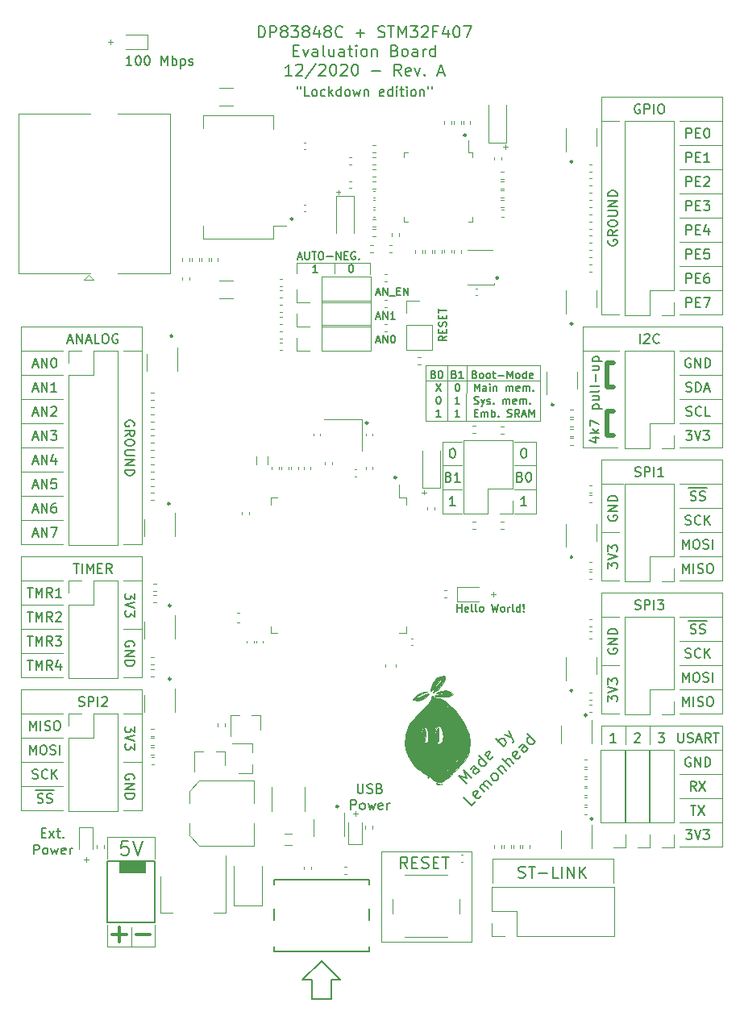
<source format=gbr>
%TF.GenerationSoftware,KiCad,Pcbnew,5.1.6*%
%TF.CreationDate,2021-01-07T05:04:38+01:00*%
%TF.ProjectId,DP83848C-EvalBoard,44503833-3834-4384-932d-4576616c426f,rev?*%
%TF.SameCoordinates,Original*%
%TF.FileFunction,Legend,Top*%
%TF.FilePolarity,Positive*%
%FSLAX46Y46*%
G04 Gerber Fmt 4.6, Leading zero omitted, Abs format (unit mm)*
G04 Created by KiCad (PCBNEW 5.1.6) date 2021-01-07 05:04:38*
%MOMM*%
%LPD*%
G01*
G04 APERTURE LIST*
%ADD10C,0.250000*%
%ADD11C,0.120000*%
%ADD12C,0.150000*%
%ADD13C,0.200000*%
%ADD14C,0.300000*%
%ADD15C,0.500000*%
%ADD16C,0.010000*%
%ADD17C,0.100000*%
G04 APERTURE END LIST*
D10*
X90800000Y-86300000D02*
G75*
G03*
X90800000Y-86300000I-100000J0D01*
G01*
D11*
X83250000Y-108800000D02*
X82750000Y-108800000D01*
X83000000Y-108550000D02*
X83000000Y-109050000D01*
X74250000Y-77300000D02*
X73750000Y-77300000D01*
X74000000Y-77050000D02*
X74000000Y-77550000D01*
X91850000Y-72500000D02*
X91350000Y-72500000D01*
X91600000Y-72250000D02*
X91600000Y-72750000D01*
X50350000Y-61500000D02*
X49850000Y-61500000D01*
X50100000Y-61250000D02*
X50100000Y-61750000D01*
X76050000Y-142500000D02*
X75550000Y-142500000D01*
X75800000Y-142250000D02*
X75800000Y-142750000D01*
X47750000Y-147400000D02*
X47250000Y-147400000D01*
X47500000Y-147150000D02*
X47500000Y-147650000D01*
D10*
X100700000Y-143100000D02*
G75*
G03*
X100700000Y-143100000I-100000J0D01*
G01*
X74000000Y-141800000D02*
G75*
G03*
X74000000Y-141800000I-100000J0D01*
G01*
X56400000Y-128400000D02*
G75*
G03*
X56400000Y-128400000I-100000J0D01*
G01*
X56400000Y-120700000D02*
G75*
G03*
X56400000Y-120700000I-100000J0D01*
G01*
X56300000Y-110000000D02*
G75*
G03*
X56300000Y-110000000I-100000J0D01*
G01*
X56600000Y-92400000D02*
G75*
G03*
X56600000Y-92400000I-100000J0D01*
G01*
X69200000Y-80100000D02*
G75*
G03*
X69200000Y-80100000I-100000J0D01*
G01*
X87400000Y-71300000D02*
G75*
G03*
X87400000Y-71300000I-100000J0D01*
G01*
X98600000Y-74100000D02*
G75*
G03*
X98600000Y-74100000I-100000J0D01*
G01*
X98600000Y-91100000D02*
G75*
G03*
X98600000Y-91100000I-100000J0D01*
G01*
X96600000Y-99600000D02*
G75*
G03*
X96600000Y-99600000I-100000J0D01*
G01*
X98600000Y-115600000D02*
G75*
G03*
X98600000Y-115600000I-100000J0D01*
G01*
X100100000Y-132200000D02*
G75*
G03*
X100100000Y-132200000I-100000J0D01*
G01*
X98600000Y-129600000D02*
G75*
G03*
X98600000Y-129600000I-100000J0D01*
G01*
D11*
X90550000Y-119500000D02*
X90050000Y-119500000D01*
X90300000Y-119250000D02*
X90300000Y-119750000D01*
D10*
X80100000Y-107250000D02*
G75*
G03*
X80100000Y-107250000I-100000J0D01*
G01*
X77100000Y-101500000D02*
G75*
G03*
X77100000Y-101500000I-100000J0D01*
G01*
D12*
X52321428Y-63952380D02*
X51750000Y-63952380D01*
X52035714Y-63952380D02*
X52035714Y-62952380D01*
X51940476Y-63095238D01*
X51845238Y-63190476D01*
X51750000Y-63238095D01*
X52940476Y-62952380D02*
X53035714Y-62952380D01*
X53130952Y-63000000D01*
X53178571Y-63047619D01*
X53226190Y-63142857D01*
X53273809Y-63333333D01*
X53273809Y-63571428D01*
X53226190Y-63761904D01*
X53178571Y-63857142D01*
X53130952Y-63904761D01*
X53035714Y-63952380D01*
X52940476Y-63952380D01*
X52845238Y-63904761D01*
X52797619Y-63857142D01*
X52750000Y-63761904D01*
X52702380Y-63571428D01*
X52702380Y-63333333D01*
X52750000Y-63142857D01*
X52797619Y-63047619D01*
X52845238Y-63000000D01*
X52940476Y-62952380D01*
X53892857Y-62952380D02*
X53988095Y-62952380D01*
X54083333Y-63000000D01*
X54130952Y-63047619D01*
X54178571Y-63142857D01*
X54226190Y-63333333D01*
X54226190Y-63571428D01*
X54178571Y-63761904D01*
X54130952Y-63857142D01*
X54083333Y-63904761D01*
X53988095Y-63952380D01*
X53892857Y-63952380D01*
X53797619Y-63904761D01*
X53750000Y-63857142D01*
X53702380Y-63761904D01*
X53654761Y-63571428D01*
X53654761Y-63333333D01*
X53702380Y-63142857D01*
X53750000Y-63047619D01*
X53797619Y-63000000D01*
X53892857Y-62952380D01*
X55416666Y-63952380D02*
X55416666Y-62952380D01*
X55749999Y-63666666D01*
X56083333Y-62952380D01*
X56083333Y-63952380D01*
X56559523Y-63952380D02*
X56559523Y-62952380D01*
X56559523Y-63333333D02*
X56654761Y-63285714D01*
X56845238Y-63285714D01*
X56940476Y-63333333D01*
X56988095Y-63380952D01*
X57035714Y-63476190D01*
X57035714Y-63761904D01*
X56988095Y-63857142D01*
X56940476Y-63904761D01*
X56845238Y-63952380D01*
X56654761Y-63952380D01*
X56559523Y-63904761D01*
X57464285Y-63285714D02*
X57464285Y-64285714D01*
X57464285Y-63333333D02*
X57559523Y-63285714D01*
X57749999Y-63285714D01*
X57845238Y-63333333D01*
X57892857Y-63380952D01*
X57940476Y-63476190D01*
X57940476Y-63761904D01*
X57892857Y-63857142D01*
X57845238Y-63904761D01*
X57749999Y-63952380D01*
X57559523Y-63952380D01*
X57464285Y-63904761D01*
X58321428Y-63904761D02*
X58416666Y-63952380D01*
X58607142Y-63952380D01*
X58702380Y-63904761D01*
X58750000Y-63809523D01*
X58750000Y-63761904D01*
X58702380Y-63666666D01*
X58607142Y-63619047D01*
X58464285Y-63619047D01*
X58369047Y-63571428D01*
X58321428Y-63476190D01*
X58321428Y-63428571D01*
X58369047Y-63333333D01*
X58464285Y-63285714D01*
X58607142Y-63285714D01*
X58702380Y-63333333D01*
X69678571Y-66202380D02*
X69678571Y-66392857D01*
X70059523Y-66202380D02*
X70059523Y-66392857D01*
X70964285Y-67202380D02*
X70488095Y-67202380D01*
X70488095Y-66202380D01*
X71440476Y-67202380D02*
X71345238Y-67154761D01*
X71297619Y-67107142D01*
X71250000Y-67011904D01*
X71250000Y-66726190D01*
X71297619Y-66630952D01*
X71345238Y-66583333D01*
X71440476Y-66535714D01*
X71583333Y-66535714D01*
X71678571Y-66583333D01*
X71726190Y-66630952D01*
X71773809Y-66726190D01*
X71773809Y-67011904D01*
X71726190Y-67107142D01*
X71678571Y-67154761D01*
X71583333Y-67202380D01*
X71440476Y-67202380D01*
X72630952Y-67154761D02*
X72535714Y-67202380D01*
X72345238Y-67202380D01*
X72250000Y-67154761D01*
X72202380Y-67107142D01*
X72154761Y-67011904D01*
X72154761Y-66726190D01*
X72202380Y-66630952D01*
X72250000Y-66583333D01*
X72345238Y-66535714D01*
X72535714Y-66535714D01*
X72630952Y-66583333D01*
X73059523Y-67202380D02*
X73059523Y-66202380D01*
X73154761Y-66821428D02*
X73440476Y-67202380D01*
X73440476Y-66535714D02*
X73059523Y-66916666D01*
X74297619Y-67202380D02*
X74297619Y-66202380D01*
X74297619Y-67154761D02*
X74202380Y-67202380D01*
X74011904Y-67202380D01*
X73916666Y-67154761D01*
X73869047Y-67107142D01*
X73821428Y-67011904D01*
X73821428Y-66726190D01*
X73869047Y-66630952D01*
X73916666Y-66583333D01*
X74011904Y-66535714D01*
X74202380Y-66535714D01*
X74297619Y-66583333D01*
X74916666Y-67202380D02*
X74821428Y-67154761D01*
X74773809Y-67107142D01*
X74726190Y-67011904D01*
X74726190Y-66726190D01*
X74773809Y-66630952D01*
X74821428Y-66583333D01*
X74916666Y-66535714D01*
X75059523Y-66535714D01*
X75154761Y-66583333D01*
X75202380Y-66630952D01*
X75250000Y-66726190D01*
X75250000Y-67011904D01*
X75202380Y-67107142D01*
X75154761Y-67154761D01*
X75059523Y-67202380D01*
X74916666Y-67202380D01*
X75583333Y-66535714D02*
X75773809Y-67202380D01*
X75964285Y-66726190D01*
X76154761Y-67202380D01*
X76345238Y-66535714D01*
X76726190Y-66535714D02*
X76726190Y-67202380D01*
X76726190Y-66630952D02*
X76773809Y-66583333D01*
X76869047Y-66535714D01*
X77011904Y-66535714D01*
X77107142Y-66583333D01*
X77154761Y-66678571D01*
X77154761Y-67202380D01*
X78773809Y-67154761D02*
X78678571Y-67202380D01*
X78488095Y-67202380D01*
X78392857Y-67154761D01*
X78345238Y-67059523D01*
X78345238Y-66678571D01*
X78392857Y-66583333D01*
X78488095Y-66535714D01*
X78678571Y-66535714D01*
X78773809Y-66583333D01*
X78821428Y-66678571D01*
X78821428Y-66773809D01*
X78345238Y-66869047D01*
X79678571Y-67202380D02*
X79678571Y-66202380D01*
X79678571Y-67154761D02*
X79583333Y-67202380D01*
X79392857Y-67202380D01*
X79297619Y-67154761D01*
X79250000Y-67107142D01*
X79202380Y-67011904D01*
X79202380Y-66726190D01*
X79250000Y-66630952D01*
X79297619Y-66583333D01*
X79392857Y-66535714D01*
X79583333Y-66535714D01*
X79678571Y-66583333D01*
X80154761Y-67202380D02*
X80154761Y-66535714D01*
X80154761Y-66202380D02*
X80107142Y-66250000D01*
X80154761Y-66297619D01*
X80202380Y-66250000D01*
X80154761Y-66202380D01*
X80154761Y-66297619D01*
X80488095Y-66535714D02*
X80869047Y-66535714D01*
X80630952Y-66202380D02*
X80630952Y-67059523D01*
X80678571Y-67154761D01*
X80773809Y-67202380D01*
X80869047Y-67202380D01*
X81202380Y-67202380D02*
X81202380Y-66535714D01*
X81202380Y-66202380D02*
X81154761Y-66250000D01*
X81202380Y-66297619D01*
X81250000Y-66250000D01*
X81202380Y-66202380D01*
X81202380Y-66297619D01*
X81821428Y-67202380D02*
X81726190Y-67154761D01*
X81678571Y-67107142D01*
X81630952Y-67011904D01*
X81630952Y-66726190D01*
X81678571Y-66630952D01*
X81726190Y-66583333D01*
X81821428Y-66535714D01*
X81964285Y-66535714D01*
X82059523Y-66583333D01*
X82107142Y-66630952D01*
X82154761Y-66726190D01*
X82154761Y-67011904D01*
X82107142Y-67107142D01*
X82059523Y-67154761D01*
X81964285Y-67202380D01*
X81821428Y-67202380D01*
X82583333Y-66535714D02*
X82583333Y-67202380D01*
X82583333Y-66630952D02*
X82630952Y-66583333D01*
X82726190Y-66535714D01*
X82869047Y-66535714D01*
X82964285Y-66583333D01*
X83011904Y-66678571D01*
X83011904Y-67202380D01*
X83440476Y-66202380D02*
X83440476Y-66392857D01*
X83821428Y-66202380D02*
X83821428Y-66392857D01*
D13*
X65635714Y-61042857D02*
X65635714Y-59842857D01*
X65921428Y-59842857D01*
X66092857Y-59900000D01*
X66207142Y-60014285D01*
X66264285Y-60128571D01*
X66321428Y-60357142D01*
X66321428Y-60528571D01*
X66264285Y-60757142D01*
X66207142Y-60871428D01*
X66092857Y-60985714D01*
X65921428Y-61042857D01*
X65635714Y-61042857D01*
X66835714Y-61042857D02*
X66835714Y-59842857D01*
X67292857Y-59842857D01*
X67407142Y-59900000D01*
X67464285Y-59957142D01*
X67521428Y-60071428D01*
X67521428Y-60242857D01*
X67464285Y-60357142D01*
X67407142Y-60414285D01*
X67292857Y-60471428D01*
X66835714Y-60471428D01*
X68207142Y-60357142D02*
X68092857Y-60300000D01*
X68035714Y-60242857D01*
X67978571Y-60128571D01*
X67978571Y-60071428D01*
X68035714Y-59957142D01*
X68092857Y-59900000D01*
X68207142Y-59842857D01*
X68435714Y-59842857D01*
X68550000Y-59900000D01*
X68607142Y-59957142D01*
X68664285Y-60071428D01*
X68664285Y-60128571D01*
X68607142Y-60242857D01*
X68550000Y-60300000D01*
X68435714Y-60357142D01*
X68207142Y-60357142D01*
X68092857Y-60414285D01*
X68035714Y-60471428D01*
X67978571Y-60585714D01*
X67978571Y-60814285D01*
X68035714Y-60928571D01*
X68092857Y-60985714D01*
X68207142Y-61042857D01*
X68435714Y-61042857D01*
X68550000Y-60985714D01*
X68607142Y-60928571D01*
X68664285Y-60814285D01*
X68664285Y-60585714D01*
X68607142Y-60471428D01*
X68550000Y-60414285D01*
X68435714Y-60357142D01*
X69064285Y-59842857D02*
X69807142Y-59842857D01*
X69407142Y-60300000D01*
X69578571Y-60300000D01*
X69692857Y-60357142D01*
X69750000Y-60414285D01*
X69807142Y-60528571D01*
X69807142Y-60814285D01*
X69750000Y-60928571D01*
X69692857Y-60985714D01*
X69578571Y-61042857D01*
X69235714Y-61042857D01*
X69121428Y-60985714D01*
X69064285Y-60928571D01*
X70492857Y-60357142D02*
X70378571Y-60300000D01*
X70321428Y-60242857D01*
X70264285Y-60128571D01*
X70264285Y-60071428D01*
X70321428Y-59957142D01*
X70378571Y-59900000D01*
X70492857Y-59842857D01*
X70721428Y-59842857D01*
X70835714Y-59900000D01*
X70892857Y-59957142D01*
X70950000Y-60071428D01*
X70950000Y-60128571D01*
X70892857Y-60242857D01*
X70835714Y-60300000D01*
X70721428Y-60357142D01*
X70492857Y-60357142D01*
X70378571Y-60414285D01*
X70321428Y-60471428D01*
X70264285Y-60585714D01*
X70264285Y-60814285D01*
X70321428Y-60928571D01*
X70378571Y-60985714D01*
X70492857Y-61042857D01*
X70721428Y-61042857D01*
X70835714Y-60985714D01*
X70892857Y-60928571D01*
X70950000Y-60814285D01*
X70950000Y-60585714D01*
X70892857Y-60471428D01*
X70835714Y-60414285D01*
X70721428Y-60357142D01*
X71978571Y-60242857D02*
X71978571Y-61042857D01*
X71692857Y-59785714D02*
X71407142Y-60642857D01*
X72150000Y-60642857D01*
X72778571Y-60357142D02*
X72664285Y-60300000D01*
X72607142Y-60242857D01*
X72550000Y-60128571D01*
X72550000Y-60071428D01*
X72607142Y-59957142D01*
X72664285Y-59900000D01*
X72778571Y-59842857D01*
X73007142Y-59842857D01*
X73121428Y-59900000D01*
X73178571Y-59957142D01*
X73235714Y-60071428D01*
X73235714Y-60128571D01*
X73178571Y-60242857D01*
X73121428Y-60300000D01*
X73007142Y-60357142D01*
X72778571Y-60357142D01*
X72664285Y-60414285D01*
X72607142Y-60471428D01*
X72550000Y-60585714D01*
X72550000Y-60814285D01*
X72607142Y-60928571D01*
X72664285Y-60985714D01*
X72778571Y-61042857D01*
X73007142Y-61042857D01*
X73121428Y-60985714D01*
X73178571Y-60928571D01*
X73235714Y-60814285D01*
X73235714Y-60585714D01*
X73178571Y-60471428D01*
X73121428Y-60414285D01*
X73007142Y-60357142D01*
X74435714Y-60928571D02*
X74378571Y-60985714D01*
X74207142Y-61042857D01*
X74092857Y-61042857D01*
X73921428Y-60985714D01*
X73807142Y-60871428D01*
X73750000Y-60757142D01*
X73692857Y-60528571D01*
X73692857Y-60357142D01*
X73750000Y-60128571D01*
X73807142Y-60014285D01*
X73921428Y-59900000D01*
X74092857Y-59842857D01*
X74207142Y-59842857D01*
X74378571Y-59900000D01*
X74435714Y-59957142D01*
X75864285Y-60585714D02*
X76778571Y-60585714D01*
X76321428Y-61042857D02*
X76321428Y-60128571D01*
X78207142Y-60985714D02*
X78378571Y-61042857D01*
X78664285Y-61042857D01*
X78778571Y-60985714D01*
X78835714Y-60928571D01*
X78892857Y-60814285D01*
X78892857Y-60700000D01*
X78835714Y-60585714D01*
X78778571Y-60528571D01*
X78664285Y-60471428D01*
X78435714Y-60414285D01*
X78321428Y-60357142D01*
X78264285Y-60300000D01*
X78207142Y-60185714D01*
X78207142Y-60071428D01*
X78264285Y-59957142D01*
X78321428Y-59900000D01*
X78435714Y-59842857D01*
X78721428Y-59842857D01*
X78892857Y-59900000D01*
X79235714Y-59842857D02*
X79921428Y-59842857D01*
X79578571Y-61042857D02*
X79578571Y-59842857D01*
X80321428Y-61042857D02*
X80321428Y-59842857D01*
X80721428Y-60700000D01*
X81121428Y-59842857D01*
X81121428Y-61042857D01*
X81578571Y-59842857D02*
X82321428Y-59842857D01*
X81921428Y-60300000D01*
X82092857Y-60300000D01*
X82207142Y-60357142D01*
X82264285Y-60414285D01*
X82321428Y-60528571D01*
X82321428Y-60814285D01*
X82264285Y-60928571D01*
X82207142Y-60985714D01*
X82092857Y-61042857D01*
X81750000Y-61042857D01*
X81635714Y-60985714D01*
X81578571Y-60928571D01*
X82778571Y-59957142D02*
X82835714Y-59900000D01*
X82950000Y-59842857D01*
X83235714Y-59842857D01*
X83350000Y-59900000D01*
X83407142Y-59957142D01*
X83464285Y-60071428D01*
X83464285Y-60185714D01*
X83407142Y-60357142D01*
X82721428Y-61042857D01*
X83464285Y-61042857D01*
X84378571Y-60414285D02*
X83978571Y-60414285D01*
X83978571Y-61042857D02*
X83978571Y-59842857D01*
X84550000Y-59842857D01*
X85521428Y-60242857D02*
X85521428Y-61042857D01*
X85235714Y-59785714D02*
X84950000Y-60642857D01*
X85692857Y-60642857D01*
X86378571Y-59842857D02*
X86492857Y-59842857D01*
X86607142Y-59900000D01*
X86664285Y-59957142D01*
X86721428Y-60071428D01*
X86778571Y-60300000D01*
X86778571Y-60585714D01*
X86721428Y-60814285D01*
X86664285Y-60928571D01*
X86607142Y-60985714D01*
X86492857Y-61042857D01*
X86378571Y-61042857D01*
X86264285Y-60985714D01*
X86207142Y-60928571D01*
X86150000Y-60814285D01*
X86092857Y-60585714D01*
X86092857Y-60300000D01*
X86150000Y-60071428D01*
X86207142Y-59957142D01*
X86264285Y-59900000D01*
X86378571Y-59842857D01*
X87178571Y-59842857D02*
X87978571Y-59842857D01*
X87464285Y-61042857D01*
X69321428Y-62414285D02*
X69721428Y-62414285D01*
X69892857Y-63042857D02*
X69321428Y-63042857D01*
X69321428Y-61842857D01*
X69892857Y-61842857D01*
X70292857Y-62242857D02*
X70578571Y-63042857D01*
X70864285Y-62242857D01*
X71835714Y-63042857D02*
X71835714Y-62414285D01*
X71778571Y-62300000D01*
X71664285Y-62242857D01*
X71435714Y-62242857D01*
X71321428Y-62300000D01*
X71835714Y-62985714D02*
X71721428Y-63042857D01*
X71435714Y-63042857D01*
X71321428Y-62985714D01*
X71264285Y-62871428D01*
X71264285Y-62757142D01*
X71321428Y-62642857D01*
X71435714Y-62585714D01*
X71721428Y-62585714D01*
X71835714Y-62528571D01*
X72578571Y-63042857D02*
X72464285Y-62985714D01*
X72407142Y-62871428D01*
X72407142Y-61842857D01*
X73550000Y-62242857D02*
X73550000Y-63042857D01*
X73035714Y-62242857D02*
X73035714Y-62871428D01*
X73092857Y-62985714D01*
X73207142Y-63042857D01*
X73378571Y-63042857D01*
X73492857Y-62985714D01*
X73550000Y-62928571D01*
X74635714Y-63042857D02*
X74635714Y-62414285D01*
X74578571Y-62300000D01*
X74464285Y-62242857D01*
X74235714Y-62242857D01*
X74121428Y-62300000D01*
X74635714Y-62985714D02*
X74521428Y-63042857D01*
X74235714Y-63042857D01*
X74121428Y-62985714D01*
X74064285Y-62871428D01*
X74064285Y-62757142D01*
X74121428Y-62642857D01*
X74235714Y-62585714D01*
X74521428Y-62585714D01*
X74635714Y-62528571D01*
X75035714Y-62242857D02*
X75492857Y-62242857D01*
X75207142Y-61842857D02*
X75207142Y-62871428D01*
X75264285Y-62985714D01*
X75378571Y-63042857D01*
X75492857Y-63042857D01*
X75892857Y-63042857D02*
X75892857Y-62242857D01*
X75892857Y-61842857D02*
X75835714Y-61900000D01*
X75892857Y-61957142D01*
X75950000Y-61900000D01*
X75892857Y-61842857D01*
X75892857Y-61957142D01*
X76635714Y-63042857D02*
X76521428Y-62985714D01*
X76464285Y-62928571D01*
X76407142Y-62814285D01*
X76407142Y-62471428D01*
X76464285Y-62357142D01*
X76521428Y-62300000D01*
X76635714Y-62242857D01*
X76807142Y-62242857D01*
X76921428Y-62300000D01*
X76978571Y-62357142D01*
X77035714Y-62471428D01*
X77035714Y-62814285D01*
X76978571Y-62928571D01*
X76921428Y-62985714D01*
X76807142Y-63042857D01*
X76635714Y-63042857D01*
X77550000Y-62242857D02*
X77550000Y-63042857D01*
X77550000Y-62357142D02*
X77607142Y-62300000D01*
X77721428Y-62242857D01*
X77892857Y-62242857D01*
X78007142Y-62300000D01*
X78064285Y-62414285D01*
X78064285Y-63042857D01*
X79950000Y-62414285D02*
X80121428Y-62471428D01*
X80178571Y-62528571D01*
X80235714Y-62642857D01*
X80235714Y-62814285D01*
X80178571Y-62928571D01*
X80121428Y-62985714D01*
X80007142Y-63042857D01*
X79550000Y-63042857D01*
X79550000Y-61842857D01*
X79950000Y-61842857D01*
X80064285Y-61900000D01*
X80121428Y-61957142D01*
X80178571Y-62071428D01*
X80178571Y-62185714D01*
X80121428Y-62300000D01*
X80064285Y-62357142D01*
X79950000Y-62414285D01*
X79550000Y-62414285D01*
X80921428Y-63042857D02*
X80807142Y-62985714D01*
X80750000Y-62928571D01*
X80692857Y-62814285D01*
X80692857Y-62471428D01*
X80750000Y-62357142D01*
X80807142Y-62300000D01*
X80921428Y-62242857D01*
X81092857Y-62242857D01*
X81207142Y-62300000D01*
X81264285Y-62357142D01*
X81321428Y-62471428D01*
X81321428Y-62814285D01*
X81264285Y-62928571D01*
X81207142Y-62985714D01*
X81092857Y-63042857D01*
X80921428Y-63042857D01*
X82350000Y-63042857D02*
X82350000Y-62414285D01*
X82292857Y-62300000D01*
X82178571Y-62242857D01*
X81950000Y-62242857D01*
X81835714Y-62300000D01*
X82350000Y-62985714D02*
X82235714Y-63042857D01*
X81950000Y-63042857D01*
X81835714Y-62985714D01*
X81778571Y-62871428D01*
X81778571Y-62757142D01*
X81835714Y-62642857D01*
X81950000Y-62585714D01*
X82235714Y-62585714D01*
X82350000Y-62528571D01*
X82921428Y-63042857D02*
X82921428Y-62242857D01*
X82921428Y-62471428D02*
X82978571Y-62357142D01*
X83035714Y-62300000D01*
X83150000Y-62242857D01*
X83264285Y-62242857D01*
X84178571Y-63042857D02*
X84178571Y-61842857D01*
X84178571Y-62985714D02*
X84064285Y-63042857D01*
X83835714Y-63042857D01*
X83721428Y-62985714D01*
X83664285Y-62928571D01*
X83607142Y-62814285D01*
X83607142Y-62471428D01*
X83664285Y-62357142D01*
X83721428Y-62300000D01*
X83835714Y-62242857D01*
X84064285Y-62242857D01*
X84178571Y-62300000D01*
X69121428Y-65042857D02*
X68435714Y-65042857D01*
X68778571Y-65042857D02*
X68778571Y-63842857D01*
X68664285Y-64014285D01*
X68550000Y-64128571D01*
X68435714Y-64185714D01*
X69578571Y-63957142D02*
X69635714Y-63900000D01*
X69750000Y-63842857D01*
X70035714Y-63842857D01*
X70150000Y-63900000D01*
X70207142Y-63957142D01*
X70264285Y-64071428D01*
X70264285Y-64185714D01*
X70207142Y-64357142D01*
X69521428Y-65042857D01*
X70264285Y-65042857D01*
X71635714Y-63785714D02*
X70607142Y-65328571D01*
X71978571Y-63957142D02*
X72035714Y-63900000D01*
X72150000Y-63842857D01*
X72435714Y-63842857D01*
X72550000Y-63900000D01*
X72607142Y-63957142D01*
X72664285Y-64071428D01*
X72664285Y-64185714D01*
X72607142Y-64357142D01*
X71921428Y-65042857D01*
X72664285Y-65042857D01*
X73407142Y-63842857D02*
X73521428Y-63842857D01*
X73635714Y-63900000D01*
X73692857Y-63957142D01*
X73750000Y-64071428D01*
X73807142Y-64300000D01*
X73807142Y-64585714D01*
X73750000Y-64814285D01*
X73692857Y-64928571D01*
X73635714Y-64985714D01*
X73521428Y-65042857D01*
X73407142Y-65042857D01*
X73292857Y-64985714D01*
X73235714Y-64928571D01*
X73178571Y-64814285D01*
X73121428Y-64585714D01*
X73121428Y-64300000D01*
X73178571Y-64071428D01*
X73235714Y-63957142D01*
X73292857Y-63900000D01*
X73407142Y-63842857D01*
X74264285Y-63957142D02*
X74321428Y-63900000D01*
X74435714Y-63842857D01*
X74721428Y-63842857D01*
X74835714Y-63900000D01*
X74892857Y-63957142D01*
X74950000Y-64071428D01*
X74950000Y-64185714D01*
X74892857Y-64357142D01*
X74207142Y-65042857D01*
X74950000Y-65042857D01*
X75692857Y-63842857D02*
X75807142Y-63842857D01*
X75921428Y-63900000D01*
X75978571Y-63957142D01*
X76035714Y-64071428D01*
X76092857Y-64300000D01*
X76092857Y-64585714D01*
X76035714Y-64814285D01*
X75978571Y-64928571D01*
X75921428Y-64985714D01*
X75807142Y-65042857D01*
X75692857Y-65042857D01*
X75578571Y-64985714D01*
X75521428Y-64928571D01*
X75464285Y-64814285D01*
X75407142Y-64585714D01*
X75407142Y-64300000D01*
X75464285Y-64071428D01*
X75521428Y-63957142D01*
X75578571Y-63900000D01*
X75692857Y-63842857D01*
X77521428Y-64585714D02*
X78435714Y-64585714D01*
X80607142Y-65042857D02*
X80207142Y-64471428D01*
X79921428Y-65042857D02*
X79921428Y-63842857D01*
X80378571Y-63842857D01*
X80492857Y-63900000D01*
X80550000Y-63957142D01*
X80607142Y-64071428D01*
X80607142Y-64242857D01*
X80550000Y-64357142D01*
X80492857Y-64414285D01*
X80378571Y-64471428D01*
X79921428Y-64471428D01*
X81578571Y-64985714D02*
X81464285Y-65042857D01*
X81235714Y-65042857D01*
X81121428Y-64985714D01*
X81064285Y-64871428D01*
X81064285Y-64414285D01*
X81121428Y-64300000D01*
X81235714Y-64242857D01*
X81464285Y-64242857D01*
X81578571Y-64300000D01*
X81635714Y-64414285D01*
X81635714Y-64528571D01*
X81064285Y-64642857D01*
X82035714Y-64242857D02*
X82321428Y-65042857D01*
X82607142Y-64242857D01*
X83064285Y-64928571D02*
X83121428Y-64985714D01*
X83064285Y-65042857D01*
X83007142Y-64985714D01*
X83064285Y-64928571D01*
X83064285Y-65042857D01*
X84492857Y-64700000D02*
X85064285Y-64700000D01*
X84378571Y-65042857D02*
X84778571Y-63842857D01*
X85178571Y-65042857D01*
X87482181Y-139371320D02*
X86633653Y-138522791D01*
X87522587Y-138846040D01*
X87199339Y-137957106D01*
X88047867Y-138805634D01*
X88815583Y-138037918D02*
X88371116Y-137593451D01*
X88249897Y-137553045D01*
X88128679Y-137593451D01*
X87967055Y-137755076D01*
X87926648Y-137876294D01*
X88775177Y-137997512D02*
X88734770Y-138118730D01*
X88532740Y-138320761D01*
X88411522Y-138361167D01*
X88290303Y-138320761D01*
X88209491Y-138239949D01*
X88169085Y-138118730D01*
X88209491Y-137997512D01*
X88411522Y-137795482D01*
X88451928Y-137674263D01*
X89583299Y-137270202D02*
X88734770Y-136421674D01*
X89542893Y-137229796D02*
X89502486Y-137351015D01*
X89340862Y-137512639D01*
X89219644Y-137553045D01*
X89138831Y-137553045D01*
X89017613Y-137512639D01*
X88775177Y-137270202D01*
X88734770Y-137148984D01*
X88734770Y-137068172D01*
X88775177Y-136946954D01*
X88936801Y-136785329D01*
X89058019Y-136744923D01*
X90270202Y-136502486D02*
X90229796Y-136623705D01*
X90068172Y-136785329D01*
X89946954Y-136825735D01*
X89825735Y-136785329D01*
X89502486Y-136462080D01*
X89462080Y-136340862D01*
X89502486Y-136219644D01*
X89664111Y-136058019D01*
X89785329Y-136017613D01*
X89906547Y-136058019D01*
X89987360Y-136138831D01*
X89664111Y-136623705D01*
X91361167Y-135492334D02*
X90512639Y-134643806D01*
X90835888Y-134967055D02*
X90876294Y-134845836D01*
X91037918Y-134684212D01*
X91159137Y-134643806D01*
X91239949Y-134643806D01*
X91361167Y-134684212D01*
X91603604Y-134926648D01*
X91644010Y-135047867D01*
X91644010Y-135128679D01*
X91603604Y-135249897D01*
X91441979Y-135411522D01*
X91320761Y-135451928D01*
X91482385Y-134239745D02*
X92250101Y-134603400D01*
X91886446Y-133835684D02*
X92250101Y-134603400D01*
X92371320Y-134886242D01*
X92371320Y-134967055D01*
X92330914Y-135088273D01*
X88391319Y-141290610D02*
X87987258Y-141694671D01*
X87138730Y-140846143D01*
X88957004Y-140644112D02*
X88916598Y-140765331D01*
X88754974Y-140926955D01*
X88633756Y-140967361D01*
X88512537Y-140926955D01*
X88189289Y-140603706D01*
X88148882Y-140482488D01*
X88189289Y-140361270D01*
X88350913Y-140199645D01*
X88472131Y-140159239D01*
X88593350Y-140199645D01*
X88674162Y-140280457D01*
X88350913Y-140765331D01*
X89401472Y-140280457D02*
X88835786Y-139714772D01*
X88916598Y-139795584D02*
X88916598Y-139714772D01*
X88957004Y-139593554D01*
X89078223Y-139472335D01*
X89199441Y-139431929D01*
X89320659Y-139472335D01*
X89765126Y-139916802D01*
X89320659Y-139472335D02*
X89280253Y-139351117D01*
X89320659Y-139229899D01*
X89441878Y-139108680D01*
X89563096Y-139068274D01*
X89684314Y-139108680D01*
X90128781Y-139553148D01*
X90654061Y-139027868D02*
X90532842Y-139068274D01*
X90452030Y-139068274D01*
X90330812Y-139027868D01*
X90088375Y-138785432D01*
X90047969Y-138664213D01*
X90047969Y-138583401D01*
X90088375Y-138462183D01*
X90209594Y-138340964D01*
X90330812Y-138300558D01*
X90411624Y-138300558D01*
X90532842Y-138340964D01*
X90775279Y-138583401D01*
X90815685Y-138704619D01*
X90815685Y-138785432D01*
X90775279Y-138906650D01*
X90654061Y-139027868D01*
X90734873Y-137815685D02*
X91300558Y-138381371D01*
X90815685Y-137896497D02*
X90815685Y-137815685D01*
X90856091Y-137694467D01*
X90977310Y-137573249D01*
X91098528Y-137532842D01*
X91219746Y-137573249D01*
X91664213Y-138017716D01*
X92068274Y-137613655D02*
X91219746Y-136765126D01*
X92431929Y-137250000D02*
X91987462Y-136805533D01*
X91866244Y-136765126D01*
X91745025Y-136805533D01*
X91623807Y-136926751D01*
X91583401Y-137047969D01*
X91583401Y-137128781D01*
X93118833Y-136482284D02*
X93078427Y-136603502D01*
X92916802Y-136765126D01*
X92795584Y-136805533D01*
X92674366Y-136765126D01*
X92351117Y-136441878D01*
X92310711Y-136320659D01*
X92351117Y-136199441D01*
X92512741Y-136037817D01*
X92633960Y-135997411D01*
X92755178Y-136037817D01*
X92835990Y-136118629D01*
X92512741Y-136603502D01*
X93926955Y-135754974D02*
X93482488Y-135310507D01*
X93361270Y-135270101D01*
X93240051Y-135310507D01*
X93078427Y-135472131D01*
X93038021Y-135593350D01*
X93886549Y-135714568D02*
X93846143Y-135835786D01*
X93644112Y-136037817D01*
X93522894Y-136078223D01*
X93401676Y-136037817D01*
X93320863Y-135957004D01*
X93280457Y-135835786D01*
X93320863Y-135714568D01*
X93522894Y-135512537D01*
X93563300Y-135391319D01*
X94694671Y-134987258D02*
X93846143Y-134138730D01*
X94654265Y-134946852D02*
X94613859Y-135068070D01*
X94452234Y-135229695D01*
X94331016Y-135270101D01*
X94250204Y-135270101D01*
X94128985Y-135229695D01*
X93886549Y-134987258D01*
X93846143Y-134866040D01*
X93846143Y-134785228D01*
X93886549Y-134664009D01*
X94048173Y-134502385D01*
X94169392Y-134461979D01*
D12*
X71828571Y-85711904D02*
X71371428Y-85711904D01*
X71600000Y-85711904D02*
X71600000Y-84911904D01*
X71523809Y-85026190D01*
X71447619Y-85102380D01*
X71371428Y-85140476D01*
X75311904Y-84911904D02*
X75388095Y-84911904D01*
X75464285Y-84950000D01*
X75502380Y-84988095D01*
X75540476Y-85064285D01*
X75578571Y-85216666D01*
X75578571Y-85407142D01*
X75540476Y-85559523D01*
X75502380Y-85635714D01*
X75464285Y-85673809D01*
X75388095Y-85711904D01*
X75311904Y-85711904D01*
X75235714Y-85673809D01*
X75197619Y-85635714D01*
X75159523Y-85559523D01*
X75121428Y-85407142D01*
X75121428Y-85216666D01*
X75159523Y-85064285D01*
X75197619Y-84988095D01*
X75235714Y-84950000D01*
X75311904Y-84911904D01*
X69800000Y-84133333D02*
X70180952Y-84133333D01*
X69723809Y-84361904D02*
X69990476Y-83561904D01*
X70257142Y-84361904D01*
X70523809Y-83561904D02*
X70523809Y-84209523D01*
X70561904Y-84285714D01*
X70600000Y-84323809D01*
X70676190Y-84361904D01*
X70828571Y-84361904D01*
X70904761Y-84323809D01*
X70942857Y-84285714D01*
X70980952Y-84209523D01*
X70980952Y-83561904D01*
X71247619Y-83561904D02*
X71704761Y-83561904D01*
X71476190Y-84361904D02*
X71476190Y-83561904D01*
X72123809Y-83561904D02*
X72276190Y-83561904D01*
X72352380Y-83600000D01*
X72428571Y-83676190D01*
X72466666Y-83828571D01*
X72466666Y-84095238D01*
X72428571Y-84247619D01*
X72352380Y-84323809D01*
X72276190Y-84361904D01*
X72123809Y-84361904D01*
X72047619Y-84323809D01*
X71971428Y-84247619D01*
X71933333Y-84095238D01*
X71933333Y-83828571D01*
X71971428Y-83676190D01*
X72047619Y-83600000D01*
X72123809Y-83561904D01*
X72809523Y-84057142D02*
X73419047Y-84057142D01*
X73800000Y-84361904D02*
X73800000Y-83561904D01*
X74257142Y-84361904D01*
X74257142Y-83561904D01*
X74638095Y-83942857D02*
X74904761Y-83942857D01*
X75019047Y-84361904D02*
X74638095Y-84361904D01*
X74638095Y-83561904D01*
X75019047Y-83561904D01*
X75780952Y-83600000D02*
X75704761Y-83561904D01*
X75590476Y-83561904D01*
X75476190Y-83600000D01*
X75400000Y-83676190D01*
X75361904Y-83752380D01*
X75323809Y-83904761D01*
X75323809Y-84019047D01*
X75361904Y-84171428D01*
X75400000Y-84247619D01*
X75476190Y-84323809D01*
X75590476Y-84361904D01*
X75666666Y-84361904D01*
X75780952Y-84323809D01*
X75819047Y-84285714D01*
X75819047Y-84019047D01*
X75666666Y-84019047D01*
X76161904Y-84285714D02*
X76200000Y-84323809D01*
X76161904Y-84361904D01*
X76123809Y-84323809D01*
X76161904Y-84285714D01*
X76161904Y-84361904D01*
D11*
X73600000Y-85850000D02*
X73600000Y-84750000D01*
X77350000Y-85900000D02*
X77350000Y-84750000D01*
X77350000Y-84750000D02*
X69600000Y-84750000D01*
X69600000Y-84750000D02*
X69600000Y-85850000D01*
D12*
X85361904Y-92411904D02*
X84980952Y-92678571D01*
X85361904Y-92869047D02*
X84561904Y-92869047D01*
X84561904Y-92564285D01*
X84600000Y-92488095D01*
X84638095Y-92450000D01*
X84714285Y-92411904D01*
X84828571Y-92411904D01*
X84904761Y-92450000D01*
X84942857Y-92488095D01*
X84980952Y-92564285D01*
X84980952Y-92869047D01*
X84942857Y-92069047D02*
X84942857Y-91802380D01*
X85361904Y-91688095D02*
X85361904Y-92069047D01*
X84561904Y-92069047D01*
X84561904Y-91688095D01*
X85323809Y-91383333D02*
X85361904Y-91269047D01*
X85361904Y-91078571D01*
X85323809Y-91002380D01*
X85285714Y-90964285D01*
X85209523Y-90926190D01*
X85133333Y-90926190D01*
X85057142Y-90964285D01*
X85019047Y-91002380D01*
X84980952Y-91078571D01*
X84942857Y-91230952D01*
X84904761Y-91307142D01*
X84866666Y-91345238D01*
X84790476Y-91383333D01*
X84714285Y-91383333D01*
X84638095Y-91345238D01*
X84600000Y-91307142D01*
X84561904Y-91230952D01*
X84561904Y-91040476D01*
X84600000Y-90926190D01*
X84942857Y-90583333D02*
X84942857Y-90316666D01*
X85361904Y-90202380D02*
X85361904Y-90583333D01*
X84561904Y-90583333D01*
X84561904Y-90202380D01*
X84561904Y-89973809D02*
X84561904Y-89516666D01*
X85361904Y-89745238D02*
X84561904Y-89745238D01*
X77999880Y-87883333D02*
X78380833Y-87883333D01*
X77923690Y-88111904D02*
X78190357Y-87311904D01*
X78457023Y-88111904D01*
X78723690Y-88111904D02*
X78723690Y-87311904D01*
X79180833Y-88111904D01*
X79180833Y-87311904D01*
X79371309Y-88188095D02*
X79980833Y-88188095D01*
X80171309Y-87692857D02*
X80437976Y-87692857D01*
X80552261Y-88111904D02*
X80171309Y-88111904D01*
X80171309Y-87311904D01*
X80552261Y-87311904D01*
X80895119Y-88111904D02*
X80895119Y-87311904D01*
X81352261Y-88111904D01*
X81352261Y-87311904D01*
X77999880Y-90383333D02*
X78380833Y-90383333D01*
X77923690Y-90611904D02*
X78190357Y-89811904D01*
X78457023Y-90611904D01*
X78723690Y-90611904D02*
X78723690Y-89811904D01*
X79180833Y-90611904D01*
X79180833Y-89811904D01*
X79980833Y-90611904D02*
X79523690Y-90611904D01*
X79752261Y-90611904D02*
X79752261Y-89811904D01*
X79676071Y-89926190D01*
X79599880Y-90002380D01*
X79523690Y-90040476D01*
X77999880Y-92883333D02*
X78380833Y-92883333D01*
X77923690Y-93111904D02*
X78190357Y-92311904D01*
X78457023Y-93111904D01*
X78723690Y-93111904D02*
X78723690Y-92311904D01*
X79180833Y-93111904D01*
X79180833Y-92311904D01*
X79714166Y-92311904D02*
X79790357Y-92311904D01*
X79866547Y-92350000D01*
X79904642Y-92388095D01*
X79942738Y-92464285D01*
X79980833Y-92616666D01*
X79980833Y-92807142D01*
X79942738Y-92959523D01*
X79904642Y-93035714D01*
X79866547Y-93073809D01*
X79790357Y-93111904D01*
X79714166Y-93111904D01*
X79637976Y-93073809D01*
X79599880Y-93035714D01*
X79561785Y-92959523D01*
X79523690Y-92807142D01*
X79523690Y-92616666D01*
X79561785Y-92464285D01*
X79599880Y-92388095D01*
X79637976Y-92350000D01*
X79714166Y-92311904D01*
D11*
X85000000Y-106000000D02*
X87000000Y-106000000D01*
X85000000Y-108500000D02*
X87000000Y-108500000D01*
X85000000Y-111000000D02*
X87000000Y-111000000D01*
X85000000Y-103500000D02*
X85000000Y-111000000D01*
X87000000Y-103500000D02*
X85000000Y-103500000D01*
X92500000Y-106000000D02*
X94750000Y-106000000D01*
X92500000Y-108500000D02*
X94750000Y-108500000D01*
X94750000Y-111000000D02*
X92500000Y-111000000D01*
X94750000Y-103500000D02*
X94750000Y-111000000D01*
X92500000Y-103500000D02*
X94750000Y-103500000D01*
D13*
X85952380Y-104202380D02*
X86047619Y-104202380D01*
X86142857Y-104250000D01*
X86190476Y-104297619D01*
X86238095Y-104392857D01*
X86285714Y-104583333D01*
X86285714Y-104821428D01*
X86238095Y-105011904D01*
X86190476Y-105107142D01*
X86142857Y-105154761D01*
X86047619Y-105202380D01*
X85952380Y-105202380D01*
X85857142Y-105154761D01*
X85809523Y-105107142D01*
X85761904Y-105011904D01*
X85714285Y-104821428D01*
X85714285Y-104583333D01*
X85761904Y-104392857D01*
X85809523Y-104297619D01*
X85857142Y-104250000D01*
X85952380Y-104202380D01*
X86285714Y-110202380D02*
X85714285Y-110202380D01*
X86000000Y-110202380D02*
X86000000Y-109202380D01*
X85904761Y-109345238D01*
X85809523Y-109440476D01*
X85714285Y-109488095D01*
X85595238Y-107178571D02*
X85738095Y-107226190D01*
X85785714Y-107273809D01*
X85833333Y-107369047D01*
X85833333Y-107511904D01*
X85785714Y-107607142D01*
X85738095Y-107654761D01*
X85642857Y-107702380D01*
X85261904Y-107702380D01*
X85261904Y-106702380D01*
X85595238Y-106702380D01*
X85690476Y-106750000D01*
X85738095Y-106797619D01*
X85785714Y-106892857D01*
X85785714Y-106988095D01*
X85738095Y-107083333D01*
X85690476Y-107130952D01*
X85595238Y-107178571D01*
X85261904Y-107178571D01*
X86785714Y-107702380D02*
X86214285Y-107702380D01*
X86500000Y-107702380D02*
X86500000Y-106702380D01*
X86404761Y-106845238D01*
X86309523Y-106940476D01*
X86214285Y-106988095D01*
X93785714Y-110202380D02*
X93214285Y-110202380D01*
X93500000Y-110202380D02*
X93500000Y-109202380D01*
X93404761Y-109345238D01*
X93309523Y-109440476D01*
X93214285Y-109488095D01*
X93452380Y-104202380D02*
X93547619Y-104202380D01*
X93642857Y-104250000D01*
X93690476Y-104297619D01*
X93738095Y-104392857D01*
X93785714Y-104583333D01*
X93785714Y-104821428D01*
X93738095Y-105011904D01*
X93690476Y-105107142D01*
X93642857Y-105154761D01*
X93547619Y-105202380D01*
X93452380Y-105202380D01*
X93357142Y-105154761D01*
X93309523Y-105107142D01*
X93261904Y-105011904D01*
X93214285Y-104821428D01*
X93214285Y-104583333D01*
X93261904Y-104392857D01*
X93309523Y-104297619D01*
X93357142Y-104250000D01*
X93452380Y-104202380D01*
D11*
X95200000Y-95500000D02*
X83200000Y-95500000D01*
X95200000Y-101300000D02*
X95200000Y-95500000D01*
X83200000Y-101300000D02*
X95200000Y-101300000D01*
X83200000Y-95500000D02*
X83200000Y-101300000D01*
X87500000Y-95500000D02*
X87450000Y-101300000D01*
X85450000Y-95500000D02*
X85450000Y-101300000D01*
X83200000Y-97100000D02*
X95200000Y-97100000D01*
D12*
X84004642Y-96417857D02*
X84118928Y-96455952D01*
X84157023Y-96494047D01*
X84195119Y-96570238D01*
X84195119Y-96684523D01*
X84157023Y-96760714D01*
X84118928Y-96798809D01*
X84042738Y-96836904D01*
X83737976Y-96836904D01*
X83737976Y-96036904D01*
X84004642Y-96036904D01*
X84080833Y-96075000D01*
X84118928Y-96113095D01*
X84157023Y-96189285D01*
X84157023Y-96265476D01*
X84118928Y-96341666D01*
X84080833Y-96379761D01*
X84004642Y-96417857D01*
X83737976Y-96417857D01*
X84690357Y-96036904D02*
X84766547Y-96036904D01*
X84842738Y-96075000D01*
X84880833Y-96113095D01*
X84918928Y-96189285D01*
X84957023Y-96341666D01*
X84957023Y-96532142D01*
X84918928Y-96684523D01*
X84880833Y-96760714D01*
X84842738Y-96798809D01*
X84766547Y-96836904D01*
X84690357Y-96836904D01*
X84614166Y-96798809D01*
X84576071Y-96760714D01*
X84537976Y-96684523D01*
X84499880Y-96532142D01*
X84499880Y-96341666D01*
X84537976Y-96189285D01*
X84576071Y-96113095D01*
X84614166Y-96075000D01*
X84690357Y-96036904D01*
X86176071Y-96417857D02*
X86290357Y-96455952D01*
X86328452Y-96494047D01*
X86366547Y-96570238D01*
X86366547Y-96684523D01*
X86328452Y-96760714D01*
X86290357Y-96798809D01*
X86214166Y-96836904D01*
X85909404Y-96836904D01*
X85909404Y-96036904D01*
X86176071Y-96036904D01*
X86252261Y-96075000D01*
X86290357Y-96113095D01*
X86328452Y-96189285D01*
X86328452Y-96265476D01*
X86290357Y-96341666D01*
X86252261Y-96379761D01*
X86176071Y-96417857D01*
X85909404Y-96417857D01*
X87128452Y-96836904D02*
X86671309Y-96836904D01*
X86899880Y-96836904D02*
X86899880Y-96036904D01*
X86823690Y-96151190D01*
X86747500Y-96227380D01*
X86671309Y-96265476D01*
X88347500Y-96417857D02*
X88461785Y-96455952D01*
X88499880Y-96494047D01*
X88537976Y-96570238D01*
X88537976Y-96684523D01*
X88499880Y-96760714D01*
X88461785Y-96798809D01*
X88385595Y-96836904D01*
X88080833Y-96836904D01*
X88080833Y-96036904D01*
X88347500Y-96036904D01*
X88423690Y-96075000D01*
X88461785Y-96113095D01*
X88499880Y-96189285D01*
X88499880Y-96265476D01*
X88461785Y-96341666D01*
X88423690Y-96379761D01*
X88347500Y-96417857D01*
X88080833Y-96417857D01*
X88995119Y-96836904D02*
X88918928Y-96798809D01*
X88880833Y-96760714D01*
X88842738Y-96684523D01*
X88842738Y-96455952D01*
X88880833Y-96379761D01*
X88918928Y-96341666D01*
X88995119Y-96303571D01*
X89109404Y-96303571D01*
X89185595Y-96341666D01*
X89223690Y-96379761D01*
X89261785Y-96455952D01*
X89261785Y-96684523D01*
X89223690Y-96760714D01*
X89185595Y-96798809D01*
X89109404Y-96836904D01*
X88995119Y-96836904D01*
X89718928Y-96836904D02*
X89642738Y-96798809D01*
X89604642Y-96760714D01*
X89566547Y-96684523D01*
X89566547Y-96455952D01*
X89604642Y-96379761D01*
X89642738Y-96341666D01*
X89718928Y-96303571D01*
X89833214Y-96303571D01*
X89909404Y-96341666D01*
X89947500Y-96379761D01*
X89985595Y-96455952D01*
X89985595Y-96684523D01*
X89947500Y-96760714D01*
X89909404Y-96798809D01*
X89833214Y-96836904D01*
X89718928Y-96836904D01*
X90214166Y-96303571D02*
X90518928Y-96303571D01*
X90328452Y-96036904D02*
X90328452Y-96722619D01*
X90366547Y-96798809D01*
X90442738Y-96836904D01*
X90518928Y-96836904D01*
X90785595Y-96532142D02*
X91395119Y-96532142D01*
X91776071Y-96836904D02*
X91776071Y-96036904D01*
X92042738Y-96608333D01*
X92309404Y-96036904D01*
X92309404Y-96836904D01*
X92804642Y-96836904D02*
X92728452Y-96798809D01*
X92690357Y-96760714D01*
X92652261Y-96684523D01*
X92652261Y-96455952D01*
X92690357Y-96379761D01*
X92728452Y-96341666D01*
X92804642Y-96303571D01*
X92918928Y-96303571D01*
X92995119Y-96341666D01*
X93033214Y-96379761D01*
X93071309Y-96455952D01*
X93071309Y-96684523D01*
X93033214Y-96760714D01*
X92995119Y-96798809D01*
X92918928Y-96836904D01*
X92804642Y-96836904D01*
X93757023Y-96836904D02*
X93757023Y-96036904D01*
X93757023Y-96798809D02*
X93680833Y-96836904D01*
X93528452Y-96836904D01*
X93452261Y-96798809D01*
X93414166Y-96760714D01*
X93376071Y-96684523D01*
X93376071Y-96455952D01*
X93414166Y-96379761D01*
X93452261Y-96341666D01*
X93528452Y-96303571D01*
X93680833Y-96303571D01*
X93757023Y-96341666D01*
X94442738Y-96798809D02*
X94366547Y-96836904D01*
X94214166Y-96836904D01*
X94137976Y-96798809D01*
X94099880Y-96722619D01*
X94099880Y-96417857D01*
X94137976Y-96341666D01*
X94214166Y-96303571D01*
X94366547Y-96303571D01*
X94442738Y-96341666D01*
X94480833Y-96417857D01*
X94480833Y-96494047D01*
X94099880Y-96570238D01*
X84271309Y-97386904D02*
X84804642Y-98186904D01*
X84804642Y-97386904D02*
X84271309Y-98186904D01*
X86480833Y-97386904D02*
X86557023Y-97386904D01*
X86633214Y-97425000D01*
X86671309Y-97463095D01*
X86709404Y-97539285D01*
X86747500Y-97691666D01*
X86747500Y-97882142D01*
X86709404Y-98034523D01*
X86671309Y-98110714D01*
X86633214Y-98148809D01*
X86557023Y-98186904D01*
X86480833Y-98186904D01*
X86404642Y-98148809D01*
X86366547Y-98110714D01*
X86328452Y-98034523D01*
X86290357Y-97882142D01*
X86290357Y-97691666D01*
X86328452Y-97539285D01*
X86366547Y-97463095D01*
X86404642Y-97425000D01*
X86480833Y-97386904D01*
X88309404Y-98186904D02*
X88309404Y-97386904D01*
X88576071Y-97958333D01*
X88842738Y-97386904D01*
X88842738Y-98186904D01*
X89566547Y-98186904D02*
X89566547Y-97767857D01*
X89528452Y-97691666D01*
X89452261Y-97653571D01*
X89299880Y-97653571D01*
X89223690Y-97691666D01*
X89566547Y-98148809D02*
X89490357Y-98186904D01*
X89299880Y-98186904D01*
X89223690Y-98148809D01*
X89185595Y-98072619D01*
X89185595Y-97996428D01*
X89223690Y-97920238D01*
X89299880Y-97882142D01*
X89490357Y-97882142D01*
X89566547Y-97844047D01*
X89947500Y-98186904D02*
X89947500Y-97653571D01*
X89947500Y-97386904D02*
X89909404Y-97425000D01*
X89947500Y-97463095D01*
X89985595Y-97425000D01*
X89947500Y-97386904D01*
X89947500Y-97463095D01*
X90328452Y-97653571D02*
X90328452Y-98186904D01*
X90328452Y-97729761D02*
X90366547Y-97691666D01*
X90442738Y-97653571D01*
X90557023Y-97653571D01*
X90633214Y-97691666D01*
X90671309Y-97767857D01*
X90671309Y-98186904D01*
X91661785Y-98186904D02*
X91661785Y-97653571D01*
X91661785Y-97729761D02*
X91699880Y-97691666D01*
X91776071Y-97653571D01*
X91890357Y-97653571D01*
X91966547Y-97691666D01*
X92004642Y-97767857D01*
X92004642Y-98186904D01*
X92004642Y-97767857D02*
X92042738Y-97691666D01*
X92118928Y-97653571D01*
X92233214Y-97653571D01*
X92309404Y-97691666D01*
X92347500Y-97767857D01*
X92347500Y-98186904D01*
X93033214Y-98148809D02*
X92957023Y-98186904D01*
X92804642Y-98186904D01*
X92728452Y-98148809D01*
X92690357Y-98072619D01*
X92690357Y-97767857D01*
X92728452Y-97691666D01*
X92804642Y-97653571D01*
X92957023Y-97653571D01*
X93033214Y-97691666D01*
X93071309Y-97767857D01*
X93071309Y-97844047D01*
X92690357Y-97920238D01*
X93414166Y-98186904D02*
X93414166Y-97653571D01*
X93414166Y-97729761D02*
X93452261Y-97691666D01*
X93528452Y-97653571D01*
X93642738Y-97653571D01*
X93718928Y-97691666D01*
X93757023Y-97767857D01*
X93757023Y-98186904D01*
X93757023Y-97767857D02*
X93795119Y-97691666D01*
X93871309Y-97653571D01*
X93985595Y-97653571D01*
X94061785Y-97691666D01*
X94099880Y-97767857D01*
X94099880Y-98186904D01*
X94480833Y-98110714D02*
X94518928Y-98148809D01*
X94480833Y-98186904D01*
X94442738Y-98148809D01*
X94480833Y-98110714D01*
X94480833Y-98186904D01*
X84499880Y-98736904D02*
X84576071Y-98736904D01*
X84652261Y-98775000D01*
X84690357Y-98813095D01*
X84728452Y-98889285D01*
X84766547Y-99041666D01*
X84766547Y-99232142D01*
X84728452Y-99384523D01*
X84690357Y-99460714D01*
X84652261Y-99498809D01*
X84576071Y-99536904D01*
X84499880Y-99536904D01*
X84423690Y-99498809D01*
X84385595Y-99460714D01*
X84347500Y-99384523D01*
X84309404Y-99232142D01*
X84309404Y-99041666D01*
X84347500Y-98889285D01*
X84385595Y-98813095D01*
X84423690Y-98775000D01*
X84499880Y-98736904D01*
X86747500Y-99536904D02*
X86290357Y-99536904D01*
X86518928Y-99536904D02*
X86518928Y-98736904D01*
X86442738Y-98851190D01*
X86366547Y-98927380D01*
X86290357Y-98965476D01*
X88271309Y-99498809D02*
X88385595Y-99536904D01*
X88576071Y-99536904D01*
X88652261Y-99498809D01*
X88690357Y-99460714D01*
X88728452Y-99384523D01*
X88728452Y-99308333D01*
X88690357Y-99232142D01*
X88652261Y-99194047D01*
X88576071Y-99155952D01*
X88423690Y-99117857D01*
X88347500Y-99079761D01*
X88309404Y-99041666D01*
X88271309Y-98965476D01*
X88271309Y-98889285D01*
X88309404Y-98813095D01*
X88347500Y-98775000D01*
X88423690Y-98736904D01*
X88614166Y-98736904D01*
X88728452Y-98775000D01*
X88995119Y-99003571D02*
X89185595Y-99536904D01*
X89376071Y-99003571D02*
X89185595Y-99536904D01*
X89109404Y-99727380D01*
X89071309Y-99765476D01*
X88995119Y-99803571D01*
X89642738Y-99498809D02*
X89718928Y-99536904D01*
X89871309Y-99536904D01*
X89947500Y-99498809D01*
X89985595Y-99422619D01*
X89985595Y-99384523D01*
X89947500Y-99308333D01*
X89871309Y-99270238D01*
X89757023Y-99270238D01*
X89680833Y-99232142D01*
X89642738Y-99155952D01*
X89642738Y-99117857D01*
X89680833Y-99041666D01*
X89757023Y-99003571D01*
X89871309Y-99003571D01*
X89947500Y-99041666D01*
X90328452Y-99460714D02*
X90366547Y-99498809D01*
X90328452Y-99536904D01*
X90290357Y-99498809D01*
X90328452Y-99460714D01*
X90328452Y-99536904D01*
X91318928Y-99536904D02*
X91318928Y-99003571D01*
X91318928Y-99079761D02*
X91357023Y-99041666D01*
X91433214Y-99003571D01*
X91547500Y-99003571D01*
X91623690Y-99041666D01*
X91661785Y-99117857D01*
X91661785Y-99536904D01*
X91661785Y-99117857D02*
X91699880Y-99041666D01*
X91776071Y-99003571D01*
X91890357Y-99003571D01*
X91966547Y-99041666D01*
X92004642Y-99117857D01*
X92004642Y-99536904D01*
X92690357Y-99498809D02*
X92614166Y-99536904D01*
X92461785Y-99536904D01*
X92385595Y-99498809D01*
X92347500Y-99422619D01*
X92347500Y-99117857D01*
X92385595Y-99041666D01*
X92461785Y-99003571D01*
X92614166Y-99003571D01*
X92690357Y-99041666D01*
X92728452Y-99117857D01*
X92728452Y-99194047D01*
X92347500Y-99270238D01*
X93071309Y-99536904D02*
X93071309Y-99003571D01*
X93071309Y-99079761D02*
X93109404Y-99041666D01*
X93185595Y-99003571D01*
X93299880Y-99003571D01*
X93376071Y-99041666D01*
X93414166Y-99117857D01*
X93414166Y-99536904D01*
X93414166Y-99117857D02*
X93452261Y-99041666D01*
X93528452Y-99003571D01*
X93642738Y-99003571D01*
X93718928Y-99041666D01*
X93757023Y-99117857D01*
X93757023Y-99536904D01*
X94137976Y-99460714D02*
X94176071Y-99498809D01*
X94137976Y-99536904D01*
X94099880Y-99498809D01*
X94137976Y-99460714D01*
X94137976Y-99536904D01*
X84766547Y-100886904D02*
X84309404Y-100886904D01*
X84537976Y-100886904D02*
X84537976Y-100086904D01*
X84461785Y-100201190D01*
X84385595Y-100277380D01*
X84309404Y-100315476D01*
X86747500Y-100886904D02*
X86290357Y-100886904D01*
X86518928Y-100886904D02*
X86518928Y-100086904D01*
X86442738Y-100201190D01*
X86366547Y-100277380D01*
X86290357Y-100315476D01*
X88309404Y-100467857D02*
X88576071Y-100467857D01*
X88690357Y-100886904D02*
X88309404Y-100886904D01*
X88309404Y-100086904D01*
X88690357Y-100086904D01*
X89033214Y-100886904D02*
X89033214Y-100353571D01*
X89033214Y-100429761D02*
X89071309Y-100391666D01*
X89147500Y-100353571D01*
X89261785Y-100353571D01*
X89337976Y-100391666D01*
X89376071Y-100467857D01*
X89376071Y-100886904D01*
X89376071Y-100467857D02*
X89414166Y-100391666D01*
X89490357Y-100353571D01*
X89604642Y-100353571D01*
X89680833Y-100391666D01*
X89718928Y-100467857D01*
X89718928Y-100886904D01*
X90099880Y-100886904D02*
X90099880Y-100086904D01*
X90099880Y-100391666D02*
X90176071Y-100353571D01*
X90328452Y-100353571D01*
X90404642Y-100391666D01*
X90442738Y-100429761D01*
X90480833Y-100505952D01*
X90480833Y-100734523D01*
X90442738Y-100810714D01*
X90404642Y-100848809D01*
X90328452Y-100886904D01*
X90176071Y-100886904D01*
X90099880Y-100848809D01*
X90823690Y-100810714D02*
X90861785Y-100848809D01*
X90823690Y-100886904D01*
X90785595Y-100848809D01*
X90823690Y-100810714D01*
X90823690Y-100886904D01*
X91776071Y-100848809D02*
X91890357Y-100886904D01*
X92080833Y-100886904D01*
X92157023Y-100848809D01*
X92195119Y-100810714D01*
X92233214Y-100734523D01*
X92233214Y-100658333D01*
X92195119Y-100582142D01*
X92157023Y-100544047D01*
X92080833Y-100505952D01*
X91928452Y-100467857D01*
X91852261Y-100429761D01*
X91814166Y-100391666D01*
X91776071Y-100315476D01*
X91776071Y-100239285D01*
X91814166Y-100163095D01*
X91852261Y-100125000D01*
X91928452Y-100086904D01*
X92118928Y-100086904D01*
X92233214Y-100125000D01*
X93033214Y-100886904D02*
X92766547Y-100505952D01*
X92576071Y-100886904D02*
X92576071Y-100086904D01*
X92880833Y-100086904D01*
X92957023Y-100125000D01*
X92995119Y-100163095D01*
X93033214Y-100239285D01*
X93033214Y-100353571D01*
X92995119Y-100429761D01*
X92957023Y-100467857D01*
X92880833Y-100505952D01*
X92576071Y-100505952D01*
X93337976Y-100658333D02*
X93718928Y-100658333D01*
X93261785Y-100886904D02*
X93528452Y-100086904D01*
X93795119Y-100886904D01*
X94061785Y-100886904D02*
X94061785Y-100086904D01*
X94328452Y-100658333D01*
X94595119Y-100086904D01*
X94595119Y-100886904D01*
D13*
X93095238Y-107178571D02*
X93238095Y-107226190D01*
X93285714Y-107273809D01*
X93333333Y-107369047D01*
X93333333Y-107511904D01*
X93285714Y-107607142D01*
X93238095Y-107654761D01*
X93142857Y-107702380D01*
X92761904Y-107702380D01*
X92761904Y-106702380D01*
X93095238Y-106702380D01*
X93190476Y-106750000D01*
X93238095Y-106797619D01*
X93285714Y-106892857D01*
X93285714Y-106988095D01*
X93238095Y-107083333D01*
X93190476Y-107130952D01*
X93095238Y-107178571D01*
X92761904Y-107178571D01*
X93952380Y-106702380D02*
X94047619Y-106702380D01*
X94142857Y-106750000D01*
X94190476Y-106797619D01*
X94238095Y-106892857D01*
X94285714Y-107083333D01*
X94285714Y-107321428D01*
X94238095Y-107511904D01*
X94190476Y-107607142D01*
X94142857Y-107654761D01*
X94047619Y-107702380D01*
X93952380Y-107702380D01*
X93857142Y-107654761D01*
X93809523Y-107607142D01*
X93761904Y-107511904D01*
X93714285Y-107321428D01*
X93714285Y-107083333D01*
X93761904Y-106892857D01*
X93809523Y-106797619D01*
X93857142Y-106750000D01*
X93952380Y-106702380D01*
D12*
X86514285Y-121361904D02*
X86514285Y-120561904D01*
X86514285Y-120942857D02*
X86971428Y-120942857D01*
X86971428Y-121361904D02*
X86971428Y-120561904D01*
X87657142Y-121323809D02*
X87580952Y-121361904D01*
X87428571Y-121361904D01*
X87352380Y-121323809D01*
X87314285Y-121247619D01*
X87314285Y-120942857D01*
X87352380Y-120866666D01*
X87428571Y-120828571D01*
X87580952Y-120828571D01*
X87657142Y-120866666D01*
X87695238Y-120942857D01*
X87695238Y-121019047D01*
X87314285Y-121095238D01*
X88152380Y-121361904D02*
X88076190Y-121323809D01*
X88038095Y-121247619D01*
X88038095Y-120561904D01*
X88571428Y-121361904D02*
X88495238Y-121323809D01*
X88457142Y-121247619D01*
X88457142Y-120561904D01*
X88990476Y-121361904D02*
X88914285Y-121323809D01*
X88876190Y-121285714D01*
X88838095Y-121209523D01*
X88838095Y-120980952D01*
X88876190Y-120904761D01*
X88914285Y-120866666D01*
X88990476Y-120828571D01*
X89104761Y-120828571D01*
X89180952Y-120866666D01*
X89219047Y-120904761D01*
X89257142Y-120980952D01*
X89257142Y-121209523D01*
X89219047Y-121285714D01*
X89180952Y-121323809D01*
X89104761Y-121361904D01*
X88990476Y-121361904D01*
X90133333Y-120561904D02*
X90323809Y-121361904D01*
X90476190Y-120790476D01*
X90628571Y-121361904D01*
X90819047Y-120561904D01*
X91238095Y-121361904D02*
X91161904Y-121323809D01*
X91123809Y-121285714D01*
X91085714Y-121209523D01*
X91085714Y-120980952D01*
X91123809Y-120904761D01*
X91161904Y-120866666D01*
X91238095Y-120828571D01*
X91352380Y-120828571D01*
X91428571Y-120866666D01*
X91466666Y-120904761D01*
X91504761Y-120980952D01*
X91504761Y-121209523D01*
X91466666Y-121285714D01*
X91428571Y-121323809D01*
X91352380Y-121361904D01*
X91238095Y-121361904D01*
X91847619Y-121361904D02*
X91847619Y-120828571D01*
X91847619Y-120980952D02*
X91885714Y-120904761D01*
X91923809Y-120866666D01*
X92000000Y-120828571D01*
X92076190Y-120828571D01*
X92457142Y-121361904D02*
X92380952Y-121323809D01*
X92342857Y-121247619D01*
X92342857Y-120561904D01*
X93104761Y-121361904D02*
X93104761Y-120561904D01*
X93104761Y-121323809D02*
X93028571Y-121361904D01*
X92876190Y-121361904D01*
X92800000Y-121323809D01*
X92761904Y-121285714D01*
X92723809Y-121209523D01*
X92723809Y-120980952D01*
X92761904Y-120904761D01*
X92800000Y-120866666D01*
X92876190Y-120828571D01*
X93028571Y-120828571D01*
X93104761Y-120866666D01*
X93485714Y-121285714D02*
X93523809Y-121323809D01*
X93485714Y-121361904D01*
X93447619Y-121323809D01*
X93485714Y-121285714D01*
X93485714Y-121361904D01*
X93485714Y-121057142D02*
X93447619Y-120600000D01*
X93485714Y-120561904D01*
X93523809Y-120600000D01*
X93485714Y-121057142D01*
X93485714Y-120561904D01*
D13*
X42857142Y-144578571D02*
X43190476Y-144578571D01*
X43333333Y-145102380D02*
X42857142Y-145102380D01*
X42857142Y-144102380D01*
X43333333Y-144102380D01*
X43666666Y-145102380D02*
X44190476Y-144435714D01*
X43666666Y-144435714D02*
X44190476Y-145102380D01*
X44428571Y-144435714D02*
X44809523Y-144435714D01*
X44571428Y-144102380D02*
X44571428Y-144959523D01*
X44619047Y-145054761D01*
X44714285Y-145102380D01*
X44809523Y-145102380D01*
X45142857Y-145007142D02*
X45190476Y-145054761D01*
X45142857Y-145102380D01*
X45095238Y-145054761D01*
X45142857Y-145007142D01*
X45142857Y-145102380D01*
X42023809Y-146802380D02*
X42023809Y-145802380D01*
X42404761Y-145802380D01*
X42500000Y-145850000D01*
X42547619Y-145897619D01*
X42595238Y-145992857D01*
X42595238Y-146135714D01*
X42547619Y-146230952D01*
X42500000Y-146278571D01*
X42404761Y-146326190D01*
X42023809Y-146326190D01*
X43166666Y-146802380D02*
X43071428Y-146754761D01*
X43023809Y-146707142D01*
X42976190Y-146611904D01*
X42976190Y-146326190D01*
X43023809Y-146230952D01*
X43071428Y-146183333D01*
X43166666Y-146135714D01*
X43309523Y-146135714D01*
X43404761Y-146183333D01*
X43452380Y-146230952D01*
X43500000Y-146326190D01*
X43500000Y-146611904D01*
X43452380Y-146707142D01*
X43404761Y-146754761D01*
X43309523Y-146802380D01*
X43166666Y-146802380D01*
X43833333Y-146135714D02*
X44023809Y-146802380D01*
X44214285Y-146326190D01*
X44404761Y-146802380D01*
X44595238Y-146135714D01*
X45357142Y-146754761D02*
X45261904Y-146802380D01*
X45071428Y-146802380D01*
X44976190Y-146754761D01*
X44928571Y-146659523D01*
X44928571Y-146278571D01*
X44976190Y-146183333D01*
X45071428Y-146135714D01*
X45261904Y-146135714D01*
X45357142Y-146183333D01*
X45404761Y-146278571D01*
X45404761Y-146373809D01*
X44928571Y-146469047D01*
X45833333Y-146802380D02*
X45833333Y-146135714D01*
X45833333Y-146326190D02*
X45880952Y-146230952D01*
X45928571Y-146183333D01*
X46023809Y-146135714D01*
X46119047Y-146135714D01*
X76038095Y-139402380D02*
X76038095Y-140211904D01*
X76085714Y-140307142D01*
X76133333Y-140354761D01*
X76228571Y-140402380D01*
X76419047Y-140402380D01*
X76514285Y-140354761D01*
X76561904Y-140307142D01*
X76609523Y-140211904D01*
X76609523Y-139402380D01*
X77038095Y-140354761D02*
X77180952Y-140402380D01*
X77419047Y-140402380D01*
X77514285Y-140354761D01*
X77561904Y-140307142D01*
X77609523Y-140211904D01*
X77609523Y-140116666D01*
X77561904Y-140021428D01*
X77514285Y-139973809D01*
X77419047Y-139926190D01*
X77228571Y-139878571D01*
X77133333Y-139830952D01*
X77085714Y-139783333D01*
X77038095Y-139688095D01*
X77038095Y-139592857D01*
X77085714Y-139497619D01*
X77133333Y-139450000D01*
X77228571Y-139402380D01*
X77466666Y-139402380D01*
X77609523Y-139450000D01*
X78371428Y-139878571D02*
X78514285Y-139926190D01*
X78561904Y-139973809D01*
X78609523Y-140069047D01*
X78609523Y-140211904D01*
X78561904Y-140307142D01*
X78514285Y-140354761D01*
X78419047Y-140402380D01*
X78038095Y-140402380D01*
X78038095Y-139402380D01*
X78371428Y-139402380D01*
X78466666Y-139450000D01*
X78514285Y-139497619D01*
X78561904Y-139592857D01*
X78561904Y-139688095D01*
X78514285Y-139783333D01*
X78466666Y-139830952D01*
X78371428Y-139878571D01*
X78038095Y-139878571D01*
X75323809Y-142102380D02*
X75323809Y-141102380D01*
X75704761Y-141102380D01*
X75800000Y-141150000D01*
X75847619Y-141197619D01*
X75895238Y-141292857D01*
X75895238Y-141435714D01*
X75847619Y-141530952D01*
X75800000Y-141578571D01*
X75704761Y-141626190D01*
X75323809Y-141626190D01*
X76466666Y-142102380D02*
X76371428Y-142054761D01*
X76323809Y-142007142D01*
X76276190Y-141911904D01*
X76276190Y-141626190D01*
X76323809Y-141530952D01*
X76371428Y-141483333D01*
X76466666Y-141435714D01*
X76609523Y-141435714D01*
X76704761Y-141483333D01*
X76752380Y-141530952D01*
X76800000Y-141626190D01*
X76800000Y-141911904D01*
X76752380Y-142007142D01*
X76704761Y-142054761D01*
X76609523Y-142102380D01*
X76466666Y-142102380D01*
X77133333Y-141435714D02*
X77323809Y-142102380D01*
X77514285Y-141626190D01*
X77704761Y-142102380D01*
X77895238Y-141435714D01*
X78657142Y-142054761D02*
X78561904Y-142102380D01*
X78371428Y-142102380D01*
X78276190Y-142054761D01*
X78228571Y-141959523D01*
X78228571Y-141578571D01*
X78276190Y-141483333D01*
X78371428Y-141435714D01*
X78561904Y-141435714D01*
X78657142Y-141483333D01*
X78704761Y-141578571D01*
X78704761Y-141673809D01*
X78228571Y-141769047D01*
X79133333Y-142102380D02*
X79133333Y-141435714D01*
X79133333Y-141626190D02*
X79180952Y-141530952D01*
X79228571Y-141483333D01*
X79323809Y-141435714D01*
X79419047Y-141435714D01*
D12*
X102370000Y-82319523D02*
X102322380Y-82414761D01*
X102322380Y-82557619D01*
X102370000Y-82700476D01*
X102465238Y-82795714D01*
X102560476Y-82843333D01*
X102750952Y-82890952D01*
X102893809Y-82890952D01*
X103084285Y-82843333D01*
X103179523Y-82795714D01*
X103274761Y-82700476D01*
X103322380Y-82557619D01*
X103322380Y-82462380D01*
X103274761Y-82319523D01*
X103227142Y-82271904D01*
X102893809Y-82271904D01*
X102893809Y-82462380D01*
X103322380Y-81271904D02*
X102846190Y-81605238D01*
X103322380Y-81843333D02*
X102322380Y-81843333D01*
X102322380Y-81462380D01*
X102370000Y-81367142D01*
X102417619Y-81319523D01*
X102512857Y-81271904D01*
X102655714Y-81271904D01*
X102750952Y-81319523D01*
X102798571Y-81367142D01*
X102846190Y-81462380D01*
X102846190Y-81843333D01*
X102322380Y-80652857D02*
X102322380Y-80462380D01*
X102370000Y-80367142D01*
X102465238Y-80271904D01*
X102655714Y-80224285D01*
X102989047Y-80224285D01*
X103179523Y-80271904D01*
X103274761Y-80367142D01*
X103322380Y-80462380D01*
X103322380Y-80652857D01*
X103274761Y-80748095D01*
X103179523Y-80843333D01*
X102989047Y-80890952D01*
X102655714Y-80890952D01*
X102465238Y-80843333D01*
X102370000Y-80748095D01*
X102322380Y-80652857D01*
X102322380Y-79795714D02*
X103131904Y-79795714D01*
X103227142Y-79748095D01*
X103274761Y-79700476D01*
X103322380Y-79605238D01*
X103322380Y-79414761D01*
X103274761Y-79319523D01*
X103227142Y-79271904D01*
X103131904Y-79224285D01*
X102322380Y-79224285D01*
X103322380Y-78748095D02*
X102322380Y-78748095D01*
X103322380Y-78176666D01*
X102322380Y-78176666D01*
X103322380Y-77700476D02*
X102322380Y-77700476D01*
X102322380Y-77462380D01*
X102370000Y-77319523D01*
X102465238Y-77224285D01*
X102560476Y-77176666D01*
X102750952Y-77129047D01*
X102893809Y-77129047D01*
X103084285Y-77176666D01*
X103179523Y-77224285D01*
X103274761Y-77319523D01*
X103322380Y-77462380D01*
X103322380Y-77700476D01*
D11*
X101600000Y-90170000D02*
X101600000Y-69850000D01*
X103505000Y-90170000D02*
X101600000Y-90170000D01*
X109855000Y-69850000D02*
X114300000Y-69850000D01*
X102870000Y-147320000D02*
X102870000Y-149860000D01*
X90170000Y-147320000D02*
X102870000Y-147320000D01*
X90170000Y-149860000D02*
X90170000Y-147320000D01*
D13*
X92957142Y-149235714D02*
X93128571Y-149292857D01*
X93414285Y-149292857D01*
X93528571Y-149235714D01*
X93585714Y-149178571D01*
X93642857Y-149064285D01*
X93642857Y-148950000D01*
X93585714Y-148835714D01*
X93528571Y-148778571D01*
X93414285Y-148721428D01*
X93185714Y-148664285D01*
X93071428Y-148607142D01*
X93014285Y-148550000D01*
X92957142Y-148435714D01*
X92957142Y-148321428D01*
X93014285Y-148207142D01*
X93071428Y-148150000D01*
X93185714Y-148092857D01*
X93471428Y-148092857D01*
X93642857Y-148150000D01*
X93985714Y-148092857D02*
X94671428Y-148092857D01*
X94328571Y-149292857D02*
X94328571Y-148092857D01*
X95071428Y-148835714D02*
X95985714Y-148835714D01*
X97128571Y-149292857D02*
X96557142Y-149292857D01*
X96557142Y-148092857D01*
X97528571Y-149292857D02*
X97528571Y-148092857D01*
X98100000Y-149292857D02*
X98100000Y-148092857D01*
X98785714Y-149292857D01*
X98785714Y-148092857D01*
X99357142Y-149292857D02*
X99357142Y-148092857D01*
X100042857Y-149292857D02*
X99528571Y-148607142D01*
X100042857Y-148092857D02*
X99357142Y-148778571D01*
D11*
X78500000Y-156000000D02*
X88000000Y-156000000D01*
X88000000Y-146500000D02*
X88000000Y-156000000D01*
X78500000Y-146500000D02*
X88000000Y-146500000D01*
X78500000Y-156000000D02*
X78500000Y-146500000D01*
D13*
X81257142Y-148292857D02*
X80857142Y-147721428D01*
X80571428Y-148292857D02*
X80571428Y-147092857D01*
X81028571Y-147092857D01*
X81142857Y-147150000D01*
X81200000Y-147207142D01*
X81257142Y-147321428D01*
X81257142Y-147492857D01*
X81200000Y-147607142D01*
X81142857Y-147664285D01*
X81028571Y-147721428D01*
X80571428Y-147721428D01*
X81771428Y-147664285D02*
X82171428Y-147664285D01*
X82342857Y-148292857D02*
X81771428Y-148292857D01*
X81771428Y-147092857D01*
X82342857Y-147092857D01*
X82800000Y-148235714D02*
X82971428Y-148292857D01*
X83257142Y-148292857D01*
X83371428Y-148235714D01*
X83428571Y-148178571D01*
X83485714Y-148064285D01*
X83485714Y-147950000D01*
X83428571Y-147835714D01*
X83371428Y-147778571D01*
X83257142Y-147721428D01*
X83028571Y-147664285D01*
X82914285Y-147607142D01*
X82857142Y-147550000D01*
X82800000Y-147435714D01*
X82800000Y-147321428D01*
X82857142Y-147207142D01*
X82914285Y-147150000D01*
X83028571Y-147092857D01*
X83314285Y-147092857D01*
X83485714Y-147150000D01*
X84000000Y-147664285D02*
X84400000Y-147664285D01*
X84571428Y-148292857D02*
X84000000Y-148292857D01*
X84000000Y-147092857D01*
X84571428Y-147092857D01*
X84914285Y-147092857D02*
X85600000Y-147092857D01*
X85257142Y-148292857D02*
X85257142Y-147092857D01*
D11*
X54750000Y-145000000D02*
X54750000Y-147250000D01*
X49750000Y-145000000D02*
X54750000Y-145000000D01*
X49750000Y-147250000D02*
X49750000Y-145000000D01*
D13*
X51964285Y-145428571D02*
X51250000Y-145428571D01*
X51178571Y-146142857D01*
X51250000Y-146071428D01*
X51392857Y-146000000D01*
X51750000Y-146000000D01*
X51892857Y-146071428D01*
X51964285Y-146142857D01*
X52035714Y-146285714D01*
X52035714Y-146642857D01*
X51964285Y-146785714D01*
X51892857Y-146857142D01*
X51750000Y-146928571D01*
X51392857Y-146928571D01*
X51250000Y-146857142D01*
X51178571Y-146785714D01*
X52464285Y-145428571D02*
X52964285Y-146928571D01*
X53464285Y-145428571D01*
D14*
X54250000Y-155250000D02*
X52750000Y-155250000D01*
X51000000Y-156000000D02*
X51000000Y-154500000D01*
X50250000Y-155250000D02*
X51750000Y-155250000D01*
D11*
X52250000Y-156500000D02*
X52250000Y-154500000D01*
X54750000Y-156500000D02*
X54750000Y-154250000D01*
X49750000Y-156500000D02*
X54750000Y-156500000D01*
X49750000Y-154250000D02*
X49750000Y-156500000D01*
X106680000Y-133350000D02*
X106680000Y-135255000D01*
X104140000Y-133350000D02*
X104140000Y-135255000D01*
D13*
X107616666Y-134072380D02*
X108235714Y-134072380D01*
X107902380Y-134453333D01*
X108045238Y-134453333D01*
X108140476Y-134500952D01*
X108188095Y-134548571D01*
X108235714Y-134643809D01*
X108235714Y-134881904D01*
X108188095Y-134977142D01*
X108140476Y-135024761D01*
X108045238Y-135072380D01*
X107759523Y-135072380D01*
X107664285Y-135024761D01*
X107616666Y-134977142D01*
X103155714Y-135072380D02*
X102584285Y-135072380D01*
X102870000Y-135072380D02*
X102870000Y-134072380D01*
X102774761Y-134215238D01*
X102679523Y-134310476D01*
X102584285Y-134358095D01*
X105124285Y-134167619D02*
X105171904Y-134120000D01*
X105267142Y-134072380D01*
X105505238Y-134072380D01*
X105600476Y-134120000D01*
X105648095Y-134167619D01*
X105695714Y-134262857D01*
X105695714Y-134358095D01*
X105648095Y-134500952D01*
X105076666Y-135072380D01*
X105695714Y-135072380D01*
D11*
X101600000Y-133350000D02*
X101600000Y-135255000D01*
X109855000Y-140970000D02*
X114300000Y-140970000D01*
D12*
X110998095Y-141692380D02*
X111569523Y-141692380D01*
X111283809Y-142692380D02*
X111283809Y-141692380D01*
X111807619Y-141692380D02*
X112474285Y-142692380D01*
X112474285Y-141692380D02*
X111807619Y-142692380D01*
X111593333Y-140152380D02*
X111260000Y-139676190D01*
X111021904Y-140152380D02*
X111021904Y-139152380D01*
X111402857Y-139152380D01*
X111498095Y-139200000D01*
X111545714Y-139247619D01*
X111593333Y-139342857D01*
X111593333Y-139485714D01*
X111545714Y-139580952D01*
X111498095Y-139628571D01*
X111402857Y-139676190D01*
X111021904Y-139676190D01*
X111926666Y-139152380D02*
X112593333Y-140152380D01*
X112593333Y-139152380D02*
X111926666Y-140152380D01*
D13*
X109688571Y-134072380D02*
X109688571Y-134881904D01*
X109736190Y-134977142D01*
X109783809Y-135024761D01*
X109879047Y-135072380D01*
X110069523Y-135072380D01*
X110164761Y-135024761D01*
X110212380Y-134977142D01*
X110260000Y-134881904D01*
X110260000Y-134072380D01*
X110688571Y-135024761D02*
X110831428Y-135072380D01*
X111069523Y-135072380D01*
X111164761Y-135024761D01*
X111212380Y-134977142D01*
X111260000Y-134881904D01*
X111260000Y-134786666D01*
X111212380Y-134691428D01*
X111164761Y-134643809D01*
X111069523Y-134596190D01*
X110879047Y-134548571D01*
X110783809Y-134500952D01*
X110736190Y-134453333D01*
X110688571Y-134358095D01*
X110688571Y-134262857D01*
X110736190Y-134167619D01*
X110783809Y-134120000D01*
X110879047Y-134072380D01*
X111117142Y-134072380D01*
X111260000Y-134120000D01*
X111640952Y-134786666D02*
X112117142Y-134786666D01*
X111545714Y-135072380D02*
X111879047Y-134072380D01*
X112212380Y-135072380D01*
X113117142Y-135072380D02*
X112783809Y-134596190D01*
X112545714Y-135072380D02*
X112545714Y-134072380D01*
X112926666Y-134072380D01*
X113021904Y-134120000D01*
X113069523Y-134167619D01*
X113117142Y-134262857D01*
X113117142Y-134405714D01*
X113069523Y-134500952D01*
X113021904Y-134548571D01*
X112926666Y-134596190D01*
X112545714Y-134596190D01*
X113402857Y-134072380D02*
X113974285Y-134072380D01*
X113688571Y-135072380D02*
X113688571Y-134072380D01*
D12*
X110521904Y-144232380D02*
X111140952Y-144232380D01*
X110807619Y-144613333D01*
X110950476Y-144613333D01*
X111045714Y-144660952D01*
X111093333Y-144708571D01*
X111140952Y-144803809D01*
X111140952Y-145041904D01*
X111093333Y-145137142D01*
X111045714Y-145184761D01*
X110950476Y-145232380D01*
X110664761Y-145232380D01*
X110569523Y-145184761D01*
X110521904Y-145137142D01*
X111426666Y-144232380D02*
X111760000Y-145232380D01*
X112093333Y-144232380D01*
X112331428Y-144232380D02*
X112950476Y-144232380D01*
X112617142Y-144613333D01*
X112760000Y-144613333D01*
X112855238Y-144660952D01*
X112902857Y-144708571D01*
X112950476Y-144803809D01*
X112950476Y-145041904D01*
X112902857Y-145137142D01*
X112855238Y-145184761D01*
X112760000Y-145232380D01*
X112474285Y-145232380D01*
X112379047Y-145184761D01*
X112331428Y-145137142D01*
D11*
X109855000Y-135890000D02*
X114300000Y-135890000D01*
X109855000Y-138430000D02*
X114300000Y-138430000D01*
X109855000Y-146050000D02*
X114300000Y-146050000D01*
X101600000Y-133350000D02*
X114300000Y-133350000D01*
X109855000Y-143510000D02*
X114300000Y-143510000D01*
X114300000Y-133350000D02*
X114300000Y-135890000D01*
D12*
X110998095Y-136660000D02*
X110902857Y-136612380D01*
X110760000Y-136612380D01*
X110617142Y-136660000D01*
X110521904Y-136755238D01*
X110474285Y-136850476D01*
X110426666Y-137040952D01*
X110426666Y-137183809D01*
X110474285Y-137374285D01*
X110521904Y-137469523D01*
X110617142Y-137564761D01*
X110760000Y-137612380D01*
X110855238Y-137612380D01*
X110998095Y-137564761D01*
X111045714Y-137517142D01*
X111045714Y-137183809D01*
X110855238Y-137183809D01*
X111474285Y-137612380D02*
X111474285Y-136612380D01*
X112045714Y-137612380D01*
X112045714Y-136612380D01*
X112521904Y-137612380D02*
X112521904Y-136612380D01*
X112760000Y-136612380D01*
X112902857Y-136660000D01*
X112998095Y-136755238D01*
X113045714Y-136850476D01*
X113093333Y-137040952D01*
X113093333Y-137183809D01*
X113045714Y-137374285D01*
X112998095Y-137469523D01*
X112902857Y-137564761D01*
X112760000Y-137612380D01*
X112521904Y-137612380D01*
D11*
X114300000Y-135890000D02*
X114300000Y-146050000D01*
X101600000Y-132080000D02*
X103505000Y-132080000D01*
X109855000Y-121920000D02*
X114300000Y-121920000D01*
X101600000Y-127000000D02*
X101600000Y-132080000D01*
X103505000Y-127000000D02*
X101600000Y-127000000D01*
D12*
X110807619Y-122275000D02*
X111760000Y-122275000D01*
X110998095Y-123594761D02*
X111140952Y-123642380D01*
X111379047Y-123642380D01*
X111474285Y-123594761D01*
X111521904Y-123547142D01*
X111569523Y-123451904D01*
X111569523Y-123356666D01*
X111521904Y-123261428D01*
X111474285Y-123213809D01*
X111379047Y-123166190D01*
X111188571Y-123118571D01*
X111093333Y-123070952D01*
X111045714Y-123023333D01*
X110998095Y-122928095D01*
X110998095Y-122832857D01*
X111045714Y-122737619D01*
X111093333Y-122690000D01*
X111188571Y-122642380D01*
X111426666Y-122642380D01*
X111569523Y-122690000D01*
X111760000Y-122275000D02*
X112712380Y-122275000D01*
X111950476Y-123594761D02*
X112093333Y-123642380D01*
X112331428Y-123642380D01*
X112426666Y-123594761D01*
X112474285Y-123547142D01*
X112521904Y-123451904D01*
X112521904Y-123356666D01*
X112474285Y-123261428D01*
X112426666Y-123213809D01*
X112331428Y-123166190D01*
X112140952Y-123118571D01*
X112045714Y-123070952D01*
X111998095Y-123023333D01*
X111950476Y-122928095D01*
X111950476Y-122832857D01*
X111998095Y-122737619D01*
X112045714Y-122690000D01*
X112140952Y-122642380D01*
X112379047Y-122642380D01*
X112521904Y-122690000D01*
D11*
X114300000Y-121920000D02*
X114300000Y-132080000D01*
X109855000Y-124460000D02*
X114300000Y-124460000D01*
X101600000Y-121920000D02*
X103505000Y-121920000D01*
X101600000Y-127000000D02*
X101600000Y-119380000D01*
D12*
X110188571Y-128722380D02*
X110188571Y-127722380D01*
X110521904Y-128436666D01*
X110855238Y-127722380D01*
X110855238Y-128722380D01*
X111521904Y-127722380D02*
X111712380Y-127722380D01*
X111807619Y-127770000D01*
X111902857Y-127865238D01*
X111950476Y-128055714D01*
X111950476Y-128389047D01*
X111902857Y-128579523D01*
X111807619Y-128674761D01*
X111712380Y-128722380D01*
X111521904Y-128722380D01*
X111426666Y-128674761D01*
X111331428Y-128579523D01*
X111283809Y-128389047D01*
X111283809Y-128055714D01*
X111331428Y-127865238D01*
X111426666Y-127770000D01*
X111521904Y-127722380D01*
X112331428Y-128674761D02*
X112474285Y-128722380D01*
X112712380Y-128722380D01*
X112807619Y-128674761D01*
X112855238Y-128627142D01*
X112902857Y-128531904D01*
X112902857Y-128436666D01*
X112855238Y-128341428D01*
X112807619Y-128293809D01*
X112712380Y-128246190D01*
X112521904Y-128198571D01*
X112426666Y-128150952D01*
X112379047Y-128103333D01*
X112331428Y-128008095D01*
X112331428Y-127912857D01*
X112379047Y-127817619D01*
X112426666Y-127770000D01*
X112521904Y-127722380D01*
X112760000Y-127722380D01*
X112902857Y-127770000D01*
X113331428Y-128722380D02*
X113331428Y-127722380D01*
D11*
X114300000Y-119380000D02*
X114300000Y-121920000D01*
D12*
X110474285Y-126134761D02*
X110617142Y-126182380D01*
X110855238Y-126182380D01*
X110950476Y-126134761D01*
X110998095Y-126087142D01*
X111045714Y-125991904D01*
X111045714Y-125896666D01*
X110998095Y-125801428D01*
X110950476Y-125753809D01*
X110855238Y-125706190D01*
X110664761Y-125658571D01*
X110569523Y-125610952D01*
X110521904Y-125563333D01*
X110474285Y-125468095D01*
X110474285Y-125372857D01*
X110521904Y-125277619D01*
X110569523Y-125230000D01*
X110664761Y-125182380D01*
X110902857Y-125182380D01*
X111045714Y-125230000D01*
X112045714Y-126087142D02*
X111998095Y-126134761D01*
X111855238Y-126182380D01*
X111760000Y-126182380D01*
X111617142Y-126134761D01*
X111521904Y-126039523D01*
X111474285Y-125944285D01*
X111426666Y-125753809D01*
X111426666Y-125610952D01*
X111474285Y-125420476D01*
X111521904Y-125325238D01*
X111617142Y-125230000D01*
X111760000Y-125182380D01*
X111855238Y-125182380D01*
X111998095Y-125230000D01*
X112045714Y-125277619D01*
X112474285Y-126182380D02*
X112474285Y-125182380D01*
X113045714Y-126182380D02*
X112617142Y-125610952D01*
X113045714Y-125182380D02*
X112474285Y-125753809D01*
D13*
X105180000Y-121054761D02*
X105322857Y-121102380D01*
X105560952Y-121102380D01*
X105656190Y-121054761D01*
X105703809Y-121007142D01*
X105751428Y-120911904D01*
X105751428Y-120816666D01*
X105703809Y-120721428D01*
X105656190Y-120673809D01*
X105560952Y-120626190D01*
X105370476Y-120578571D01*
X105275238Y-120530952D01*
X105227619Y-120483333D01*
X105180000Y-120388095D01*
X105180000Y-120292857D01*
X105227619Y-120197619D01*
X105275238Y-120150000D01*
X105370476Y-120102380D01*
X105608571Y-120102380D01*
X105751428Y-120150000D01*
X106180000Y-121102380D02*
X106180000Y-120102380D01*
X106560952Y-120102380D01*
X106656190Y-120150000D01*
X106703809Y-120197619D01*
X106751428Y-120292857D01*
X106751428Y-120435714D01*
X106703809Y-120530952D01*
X106656190Y-120578571D01*
X106560952Y-120626190D01*
X106180000Y-120626190D01*
X107180000Y-121102380D02*
X107180000Y-120102380D01*
X107560952Y-120102380D02*
X108180000Y-120102380D01*
X107846666Y-120483333D01*
X107989523Y-120483333D01*
X108084761Y-120530952D01*
X108132380Y-120578571D01*
X108180000Y-120673809D01*
X108180000Y-120911904D01*
X108132380Y-121007142D01*
X108084761Y-121054761D01*
X107989523Y-121102380D01*
X107703809Y-121102380D01*
X107608571Y-121054761D01*
X107560952Y-121007142D01*
D12*
X110188571Y-131262380D02*
X110188571Y-130262380D01*
X110521904Y-130976666D01*
X110855238Y-130262380D01*
X110855238Y-131262380D01*
X111331428Y-131262380D02*
X111331428Y-130262380D01*
X111760000Y-131214761D02*
X111902857Y-131262380D01*
X112140952Y-131262380D01*
X112236190Y-131214761D01*
X112283809Y-131167142D01*
X112331428Y-131071904D01*
X112331428Y-130976666D01*
X112283809Y-130881428D01*
X112236190Y-130833809D01*
X112140952Y-130786190D01*
X111950476Y-130738571D01*
X111855238Y-130690952D01*
X111807619Y-130643333D01*
X111760000Y-130548095D01*
X111760000Y-130452857D01*
X111807619Y-130357619D01*
X111855238Y-130310000D01*
X111950476Y-130262380D01*
X112188571Y-130262380D01*
X112331428Y-130310000D01*
X112950476Y-130262380D02*
X113140952Y-130262380D01*
X113236190Y-130310000D01*
X113331428Y-130405238D01*
X113379047Y-130595714D01*
X113379047Y-130929047D01*
X113331428Y-131119523D01*
X113236190Y-131214761D01*
X113140952Y-131262380D01*
X112950476Y-131262380D01*
X112855238Y-131214761D01*
X112760000Y-131119523D01*
X112712380Y-130929047D01*
X112712380Y-130595714D01*
X112760000Y-130405238D01*
X112855238Y-130310000D01*
X112950476Y-130262380D01*
X102370000Y-125221904D02*
X102322380Y-125317142D01*
X102322380Y-125460000D01*
X102370000Y-125602857D01*
X102465238Y-125698095D01*
X102560476Y-125745714D01*
X102750952Y-125793333D01*
X102893809Y-125793333D01*
X103084285Y-125745714D01*
X103179523Y-125698095D01*
X103274761Y-125602857D01*
X103322380Y-125460000D01*
X103322380Y-125364761D01*
X103274761Y-125221904D01*
X103227142Y-125174285D01*
X102893809Y-125174285D01*
X102893809Y-125364761D01*
X103322380Y-124745714D02*
X102322380Y-124745714D01*
X103322380Y-124174285D01*
X102322380Y-124174285D01*
X103322380Y-123698095D02*
X102322380Y-123698095D01*
X102322380Y-123460000D01*
X102370000Y-123317142D01*
X102465238Y-123221904D01*
X102560476Y-123174285D01*
X102750952Y-123126666D01*
X102893809Y-123126666D01*
X103084285Y-123174285D01*
X103179523Y-123221904D01*
X103274761Y-123317142D01*
X103322380Y-123460000D01*
X103322380Y-123698095D01*
D11*
X109855000Y-132080000D02*
X114300000Y-132080000D01*
X109855000Y-129540000D02*
X114300000Y-129540000D01*
X101600000Y-119380000D02*
X114300000Y-119380000D01*
X109855000Y-127000000D02*
X114300000Y-127000000D01*
D12*
X102322380Y-130778095D02*
X102322380Y-130159047D01*
X102703333Y-130492380D01*
X102703333Y-130349523D01*
X102750952Y-130254285D01*
X102798571Y-130206666D01*
X102893809Y-130159047D01*
X103131904Y-130159047D01*
X103227142Y-130206666D01*
X103274761Y-130254285D01*
X103322380Y-130349523D01*
X103322380Y-130635238D01*
X103274761Y-130730476D01*
X103227142Y-130778095D01*
X102322380Y-129873333D02*
X103322380Y-129540000D01*
X102322380Y-129206666D01*
X102322380Y-128968571D02*
X102322380Y-128349523D01*
X102703333Y-128682857D01*
X102703333Y-128540000D01*
X102750952Y-128444761D01*
X102798571Y-128397142D01*
X102893809Y-128349523D01*
X103131904Y-128349523D01*
X103227142Y-128397142D01*
X103274761Y-128444761D01*
X103322380Y-128540000D01*
X103322380Y-128825714D01*
X103274761Y-128920952D01*
X103227142Y-128968571D01*
X102370000Y-111251904D02*
X102322380Y-111347142D01*
X102322380Y-111490000D01*
X102370000Y-111632857D01*
X102465238Y-111728095D01*
X102560476Y-111775714D01*
X102750952Y-111823333D01*
X102893809Y-111823333D01*
X103084285Y-111775714D01*
X103179523Y-111728095D01*
X103274761Y-111632857D01*
X103322380Y-111490000D01*
X103322380Y-111394761D01*
X103274761Y-111251904D01*
X103227142Y-111204285D01*
X102893809Y-111204285D01*
X102893809Y-111394761D01*
X103322380Y-110775714D02*
X102322380Y-110775714D01*
X103322380Y-110204285D01*
X102322380Y-110204285D01*
X103322380Y-109728095D02*
X102322380Y-109728095D01*
X102322380Y-109490000D01*
X102370000Y-109347142D01*
X102465238Y-109251904D01*
X102560476Y-109204285D01*
X102750952Y-109156666D01*
X102893809Y-109156666D01*
X103084285Y-109204285D01*
X103179523Y-109251904D01*
X103274761Y-109347142D01*
X103322380Y-109490000D01*
X103322380Y-109728095D01*
X102322380Y-116808095D02*
X102322380Y-116189047D01*
X102703333Y-116522380D01*
X102703333Y-116379523D01*
X102750952Y-116284285D01*
X102798571Y-116236666D01*
X102893809Y-116189047D01*
X103131904Y-116189047D01*
X103227142Y-116236666D01*
X103274761Y-116284285D01*
X103322380Y-116379523D01*
X103322380Y-116665238D01*
X103274761Y-116760476D01*
X103227142Y-116808095D01*
X102322380Y-115903333D02*
X103322380Y-115570000D01*
X102322380Y-115236666D01*
X102322380Y-114998571D02*
X102322380Y-114379523D01*
X102703333Y-114712857D01*
X102703333Y-114570000D01*
X102750952Y-114474761D01*
X102798571Y-114427142D01*
X102893809Y-114379523D01*
X103131904Y-114379523D01*
X103227142Y-114427142D01*
X103274761Y-114474761D01*
X103322380Y-114570000D01*
X103322380Y-114855714D01*
X103274761Y-114950952D01*
X103227142Y-114998571D01*
D11*
X101600000Y-107950000D02*
X103920000Y-107890000D01*
X101600000Y-113030000D02*
X101600000Y-118110000D01*
X101600000Y-113030000D02*
X101600000Y-105410000D01*
X101600000Y-118110000D02*
X103505000Y-118110000D01*
X103505000Y-113030000D02*
X101600000Y-113030000D01*
X114300000Y-105410000D02*
X114300000Y-107950000D01*
X101600000Y-105410000D02*
X114300000Y-105410000D01*
X109855000Y-113030000D02*
X114300000Y-113030000D01*
D12*
X110188571Y-114752380D02*
X110188571Y-113752380D01*
X110521904Y-114466666D01*
X110855238Y-113752380D01*
X110855238Y-114752380D01*
X111521904Y-113752380D02*
X111712380Y-113752380D01*
X111807619Y-113800000D01*
X111902857Y-113895238D01*
X111950476Y-114085714D01*
X111950476Y-114419047D01*
X111902857Y-114609523D01*
X111807619Y-114704761D01*
X111712380Y-114752380D01*
X111521904Y-114752380D01*
X111426666Y-114704761D01*
X111331428Y-114609523D01*
X111283809Y-114419047D01*
X111283809Y-114085714D01*
X111331428Y-113895238D01*
X111426666Y-113800000D01*
X111521904Y-113752380D01*
X112331428Y-114704761D02*
X112474285Y-114752380D01*
X112712380Y-114752380D01*
X112807619Y-114704761D01*
X112855238Y-114657142D01*
X112902857Y-114561904D01*
X112902857Y-114466666D01*
X112855238Y-114371428D01*
X112807619Y-114323809D01*
X112712380Y-114276190D01*
X112521904Y-114228571D01*
X112426666Y-114180952D01*
X112379047Y-114133333D01*
X112331428Y-114038095D01*
X112331428Y-113942857D01*
X112379047Y-113847619D01*
X112426666Y-113800000D01*
X112521904Y-113752380D01*
X112760000Y-113752380D01*
X112902857Y-113800000D01*
X113331428Y-114752380D02*
X113331428Y-113752380D01*
D11*
X109855000Y-110490000D02*
X114300000Y-110490000D01*
X109855000Y-107950000D02*
X114300000Y-107950000D01*
D13*
X105180000Y-107084761D02*
X105322857Y-107132380D01*
X105560952Y-107132380D01*
X105656190Y-107084761D01*
X105703809Y-107037142D01*
X105751428Y-106941904D01*
X105751428Y-106846666D01*
X105703809Y-106751428D01*
X105656190Y-106703809D01*
X105560952Y-106656190D01*
X105370476Y-106608571D01*
X105275238Y-106560952D01*
X105227619Y-106513333D01*
X105180000Y-106418095D01*
X105180000Y-106322857D01*
X105227619Y-106227619D01*
X105275238Y-106180000D01*
X105370476Y-106132380D01*
X105608571Y-106132380D01*
X105751428Y-106180000D01*
X106180000Y-107132380D02*
X106180000Y-106132380D01*
X106560952Y-106132380D01*
X106656190Y-106180000D01*
X106703809Y-106227619D01*
X106751428Y-106322857D01*
X106751428Y-106465714D01*
X106703809Y-106560952D01*
X106656190Y-106608571D01*
X106560952Y-106656190D01*
X106180000Y-106656190D01*
X107180000Y-107132380D02*
X107180000Y-106132380D01*
X108180000Y-107132380D02*
X107608571Y-107132380D01*
X107894285Y-107132380D02*
X107894285Y-106132380D01*
X107799047Y-106275238D01*
X107703809Y-106370476D01*
X107608571Y-106418095D01*
D12*
X110188571Y-117292380D02*
X110188571Y-116292380D01*
X110521904Y-117006666D01*
X110855238Y-116292380D01*
X110855238Y-117292380D01*
X111331428Y-117292380D02*
X111331428Y-116292380D01*
X111760000Y-117244761D02*
X111902857Y-117292380D01*
X112140952Y-117292380D01*
X112236190Y-117244761D01*
X112283809Y-117197142D01*
X112331428Y-117101904D01*
X112331428Y-117006666D01*
X112283809Y-116911428D01*
X112236190Y-116863809D01*
X112140952Y-116816190D01*
X111950476Y-116768571D01*
X111855238Y-116720952D01*
X111807619Y-116673333D01*
X111760000Y-116578095D01*
X111760000Y-116482857D01*
X111807619Y-116387619D01*
X111855238Y-116340000D01*
X111950476Y-116292380D01*
X112188571Y-116292380D01*
X112331428Y-116340000D01*
X112950476Y-116292380D02*
X113140952Y-116292380D01*
X113236190Y-116340000D01*
X113331428Y-116435238D01*
X113379047Y-116625714D01*
X113379047Y-116959047D01*
X113331428Y-117149523D01*
X113236190Y-117244761D01*
X113140952Y-117292380D01*
X112950476Y-117292380D01*
X112855238Y-117244761D01*
X112760000Y-117149523D01*
X112712380Y-116959047D01*
X112712380Y-116625714D01*
X112760000Y-116435238D01*
X112855238Y-116340000D01*
X112950476Y-116292380D01*
X110474285Y-112164761D02*
X110617142Y-112212380D01*
X110855238Y-112212380D01*
X110950476Y-112164761D01*
X110998095Y-112117142D01*
X111045714Y-112021904D01*
X111045714Y-111926666D01*
X110998095Y-111831428D01*
X110950476Y-111783809D01*
X110855238Y-111736190D01*
X110664761Y-111688571D01*
X110569523Y-111640952D01*
X110521904Y-111593333D01*
X110474285Y-111498095D01*
X110474285Y-111402857D01*
X110521904Y-111307619D01*
X110569523Y-111260000D01*
X110664761Y-111212380D01*
X110902857Y-111212380D01*
X111045714Y-111260000D01*
X112045714Y-112117142D02*
X111998095Y-112164761D01*
X111855238Y-112212380D01*
X111760000Y-112212380D01*
X111617142Y-112164761D01*
X111521904Y-112069523D01*
X111474285Y-111974285D01*
X111426666Y-111783809D01*
X111426666Y-111640952D01*
X111474285Y-111450476D01*
X111521904Y-111355238D01*
X111617142Y-111260000D01*
X111760000Y-111212380D01*
X111855238Y-111212380D01*
X111998095Y-111260000D01*
X112045714Y-111307619D01*
X112474285Y-112212380D02*
X112474285Y-111212380D01*
X113045714Y-112212380D02*
X112617142Y-111640952D01*
X113045714Y-111212380D02*
X112474285Y-111783809D01*
X110807619Y-108305000D02*
X111760000Y-108305000D01*
X110998095Y-109624761D02*
X111140952Y-109672380D01*
X111379047Y-109672380D01*
X111474285Y-109624761D01*
X111521904Y-109577142D01*
X111569523Y-109481904D01*
X111569523Y-109386666D01*
X111521904Y-109291428D01*
X111474285Y-109243809D01*
X111379047Y-109196190D01*
X111188571Y-109148571D01*
X111093333Y-109100952D01*
X111045714Y-109053333D01*
X110998095Y-108958095D01*
X110998095Y-108862857D01*
X111045714Y-108767619D01*
X111093333Y-108720000D01*
X111188571Y-108672380D01*
X111426666Y-108672380D01*
X111569523Y-108720000D01*
X111760000Y-108305000D02*
X112712380Y-108305000D01*
X111950476Y-109624761D02*
X112093333Y-109672380D01*
X112331428Y-109672380D01*
X112426666Y-109624761D01*
X112474285Y-109577142D01*
X112521904Y-109481904D01*
X112521904Y-109386666D01*
X112474285Y-109291428D01*
X112426666Y-109243809D01*
X112331428Y-109196190D01*
X112140952Y-109148571D01*
X112045714Y-109100952D01*
X111998095Y-109053333D01*
X111950476Y-108958095D01*
X111950476Y-108862857D01*
X111998095Y-108767619D01*
X112045714Y-108720000D01*
X112140952Y-108672380D01*
X112379047Y-108672380D01*
X112521904Y-108720000D01*
D11*
X114300000Y-107950000D02*
X114300000Y-118110000D01*
X109855000Y-118110000D02*
X114300000Y-118110000D01*
X109855000Y-115570000D02*
X114300000Y-115570000D01*
D12*
X100750714Y-103083809D02*
X101417380Y-103083809D01*
X100369761Y-103321904D02*
X101084047Y-103560000D01*
X101084047Y-102940952D01*
X101417380Y-102560000D02*
X100417380Y-102560000D01*
X101036428Y-102464761D02*
X101417380Y-102179047D01*
X100750714Y-102179047D02*
X101131666Y-102560000D01*
X100417380Y-101845714D02*
X100417380Y-101179047D01*
X101417380Y-101607619D01*
X100750714Y-100036190D02*
X101750714Y-100036190D01*
X100798333Y-100036190D02*
X100750714Y-99940952D01*
X100750714Y-99750476D01*
X100798333Y-99655238D01*
X100845952Y-99607619D01*
X100941190Y-99560000D01*
X101226904Y-99560000D01*
X101322142Y-99607619D01*
X101369761Y-99655238D01*
X101417380Y-99750476D01*
X101417380Y-99940952D01*
X101369761Y-100036190D01*
X100750714Y-98702857D02*
X101417380Y-98702857D01*
X100750714Y-99131428D02*
X101274523Y-99131428D01*
X101369761Y-99083809D01*
X101417380Y-98988571D01*
X101417380Y-98845714D01*
X101369761Y-98750476D01*
X101322142Y-98702857D01*
X101417380Y-98083809D02*
X101369761Y-98179047D01*
X101274523Y-98226666D01*
X100417380Y-98226666D01*
X101417380Y-97560000D02*
X101369761Y-97655238D01*
X101274523Y-97702857D01*
X100417380Y-97702857D01*
X101036428Y-97179047D02*
X101036428Y-96417142D01*
X100750714Y-95512380D02*
X101417380Y-95512380D01*
X100750714Y-95940952D02*
X101274523Y-95940952D01*
X101369761Y-95893333D01*
X101417380Y-95798095D01*
X101417380Y-95655238D01*
X101369761Y-95560000D01*
X101322142Y-95512380D01*
X100750714Y-95036190D02*
X101750714Y-95036190D01*
X100798333Y-95036190D02*
X100750714Y-94940952D01*
X100750714Y-94750476D01*
X100798333Y-94655238D01*
X100845952Y-94607619D01*
X100941190Y-94560000D01*
X101226904Y-94560000D01*
X101322142Y-94607619D01*
X101369761Y-94655238D01*
X101417380Y-94750476D01*
X101417380Y-94940952D01*
X101369761Y-95036190D01*
D11*
X101600000Y-93980000D02*
X99695000Y-93980000D01*
D15*
X102870000Y-100330000D02*
X102235000Y-100330000D01*
X102235000Y-100330000D02*
X102235000Y-102870000D01*
X102235000Y-102870000D02*
X102870000Y-102870000D01*
X102235000Y-97790000D02*
X102870000Y-97790000D01*
X102235000Y-95250000D02*
X102235000Y-97790000D01*
X102870000Y-95250000D02*
X102235000Y-95250000D01*
D11*
X99695000Y-104140000D02*
X103345000Y-104140000D01*
X114300000Y-91440000D02*
X114300000Y-93980000D01*
X114300000Y-93980000D02*
X114300000Y-104140000D01*
X109855000Y-101600000D02*
X114300000Y-101600000D01*
X109855000Y-93980000D02*
X114300000Y-93980000D01*
X101600000Y-93980000D02*
X103505000Y-93980000D01*
D12*
X110569523Y-100734761D02*
X110712380Y-100782380D01*
X110950476Y-100782380D01*
X111045714Y-100734761D01*
X111093333Y-100687142D01*
X111140952Y-100591904D01*
X111140952Y-100496666D01*
X111093333Y-100401428D01*
X111045714Y-100353809D01*
X110950476Y-100306190D01*
X110760000Y-100258571D01*
X110664761Y-100210952D01*
X110617142Y-100163333D01*
X110569523Y-100068095D01*
X110569523Y-99972857D01*
X110617142Y-99877619D01*
X110664761Y-99830000D01*
X110760000Y-99782380D01*
X110998095Y-99782380D01*
X111140952Y-99830000D01*
X112140952Y-100687142D02*
X112093333Y-100734761D01*
X111950476Y-100782380D01*
X111855238Y-100782380D01*
X111712380Y-100734761D01*
X111617142Y-100639523D01*
X111569523Y-100544285D01*
X111521904Y-100353809D01*
X111521904Y-100210952D01*
X111569523Y-100020476D01*
X111617142Y-99925238D01*
X111712380Y-99830000D01*
X111855238Y-99782380D01*
X111950476Y-99782380D01*
X112093333Y-99830000D01*
X112140952Y-99877619D01*
X113045714Y-100782380D02*
X112569523Y-100782380D01*
X112569523Y-99782380D01*
X110545714Y-98194761D02*
X110688571Y-98242380D01*
X110926666Y-98242380D01*
X111021904Y-98194761D01*
X111069523Y-98147142D01*
X111117142Y-98051904D01*
X111117142Y-97956666D01*
X111069523Y-97861428D01*
X111021904Y-97813809D01*
X110926666Y-97766190D01*
X110736190Y-97718571D01*
X110640952Y-97670952D01*
X110593333Y-97623333D01*
X110545714Y-97528095D01*
X110545714Y-97432857D01*
X110593333Y-97337619D01*
X110640952Y-97290000D01*
X110736190Y-97242380D01*
X110974285Y-97242380D01*
X111117142Y-97290000D01*
X111545714Y-98242380D02*
X111545714Y-97242380D01*
X111783809Y-97242380D01*
X111926666Y-97290000D01*
X112021904Y-97385238D01*
X112069523Y-97480476D01*
X112117142Y-97670952D01*
X112117142Y-97813809D01*
X112069523Y-98004285D01*
X112021904Y-98099523D01*
X111926666Y-98194761D01*
X111783809Y-98242380D01*
X111545714Y-98242380D01*
X112498095Y-97956666D02*
X112974285Y-97956666D01*
X112402857Y-98242380D02*
X112736190Y-97242380D01*
X113069523Y-98242380D01*
D11*
X99695000Y-104140000D02*
X99695000Y-91440000D01*
X99695000Y-91440000D02*
X114300000Y-91440000D01*
X109855000Y-99060000D02*
X114300000Y-99060000D01*
X109855000Y-104140000D02*
X114300000Y-104140000D01*
D12*
X110998095Y-94750000D02*
X110902857Y-94702380D01*
X110760000Y-94702380D01*
X110617142Y-94750000D01*
X110521904Y-94845238D01*
X110474285Y-94940476D01*
X110426666Y-95130952D01*
X110426666Y-95273809D01*
X110474285Y-95464285D01*
X110521904Y-95559523D01*
X110617142Y-95654761D01*
X110760000Y-95702380D01*
X110855238Y-95702380D01*
X110998095Y-95654761D01*
X111045714Y-95607142D01*
X111045714Y-95273809D01*
X110855238Y-95273809D01*
X111474285Y-95702380D02*
X111474285Y-94702380D01*
X112045714Y-95702380D01*
X112045714Y-94702380D01*
X112521904Y-95702380D02*
X112521904Y-94702380D01*
X112760000Y-94702380D01*
X112902857Y-94750000D01*
X112998095Y-94845238D01*
X113045714Y-94940476D01*
X113093333Y-95130952D01*
X113093333Y-95273809D01*
X113045714Y-95464285D01*
X112998095Y-95559523D01*
X112902857Y-95654761D01*
X112760000Y-95702380D01*
X112521904Y-95702380D01*
D13*
X105703809Y-93162380D02*
X105703809Y-92162380D01*
X106132380Y-92257619D02*
X106180000Y-92210000D01*
X106275238Y-92162380D01*
X106513333Y-92162380D01*
X106608571Y-92210000D01*
X106656190Y-92257619D01*
X106703809Y-92352857D01*
X106703809Y-92448095D01*
X106656190Y-92590952D01*
X106084761Y-93162380D01*
X106703809Y-93162380D01*
X107703809Y-93067142D02*
X107656190Y-93114761D01*
X107513333Y-93162380D01*
X107418095Y-93162380D01*
X107275238Y-93114761D01*
X107180000Y-93019523D01*
X107132380Y-92924285D01*
X107084761Y-92733809D01*
X107084761Y-92590952D01*
X107132380Y-92400476D01*
X107180000Y-92305238D01*
X107275238Y-92210000D01*
X107418095Y-92162380D01*
X107513333Y-92162380D01*
X107656190Y-92210000D01*
X107703809Y-92257619D01*
D12*
X110521904Y-102322380D02*
X111140952Y-102322380D01*
X110807619Y-102703333D01*
X110950476Y-102703333D01*
X111045714Y-102750952D01*
X111093333Y-102798571D01*
X111140952Y-102893809D01*
X111140952Y-103131904D01*
X111093333Y-103227142D01*
X111045714Y-103274761D01*
X110950476Y-103322380D01*
X110664761Y-103322380D01*
X110569523Y-103274761D01*
X110521904Y-103227142D01*
X111426666Y-102322380D02*
X111760000Y-103322380D01*
X112093333Y-102322380D01*
X112331428Y-102322380D02*
X112950476Y-102322380D01*
X112617142Y-102703333D01*
X112760000Y-102703333D01*
X112855238Y-102750952D01*
X112902857Y-102798571D01*
X112950476Y-102893809D01*
X112950476Y-103131904D01*
X112902857Y-103227142D01*
X112855238Y-103274761D01*
X112760000Y-103322380D01*
X112474285Y-103322380D01*
X112379047Y-103274761D01*
X112331428Y-103227142D01*
D11*
X109855000Y-96520000D02*
X114300000Y-96520000D01*
X114300000Y-67310000D02*
X114300000Y-69850000D01*
X101600000Y-67310000D02*
X114300000Y-67310000D01*
X101600000Y-69850000D02*
X101600000Y-67310000D01*
X40640000Y-129540000D02*
X40640000Y-132080000D01*
X53340000Y-129540000D02*
X40640000Y-129540000D01*
X53340000Y-132080000D02*
X53340000Y-129540000D01*
X40640000Y-115570000D02*
X40640000Y-118110000D01*
X53340000Y-115570000D02*
X40640000Y-115570000D01*
X53340000Y-118110000D02*
X53340000Y-115570000D01*
X40640000Y-91440000D02*
X40640000Y-93980000D01*
X53340000Y-91440000D02*
X40640000Y-91440000D01*
X53340000Y-93980000D02*
X53340000Y-91440000D01*
X109855000Y-80010000D02*
X114300000Y-80010000D01*
X109855000Y-87630000D02*
X114300000Y-87630000D01*
X109855000Y-72390000D02*
X114300000Y-72390000D01*
X109855000Y-74930000D02*
X114300000Y-74930000D01*
X101600000Y-69850000D02*
X103505000Y-69850000D01*
X114300000Y-69850000D02*
X114300000Y-80010000D01*
X109855000Y-85090000D02*
X114300000Y-85090000D01*
D12*
X110569523Y-71572380D02*
X110569523Y-70572380D01*
X110950476Y-70572380D01*
X111045714Y-70620000D01*
X111093333Y-70667619D01*
X111140952Y-70762857D01*
X111140952Y-70905714D01*
X111093333Y-71000952D01*
X111045714Y-71048571D01*
X110950476Y-71096190D01*
X110569523Y-71096190D01*
X111569523Y-71048571D02*
X111902857Y-71048571D01*
X112045714Y-71572380D02*
X111569523Y-71572380D01*
X111569523Y-70572380D01*
X112045714Y-70572380D01*
X112664761Y-70572380D02*
X112760000Y-70572380D01*
X112855238Y-70620000D01*
X112902857Y-70667619D01*
X112950476Y-70762857D01*
X112998095Y-70953333D01*
X112998095Y-71191428D01*
X112950476Y-71381904D01*
X112902857Y-71477142D01*
X112855238Y-71524761D01*
X112760000Y-71572380D01*
X112664761Y-71572380D01*
X112569523Y-71524761D01*
X112521904Y-71477142D01*
X112474285Y-71381904D01*
X112426666Y-71191428D01*
X112426666Y-70953333D01*
X112474285Y-70762857D01*
X112521904Y-70667619D01*
X112569523Y-70620000D01*
X112664761Y-70572380D01*
D13*
X105680000Y-68080000D02*
X105584761Y-68032380D01*
X105441904Y-68032380D01*
X105299047Y-68080000D01*
X105203809Y-68175238D01*
X105156190Y-68270476D01*
X105108571Y-68460952D01*
X105108571Y-68603809D01*
X105156190Y-68794285D01*
X105203809Y-68889523D01*
X105299047Y-68984761D01*
X105441904Y-69032380D01*
X105537142Y-69032380D01*
X105680000Y-68984761D01*
X105727619Y-68937142D01*
X105727619Y-68603809D01*
X105537142Y-68603809D01*
X106156190Y-69032380D02*
X106156190Y-68032380D01*
X106537142Y-68032380D01*
X106632380Y-68080000D01*
X106680000Y-68127619D01*
X106727619Y-68222857D01*
X106727619Y-68365714D01*
X106680000Y-68460952D01*
X106632380Y-68508571D01*
X106537142Y-68556190D01*
X106156190Y-68556190D01*
X107156190Y-69032380D02*
X107156190Y-68032380D01*
X107822857Y-68032380D02*
X108013333Y-68032380D01*
X108108571Y-68080000D01*
X108203809Y-68175238D01*
X108251428Y-68365714D01*
X108251428Y-68699047D01*
X108203809Y-68889523D01*
X108108571Y-68984761D01*
X108013333Y-69032380D01*
X107822857Y-69032380D01*
X107727619Y-68984761D01*
X107632380Y-68889523D01*
X107584761Y-68699047D01*
X107584761Y-68365714D01*
X107632380Y-68175238D01*
X107727619Y-68080000D01*
X107822857Y-68032380D01*
D12*
X110569523Y-79192380D02*
X110569523Y-78192380D01*
X110950476Y-78192380D01*
X111045714Y-78240000D01*
X111093333Y-78287619D01*
X111140952Y-78382857D01*
X111140952Y-78525714D01*
X111093333Y-78620952D01*
X111045714Y-78668571D01*
X110950476Y-78716190D01*
X110569523Y-78716190D01*
X111569523Y-78668571D02*
X111902857Y-78668571D01*
X112045714Y-79192380D02*
X111569523Y-79192380D01*
X111569523Y-78192380D01*
X112045714Y-78192380D01*
X112379047Y-78192380D02*
X112998095Y-78192380D01*
X112664761Y-78573333D01*
X112807619Y-78573333D01*
X112902857Y-78620952D01*
X112950476Y-78668571D01*
X112998095Y-78763809D01*
X112998095Y-79001904D01*
X112950476Y-79097142D01*
X112902857Y-79144761D01*
X112807619Y-79192380D01*
X112521904Y-79192380D01*
X112426666Y-79144761D01*
X112379047Y-79097142D01*
X110569523Y-81732380D02*
X110569523Y-80732380D01*
X110950476Y-80732380D01*
X111045714Y-80780000D01*
X111093333Y-80827619D01*
X111140952Y-80922857D01*
X111140952Y-81065714D01*
X111093333Y-81160952D01*
X111045714Y-81208571D01*
X110950476Y-81256190D01*
X110569523Y-81256190D01*
X111569523Y-81208571D02*
X111902857Y-81208571D01*
X112045714Y-81732380D02*
X111569523Y-81732380D01*
X111569523Y-80732380D01*
X112045714Y-80732380D01*
X112902857Y-81065714D02*
X112902857Y-81732380D01*
X112664761Y-80684761D02*
X112426666Y-81399047D01*
X113045714Y-81399047D01*
D11*
X109855000Y-90170000D02*
X114300000Y-90170000D01*
D12*
X110569523Y-76652380D02*
X110569523Y-75652380D01*
X110950476Y-75652380D01*
X111045714Y-75700000D01*
X111093333Y-75747619D01*
X111140952Y-75842857D01*
X111140952Y-75985714D01*
X111093333Y-76080952D01*
X111045714Y-76128571D01*
X110950476Y-76176190D01*
X110569523Y-76176190D01*
X111569523Y-76128571D02*
X111902857Y-76128571D01*
X112045714Y-76652380D02*
X111569523Y-76652380D01*
X111569523Y-75652380D01*
X112045714Y-75652380D01*
X112426666Y-75747619D02*
X112474285Y-75700000D01*
X112569523Y-75652380D01*
X112807619Y-75652380D01*
X112902857Y-75700000D01*
X112950476Y-75747619D01*
X112998095Y-75842857D01*
X112998095Y-75938095D01*
X112950476Y-76080952D01*
X112379047Y-76652380D01*
X112998095Y-76652380D01*
D11*
X109855000Y-77470000D02*
X114300000Y-77470000D01*
D12*
X110569523Y-74112380D02*
X110569523Y-73112380D01*
X110950476Y-73112380D01*
X111045714Y-73160000D01*
X111093333Y-73207619D01*
X111140952Y-73302857D01*
X111140952Y-73445714D01*
X111093333Y-73540952D01*
X111045714Y-73588571D01*
X110950476Y-73636190D01*
X110569523Y-73636190D01*
X111569523Y-73588571D02*
X111902857Y-73588571D01*
X112045714Y-74112380D02*
X111569523Y-74112380D01*
X111569523Y-73112380D01*
X112045714Y-73112380D01*
X112998095Y-74112380D02*
X112426666Y-74112380D01*
X112712380Y-74112380D02*
X112712380Y-73112380D01*
X112617142Y-73255238D01*
X112521904Y-73350476D01*
X112426666Y-73398095D01*
X110569523Y-84272380D02*
X110569523Y-83272380D01*
X110950476Y-83272380D01*
X111045714Y-83320000D01*
X111093333Y-83367619D01*
X111140952Y-83462857D01*
X111140952Y-83605714D01*
X111093333Y-83700952D01*
X111045714Y-83748571D01*
X110950476Y-83796190D01*
X110569523Y-83796190D01*
X111569523Y-83748571D02*
X111902857Y-83748571D01*
X112045714Y-84272380D02*
X111569523Y-84272380D01*
X111569523Y-83272380D01*
X112045714Y-83272380D01*
X112950476Y-83272380D02*
X112474285Y-83272380D01*
X112426666Y-83748571D01*
X112474285Y-83700952D01*
X112569523Y-83653333D01*
X112807619Y-83653333D01*
X112902857Y-83700952D01*
X112950476Y-83748571D01*
X112998095Y-83843809D01*
X112998095Y-84081904D01*
X112950476Y-84177142D01*
X112902857Y-84224761D01*
X112807619Y-84272380D01*
X112569523Y-84272380D01*
X112474285Y-84224761D01*
X112426666Y-84177142D01*
X110569523Y-89352380D02*
X110569523Y-88352380D01*
X110950476Y-88352380D01*
X111045714Y-88400000D01*
X111093333Y-88447619D01*
X111140952Y-88542857D01*
X111140952Y-88685714D01*
X111093333Y-88780952D01*
X111045714Y-88828571D01*
X110950476Y-88876190D01*
X110569523Y-88876190D01*
X111569523Y-88828571D02*
X111902857Y-88828571D01*
X112045714Y-89352380D02*
X111569523Y-89352380D01*
X111569523Y-88352380D01*
X112045714Y-88352380D01*
X112379047Y-88352380D02*
X113045714Y-88352380D01*
X112617142Y-89352380D01*
D11*
X114300000Y-80010000D02*
X114300000Y-90170000D01*
D12*
X110569523Y-86812380D02*
X110569523Y-85812380D01*
X110950476Y-85812380D01*
X111045714Y-85860000D01*
X111093333Y-85907619D01*
X111140952Y-86002857D01*
X111140952Y-86145714D01*
X111093333Y-86240952D01*
X111045714Y-86288571D01*
X110950476Y-86336190D01*
X110569523Y-86336190D01*
X111569523Y-86288571D02*
X111902857Y-86288571D01*
X112045714Y-86812380D02*
X111569523Y-86812380D01*
X111569523Y-85812380D01*
X112045714Y-85812380D01*
X112902857Y-85812380D02*
X112712380Y-85812380D01*
X112617142Y-85860000D01*
X112569523Y-85907619D01*
X112474285Y-86050476D01*
X112426666Y-86240952D01*
X112426666Y-86621904D01*
X112474285Y-86717142D01*
X112521904Y-86764761D01*
X112617142Y-86812380D01*
X112807619Y-86812380D01*
X112902857Y-86764761D01*
X112950476Y-86717142D01*
X112998095Y-86621904D01*
X112998095Y-86383809D01*
X112950476Y-86288571D01*
X112902857Y-86240952D01*
X112807619Y-86193333D01*
X112617142Y-86193333D01*
X112521904Y-86240952D01*
X112474285Y-86288571D01*
X112426666Y-86383809D01*
D11*
X109855000Y-82550000D02*
X114300000Y-82550000D01*
X51435000Y-137160000D02*
X53340000Y-137160000D01*
X53340000Y-137160000D02*
X53340000Y-132080000D01*
D12*
X52570000Y-138938095D02*
X52617619Y-138842857D01*
X52617619Y-138700000D01*
X52570000Y-138557142D01*
X52474761Y-138461904D01*
X52379523Y-138414285D01*
X52189047Y-138366666D01*
X52046190Y-138366666D01*
X51855714Y-138414285D01*
X51760476Y-138461904D01*
X51665238Y-138557142D01*
X51617619Y-138700000D01*
X51617619Y-138795238D01*
X51665238Y-138938095D01*
X51712857Y-138985714D01*
X52046190Y-138985714D01*
X52046190Y-138795238D01*
X51617619Y-139414285D02*
X52617619Y-139414285D01*
X51617619Y-139985714D01*
X52617619Y-139985714D01*
X51617619Y-140461904D02*
X52617619Y-140461904D01*
X52617619Y-140700000D01*
X52570000Y-140842857D01*
X52474761Y-140938095D01*
X52379523Y-140985714D01*
X52189047Y-141033333D01*
X52046190Y-141033333D01*
X51855714Y-140985714D01*
X51760476Y-140938095D01*
X51665238Y-140842857D01*
X51617619Y-140700000D01*
X51617619Y-140461904D01*
D11*
X53340000Y-142240000D02*
X51435000Y-142240000D01*
X53340000Y-132080000D02*
X51435000Y-132080000D01*
D12*
X52617619Y-133381904D02*
X52617619Y-134000952D01*
X52236666Y-133667619D01*
X52236666Y-133810476D01*
X52189047Y-133905714D01*
X52141428Y-133953333D01*
X52046190Y-134000952D01*
X51808095Y-134000952D01*
X51712857Y-133953333D01*
X51665238Y-133905714D01*
X51617619Y-133810476D01*
X51617619Y-133524761D01*
X51665238Y-133429523D01*
X51712857Y-133381904D01*
X52617619Y-134286666D02*
X51617619Y-134620000D01*
X52617619Y-134953333D01*
X52617619Y-135191428D02*
X52617619Y-135810476D01*
X52236666Y-135477142D01*
X52236666Y-135620000D01*
X52189047Y-135715238D01*
X52141428Y-135762857D01*
X52046190Y-135810476D01*
X51808095Y-135810476D01*
X51712857Y-135762857D01*
X51665238Y-135715238D01*
X51617619Y-135620000D01*
X51617619Y-135334285D01*
X51665238Y-135239047D01*
X51712857Y-135191428D01*
D11*
X53340000Y-137160000D02*
X53340000Y-142240000D01*
X40640000Y-142240000D02*
X40640000Y-132080000D01*
X45085000Y-132080000D02*
X40640000Y-132080000D01*
X45085000Y-139700000D02*
X40640000Y-139700000D01*
X45085000Y-134620000D02*
X40640000Y-134620000D01*
X45085000Y-142240000D02*
X40640000Y-142240000D01*
X45085000Y-137160000D02*
X40640000Y-137160000D01*
X40640000Y-114300000D02*
X40640000Y-104140000D01*
X45085000Y-111760000D02*
X40640000Y-111760000D01*
X45085000Y-106680000D02*
X40640000Y-106680000D01*
X45085000Y-114300000D02*
X40640000Y-114300000D01*
X45085000Y-109220000D02*
X40640000Y-109220000D01*
X40640000Y-104140000D02*
X40640000Y-93980000D01*
X45085000Y-93980000D02*
X40640000Y-93980000D01*
X45085000Y-101600000D02*
X40640000Y-101600000D01*
X45085000Y-96520000D02*
X40640000Y-96520000D01*
X45085000Y-104140000D02*
X40640000Y-104140000D01*
X45085000Y-99060000D02*
X40640000Y-99060000D01*
X40640000Y-128270000D02*
X40640000Y-118110000D01*
X45085000Y-128270000D02*
X40640000Y-128270000D01*
X45085000Y-125730000D02*
X40640000Y-125730000D01*
X45085000Y-123190000D02*
X40640000Y-123190000D01*
X45085000Y-120650000D02*
X40640000Y-120650000D01*
X45085000Y-118110000D02*
X40640000Y-118110000D01*
D12*
X52570000Y-101830476D02*
X52617619Y-101735238D01*
X52617619Y-101592380D01*
X52570000Y-101449523D01*
X52474761Y-101354285D01*
X52379523Y-101306666D01*
X52189047Y-101259047D01*
X52046190Y-101259047D01*
X51855714Y-101306666D01*
X51760476Y-101354285D01*
X51665238Y-101449523D01*
X51617619Y-101592380D01*
X51617619Y-101687619D01*
X51665238Y-101830476D01*
X51712857Y-101878095D01*
X52046190Y-101878095D01*
X52046190Y-101687619D01*
X51617619Y-102878095D02*
X52093809Y-102544761D01*
X51617619Y-102306666D02*
X52617619Y-102306666D01*
X52617619Y-102687619D01*
X52570000Y-102782857D01*
X52522380Y-102830476D01*
X52427142Y-102878095D01*
X52284285Y-102878095D01*
X52189047Y-102830476D01*
X52141428Y-102782857D01*
X52093809Y-102687619D01*
X52093809Y-102306666D01*
X52617619Y-103497142D02*
X52617619Y-103687619D01*
X52570000Y-103782857D01*
X52474761Y-103878095D01*
X52284285Y-103925714D01*
X51950952Y-103925714D01*
X51760476Y-103878095D01*
X51665238Y-103782857D01*
X51617619Y-103687619D01*
X51617619Y-103497142D01*
X51665238Y-103401904D01*
X51760476Y-103306666D01*
X51950952Y-103259047D01*
X52284285Y-103259047D01*
X52474761Y-103306666D01*
X52570000Y-103401904D01*
X52617619Y-103497142D01*
X52617619Y-104354285D02*
X51808095Y-104354285D01*
X51712857Y-104401904D01*
X51665238Y-104449523D01*
X51617619Y-104544761D01*
X51617619Y-104735238D01*
X51665238Y-104830476D01*
X51712857Y-104878095D01*
X51808095Y-104925714D01*
X52617619Y-104925714D01*
X51617619Y-105401904D02*
X52617619Y-105401904D01*
X51617619Y-105973333D01*
X52617619Y-105973333D01*
X51617619Y-106449523D02*
X52617619Y-106449523D01*
X52617619Y-106687619D01*
X52570000Y-106830476D01*
X52474761Y-106925714D01*
X52379523Y-106973333D01*
X52189047Y-107020952D01*
X52046190Y-107020952D01*
X51855714Y-106973333D01*
X51760476Y-106925714D01*
X51665238Y-106830476D01*
X51617619Y-106687619D01*
X51617619Y-106449523D01*
D11*
X53340000Y-114300000D02*
X51435000Y-114300000D01*
X53340000Y-93980000D02*
X53340000Y-114300000D01*
X51435000Y-93980000D02*
X53340000Y-93980000D01*
X53340000Y-128270000D02*
X51435000Y-128270000D01*
X53340000Y-123190000D02*
X53340000Y-128270000D01*
X53340000Y-118110000D02*
X51435000Y-118110000D01*
X53340000Y-123190000D02*
X53340000Y-118110000D01*
X51435000Y-123190000D02*
X53340000Y-123190000D01*
D12*
X52570000Y-124968095D02*
X52617619Y-124872857D01*
X52617619Y-124730000D01*
X52570000Y-124587142D01*
X52474761Y-124491904D01*
X52379523Y-124444285D01*
X52189047Y-124396666D01*
X52046190Y-124396666D01*
X51855714Y-124444285D01*
X51760476Y-124491904D01*
X51665238Y-124587142D01*
X51617619Y-124730000D01*
X51617619Y-124825238D01*
X51665238Y-124968095D01*
X51712857Y-125015714D01*
X52046190Y-125015714D01*
X52046190Y-124825238D01*
X51617619Y-125444285D02*
X52617619Y-125444285D01*
X51617619Y-126015714D01*
X52617619Y-126015714D01*
X51617619Y-126491904D02*
X52617619Y-126491904D01*
X52617619Y-126730000D01*
X52570000Y-126872857D01*
X52474761Y-126968095D01*
X52379523Y-127015714D01*
X52189047Y-127063333D01*
X52046190Y-127063333D01*
X51855714Y-127015714D01*
X51760476Y-126968095D01*
X51665238Y-126872857D01*
X51617619Y-126730000D01*
X51617619Y-126491904D01*
X52617619Y-119411904D02*
X52617619Y-120030952D01*
X52236666Y-119697619D01*
X52236666Y-119840476D01*
X52189047Y-119935714D01*
X52141428Y-119983333D01*
X52046190Y-120030952D01*
X51808095Y-120030952D01*
X51712857Y-119983333D01*
X51665238Y-119935714D01*
X51617619Y-119840476D01*
X51617619Y-119554761D01*
X51665238Y-119459523D01*
X51712857Y-119411904D01*
X52617619Y-120316666D02*
X51617619Y-120650000D01*
X52617619Y-120983333D01*
X52617619Y-121221428D02*
X52617619Y-121840476D01*
X52236666Y-121507142D01*
X52236666Y-121650000D01*
X52189047Y-121745238D01*
X52141428Y-121792857D01*
X52046190Y-121840476D01*
X51808095Y-121840476D01*
X51712857Y-121792857D01*
X51665238Y-121745238D01*
X51617619Y-121650000D01*
X51617619Y-121364285D01*
X51665238Y-121269047D01*
X51712857Y-121221428D01*
X42227619Y-140055000D02*
X43180000Y-140055000D01*
X42418095Y-141374761D02*
X42560952Y-141422380D01*
X42799047Y-141422380D01*
X42894285Y-141374761D01*
X42941904Y-141327142D01*
X42989523Y-141231904D01*
X42989523Y-141136666D01*
X42941904Y-141041428D01*
X42894285Y-140993809D01*
X42799047Y-140946190D01*
X42608571Y-140898571D01*
X42513333Y-140850952D01*
X42465714Y-140803333D01*
X42418095Y-140708095D01*
X42418095Y-140612857D01*
X42465714Y-140517619D01*
X42513333Y-140470000D01*
X42608571Y-140422380D01*
X42846666Y-140422380D01*
X42989523Y-140470000D01*
X43180000Y-140055000D02*
X44132380Y-140055000D01*
X43370476Y-141374761D02*
X43513333Y-141422380D01*
X43751428Y-141422380D01*
X43846666Y-141374761D01*
X43894285Y-141327142D01*
X43941904Y-141231904D01*
X43941904Y-141136666D01*
X43894285Y-141041428D01*
X43846666Y-140993809D01*
X43751428Y-140946190D01*
X43560952Y-140898571D01*
X43465714Y-140850952D01*
X43418095Y-140803333D01*
X43370476Y-140708095D01*
X43370476Y-140612857D01*
X43418095Y-140517619D01*
X43465714Y-140470000D01*
X43560952Y-140422380D01*
X43799047Y-140422380D01*
X43941904Y-140470000D01*
X41894285Y-138834761D02*
X42037142Y-138882380D01*
X42275238Y-138882380D01*
X42370476Y-138834761D01*
X42418095Y-138787142D01*
X42465714Y-138691904D01*
X42465714Y-138596666D01*
X42418095Y-138501428D01*
X42370476Y-138453809D01*
X42275238Y-138406190D01*
X42084761Y-138358571D01*
X41989523Y-138310952D01*
X41941904Y-138263333D01*
X41894285Y-138168095D01*
X41894285Y-138072857D01*
X41941904Y-137977619D01*
X41989523Y-137930000D01*
X42084761Y-137882380D01*
X42322857Y-137882380D01*
X42465714Y-137930000D01*
X43465714Y-138787142D02*
X43418095Y-138834761D01*
X43275238Y-138882380D01*
X43180000Y-138882380D01*
X43037142Y-138834761D01*
X42941904Y-138739523D01*
X42894285Y-138644285D01*
X42846666Y-138453809D01*
X42846666Y-138310952D01*
X42894285Y-138120476D01*
X42941904Y-138025238D01*
X43037142Y-137930000D01*
X43180000Y-137882380D01*
X43275238Y-137882380D01*
X43418095Y-137930000D01*
X43465714Y-137977619D01*
X43894285Y-138882380D02*
X43894285Y-137882380D01*
X44465714Y-138882380D02*
X44037142Y-138310952D01*
X44465714Y-137882380D02*
X43894285Y-138453809D01*
X41608571Y-136342380D02*
X41608571Y-135342380D01*
X41941904Y-136056666D01*
X42275238Y-135342380D01*
X42275238Y-136342380D01*
X42941904Y-135342380D02*
X43132380Y-135342380D01*
X43227619Y-135390000D01*
X43322857Y-135485238D01*
X43370476Y-135675714D01*
X43370476Y-136009047D01*
X43322857Y-136199523D01*
X43227619Y-136294761D01*
X43132380Y-136342380D01*
X42941904Y-136342380D01*
X42846666Y-136294761D01*
X42751428Y-136199523D01*
X42703809Y-136009047D01*
X42703809Y-135675714D01*
X42751428Y-135485238D01*
X42846666Y-135390000D01*
X42941904Y-135342380D01*
X43751428Y-136294761D02*
X43894285Y-136342380D01*
X44132380Y-136342380D01*
X44227619Y-136294761D01*
X44275238Y-136247142D01*
X44322857Y-136151904D01*
X44322857Y-136056666D01*
X44275238Y-135961428D01*
X44227619Y-135913809D01*
X44132380Y-135866190D01*
X43941904Y-135818571D01*
X43846666Y-135770952D01*
X43799047Y-135723333D01*
X43751428Y-135628095D01*
X43751428Y-135532857D01*
X43799047Y-135437619D01*
X43846666Y-135390000D01*
X43941904Y-135342380D01*
X44180000Y-135342380D01*
X44322857Y-135390000D01*
X44751428Y-136342380D02*
X44751428Y-135342380D01*
X41608571Y-133802380D02*
X41608571Y-132802380D01*
X41941904Y-133516666D01*
X42275238Y-132802380D01*
X42275238Y-133802380D01*
X42751428Y-133802380D02*
X42751428Y-132802380D01*
X43180000Y-133754761D02*
X43322857Y-133802380D01*
X43560952Y-133802380D01*
X43656190Y-133754761D01*
X43703809Y-133707142D01*
X43751428Y-133611904D01*
X43751428Y-133516666D01*
X43703809Y-133421428D01*
X43656190Y-133373809D01*
X43560952Y-133326190D01*
X43370476Y-133278571D01*
X43275238Y-133230952D01*
X43227619Y-133183333D01*
X43180000Y-133088095D01*
X43180000Y-132992857D01*
X43227619Y-132897619D01*
X43275238Y-132850000D01*
X43370476Y-132802380D01*
X43608571Y-132802380D01*
X43751428Y-132850000D01*
X44370476Y-132802380D02*
X44560952Y-132802380D01*
X44656190Y-132850000D01*
X44751428Y-132945238D01*
X44799047Y-133135714D01*
X44799047Y-133469047D01*
X44751428Y-133659523D01*
X44656190Y-133754761D01*
X44560952Y-133802380D01*
X44370476Y-133802380D01*
X44275238Y-133754761D01*
X44180000Y-133659523D01*
X44132380Y-133469047D01*
X44132380Y-133135714D01*
X44180000Y-132945238D01*
X44275238Y-132850000D01*
X44370476Y-132802380D01*
D13*
X46760000Y-131214761D02*
X46902857Y-131262380D01*
X47140952Y-131262380D01*
X47236190Y-131214761D01*
X47283809Y-131167142D01*
X47331428Y-131071904D01*
X47331428Y-130976666D01*
X47283809Y-130881428D01*
X47236190Y-130833809D01*
X47140952Y-130786190D01*
X46950476Y-130738571D01*
X46855238Y-130690952D01*
X46807619Y-130643333D01*
X46760000Y-130548095D01*
X46760000Y-130452857D01*
X46807619Y-130357619D01*
X46855238Y-130310000D01*
X46950476Y-130262380D01*
X47188571Y-130262380D01*
X47331428Y-130310000D01*
X47760000Y-131262380D02*
X47760000Y-130262380D01*
X48140952Y-130262380D01*
X48236190Y-130310000D01*
X48283809Y-130357619D01*
X48331428Y-130452857D01*
X48331428Y-130595714D01*
X48283809Y-130690952D01*
X48236190Y-130738571D01*
X48140952Y-130786190D01*
X47760000Y-130786190D01*
X48760000Y-131262380D02*
X48760000Y-130262380D01*
X49188571Y-130357619D02*
X49236190Y-130310000D01*
X49331428Y-130262380D01*
X49569523Y-130262380D01*
X49664761Y-130310000D01*
X49712380Y-130357619D01*
X49760000Y-130452857D01*
X49760000Y-130548095D01*
X49712380Y-130690952D01*
X49140952Y-131262380D01*
X49760000Y-131262380D01*
X46212380Y-116292380D02*
X46783809Y-116292380D01*
X46498095Y-117292380D02*
X46498095Y-116292380D01*
X47117142Y-117292380D02*
X47117142Y-116292380D01*
X47593333Y-117292380D02*
X47593333Y-116292380D01*
X47926666Y-117006666D01*
X48260000Y-116292380D01*
X48260000Y-117292380D01*
X48736190Y-116768571D02*
X49069523Y-116768571D01*
X49212380Y-117292380D02*
X48736190Y-117292380D01*
X48736190Y-116292380D01*
X49212380Y-116292380D01*
X50212380Y-117292380D02*
X49879047Y-116816190D01*
X49640952Y-117292380D02*
X49640952Y-116292380D01*
X50021904Y-116292380D01*
X50117142Y-116340000D01*
X50164761Y-116387619D01*
X50212380Y-116482857D01*
X50212380Y-116625714D01*
X50164761Y-116720952D01*
X50117142Y-116768571D01*
X50021904Y-116816190D01*
X49640952Y-116816190D01*
D12*
X41346666Y-126452380D02*
X41918095Y-126452380D01*
X41632380Y-127452380D02*
X41632380Y-126452380D01*
X42251428Y-127452380D02*
X42251428Y-126452380D01*
X42584761Y-127166666D01*
X42918095Y-126452380D01*
X42918095Y-127452380D01*
X43965714Y-127452380D02*
X43632380Y-126976190D01*
X43394285Y-127452380D02*
X43394285Y-126452380D01*
X43775238Y-126452380D01*
X43870476Y-126500000D01*
X43918095Y-126547619D01*
X43965714Y-126642857D01*
X43965714Y-126785714D01*
X43918095Y-126880952D01*
X43870476Y-126928571D01*
X43775238Y-126976190D01*
X43394285Y-126976190D01*
X44822857Y-126785714D02*
X44822857Y-127452380D01*
X44584761Y-126404761D02*
X44346666Y-127119047D01*
X44965714Y-127119047D01*
X41346666Y-123912380D02*
X41918095Y-123912380D01*
X41632380Y-124912380D02*
X41632380Y-123912380D01*
X42251428Y-124912380D02*
X42251428Y-123912380D01*
X42584761Y-124626666D01*
X42918095Y-123912380D01*
X42918095Y-124912380D01*
X43965714Y-124912380D02*
X43632380Y-124436190D01*
X43394285Y-124912380D02*
X43394285Y-123912380D01*
X43775238Y-123912380D01*
X43870476Y-123960000D01*
X43918095Y-124007619D01*
X43965714Y-124102857D01*
X43965714Y-124245714D01*
X43918095Y-124340952D01*
X43870476Y-124388571D01*
X43775238Y-124436190D01*
X43394285Y-124436190D01*
X44299047Y-123912380D02*
X44918095Y-123912380D01*
X44584761Y-124293333D01*
X44727619Y-124293333D01*
X44822857Y-124340952D01*
X44870476Y-124388571D01*
X44918095Y-124483809D01*
X44918095Y-124721904D01*
X44870476Y-124817142D01*
X44822857Y-124864761D01*
X44727619Y-124912380D01*
X44441904Y-124912380D01*
X44346666Y-124864761D01*
X44299047Y-124817142D01*
X41346666Y-121372380D02*
X41918095Y-121372380D01*
X41632380Y-122372380D02*
X41632380Y-121372380D01*
X42251428Y-122372380D02*
X42251428Y-121372380D01*
X42584761Y-122086666D01*
X42918095Y-121372380D01*
X42918095Y-122372380D01*
X43965714Y-122372380D02*
X43632380Y-121896190D01*
X43394285Y-122372380D02*
X43394285Y-121372380D01*
X43775238Y-121372380D01*
X43870476Y-121420000D01*
X43918095Y-121467619D01*
X43965714Y-121562857D01*
X43965714Y-121705714D01*
X43918095Y-121800952D01*
X43870476Y-121848571D01*
X43775238Y-121896190D01*
X43394285Y-121896190D01*
X44346666Y-121467619D02*
X44394285Y-121420000D01*
X44489523Y-121372380D01*
X44727619Y-121372380D01*
X44822857Y-121420000D01*
X44870476Y-121467619D01*
X44918095Y-121562857D01*
X44918095Y-121658095D01*
X44870476Y-121800952D01*
X44299047Y-122372380D01*
X44918095Y-122372380D01*
X41346666Y-118832380D02*
X41918095Y-118832380D01*
X41632380Y-119832380D02*
X41632380Y-118832380D01*
X42251428Y-119832380D02*
X42251428Y-118832380D01*
X42584761Y-119546666D01*
X42918095Y-118832380D01*
X42918095Y-119832380D01*
X43965714Y-119832380D02*
X43632380Y-119356190D01*
X43394285Y-119832380D02*
X43394285Y-118832380D01*
X43775238Y-118832380D01*
X43870476Y-118880000D01*
X43918095Y-118927619D01*
X43965714Y-119022857D01*
X43965714Y-119165714D01*
X43918095Y-119260952D01*
X43870476Y-119308571D01*
X43775238Y-119356190D01*
X43394285Y-119356190D01*
X44918095Y-119832380D02*
X44346666Y-119832380D01*
X44632380Y-119832380D02*
X44632380Y-118832380D01*
X44537142Y-118975238D01*
X44441904Y-119070476D01*
X44346666Y-119118095D01*
X41941904Y-113196666D02*
X42418095Y-113196666D01*
X41846666Y-113482380D02*
X42180000Y-112482380D01*
X42513333Y-113482380D01*
X42846666Y-113482380D02*
X42846666Y-112482380D01*
X43418095Y-113482380D01*
X43418095Y-112482380D01*
X43799047Y-112482380D02*
X44465714Y-112482380D01*
X44037142Y-113482380D01*
X41941904Y-110656666D02*
X42418095Y-110656666D01*
X41846666Y-110942380D02*
X42180000Y-109942380D01*
X42513333Y-110942380D01*
X42846666Y-110942380D02*
X42846666Y-109942380D01*
X43418095Y-110942380D01*
X43418095Y-109942380D01*
X44322857Y-109942380D02*
X44132380Y-109942380D01*
X44037142Y-109990000D01*
X43989523Y-110037619D01*
X43894285Y-110180476D01*
X43846666Y-110370952D01*
X43846666Y-110751904D01*
X43894285Y-110847142D01*
X43941904Y-110894761D01*
X44037142Y-110942380D01*
X44227619Y-110942380D01*
X44322857Y-110894761D01*
X44370476Y-110847142D01*
X44418095Y-110751904D01*
X44418095Y-110513809D01*
X44370476Y-110418571D01*
X44322857Y-110370952D01*
X44227619Y-110323333D01*
X44037142Y-110323333D01*
X43941904Y-110370952D01*
X43894285Y-110418571D01*
X43846666Y-110513809D01*
X41941904Y-108116666D02*
X42418095Y-108116666D01*
X41846666Y-108402380D02*
X42180000Y-107402380D01*
X42513333Y-108402380D01*
X42846666Y-108402380D02*
X42846666Y-107402380D01*
X43418095Y-108402380D01*
X43418095Y-107402380D01*
X44370476Y-107402380D02*
X43894285Y-107402380D01*
X43846666Y-107878571D01*
X43894285Y-107830952D01*
X43989523Y-107783333D01*
X44227619Y-107783333D01*
X44322857Y-107830952D01*
X44370476Y-107878571D01*
X44418095Y-107973809D01*
X44418095Y-108211904D01*
X44370476Y-108307142D01*
X44322857Y-108354761D01*
X44227619Y-108402380D01*
X43989523Y-108402380D01*
X43894285Y-108354761D01*
X43846666Y-108307142D01*
X41941904Y-105576666D02*
X42418095Y-105576666D01*
X41846666Y-105862380D02*
X42180000Y-104862380D01*
X42513333Y-105862380D01*
X42846666Y-105862380D02*
X42846666Y-104862380D01*
X43418095Y-105862380D01*
X43418095Y-104862380D01*
X44322857Y-105195714D02*
X44322857Y-105862380D01*
X44084761Y-104814761D02*
X43846666Y-105529047D01*
X44465714Y-105529047D01*
X41941904Y-103036666D02*
X42418095Y-103036666D01*
X41846666Y-103322380D02*
X42180000Y-102322380D01*
X42513333Y-103322380D01*
X42846666Y-103322380D02*
X42846666Y-102322380D01*
X43418095Y-103322380D01*
X43418095Y-102322380D01*
X43799047Y-102322380D02*
X44418095Y-102322380D01*
X44084761Y-102703333D01*
X44227619Y-102703333D01*
X44322857Y-102750952D01*
X44370476Y-102798571D01*
X44418095Y-102893809D01*
X44418095Y-103131904D01*
X44370476Y-103227142D01*
X44322857Y-103274761D01*
X44227619Y-103322380D01*
X43941904Y-103322380D01*
X43846666Y-103274761D01*
X43799047Y-103227142D01*
X41941904Y-100496666D02*
X42418095Y-100496666D01*
X41846666Y-100782380D02*
X42180000Y-99782380D01*
X42513333Y-100782380D01*
X42846666Y-100782380D02*
X42846666Y-99782380D01*
X43418095Y-100782380D01*
X43418095Y-99782380D01*
X43846666Y-99877619D02*
X43894285Y-99830000D01*
X43989523Y-99782380D01*
X44227619Y-99782380D01*
X44322857Y-99830000D01*
X44370476Y-99877619D01*
X44418095Y-99972857D01*
X44418095Y-100068095D01*
X44370476Y-100210952D01*
X43799047Y-100782380D01*
X44418095Y-100782380D01*
X41941904Y-97956666D02*
X42418095Y-97956666D01*
X41846666Y-98242380D02*
X42180000Y-97242380D01*
X42513333Y-98242380D01*
X42846666Y-98242380D02*
X42846666Y-97242380D01*
X43418095Y-98242380D01*
X43418095Y-97242380D01*
X44418095Y-98242380D02*
X43846666Y-98242380D01*
X44132380Y-98242380D02*
X44132380Y-97242380D01*
X44037142Y-97385238D01*
X43941904Y-97480476D01*
X43846666Y-97528095D01*
X41941904Y-95416666D02*
X42418095Y-95416666D01*
X41846666Y-95702380D02*
X42180000Y-94702380D01*
X42513333Y-95702380D01*
X42846666Y-95702380D02*
X42846666Y-94702380D01*
X43418095Y-95702380D01*
X43418095Y-94702380D01*
X44084761Y-94702380D02*
X44180000Y-94702380D01*
X44275238Y-94750000D01*
X44322857Y-94797619D01*
X44370476Y-94892857D01*
X44418095Y-95083333D01*
X44418095Y-95321428D01*
X44370476Y-95511904D01*
X44322857Y-95607142D01*
X44275238Y-95654761D01*
X44180000Y-95702380D01*
X44084761Y-95702380D01*
X43989523Y-95654761D01*
X43941904Y-95607142D01*
X43894285Y-95511904D01*
X43846666Y-95321428D01*
X43846666Y-95083333D01*
X43894285Y-94892857D01*
X43941904Y-94797619D01*
X43989523Y-94750000D01*
X44084761Y-94702380D01*
D13*
X45640952Y-92876666D02*
X46117142Y-92876666D01*
X45545714Y-93162380D02*
X45879047Y-92162380D01*
X46212380Y-93162380D01*
X46545714Y-93162380D02*
X46545714Y-92162380D01*
X47117142Y-93162380D01*
X47117142Y-92162380D01*
X47545714Y-92876666D02*
X48021904Y-92876666D01*
X47450476Y-93162380D02*
X47783809Y-92162380D01*
X48117142Y-93162380D01*
X48926666Y-93162380D02*
X48450476Y-93162380D01*
X48450476Y-92162380D01*
X49450476Y-92162380D02*
X49640952Y-92162380D01*
X49736190Y-92210000D01*
X49831428Y-92305238D01*
X49879047Y-92495714D01*
X49879047Y-92829047D01*
X49831428Y-93019523D01*
X49736190Y-93114761D01*
X49640952Y-93162380D01*
X49450476Y-93162380D01*
X49355238Y-93114761D01*
X49260000Y-93019523D01*
X49212380Y-92829047D01*
X49212380Y-92495714D01*
X49260000Y-92305238D01*
X49355238Y-92210000D01*
X49450476Y-92162380D01*
X50831428Y-92210000D02*
X50736190Y-92162380D01*
X50593333Y-92162380D01*
X50450476Y-92210000D01*
X50355238Y-92305238D01*
X50307619Y-92400476D01*
X50260000Y-92590952D01*
X50260000Y-92733809D01*
X50307619Y-92924285D01*
X50355238Y-93019523D01*
X50450476Y-93114761D01*
X50593333Y-93162380D01*
X50688571Y-93162380D01*
X50831428Y-93114761D01*
X50879047Y-93067142D01*
X50879047Y-92733809D01*
X50688571Y-92733809D01*
D16*
%TO.C,G\u002A\u002A\u002A*%
G36*
X84452274Y-139368521D02*
G01*
X84641177Y-139418016D01*
X84703200Y-139455444D01*
X84623340Y-139495050D01*
X84452988Y-139486402D01*
X84295985Y-139440613D01*
X84255070Y-139407476D01*
X84296732Y-139359127D01*
X84452274Y-139368521D01*
G37*
X84452274Y-139368521D02*
X84641177Y-139418016D01*
X84703200Y-139455444D01*
X84623340Y-139495050D01*
X84452988Y-139486402D01*
X84295985Y-139440613D01*
X84255070Y-139407476D01*
X84296732Y-139359127D01*
X84452274Y-139368521D01*
G36*
X84906400Y-139443600D02*
G01*
X84855600Y-139494400D01*
X84804800Y-139443600D01*
X84855600Y-139392800D01*
X84906400Y-139443600D01*
G37*
X84906400Y-139443600D02*
X84855600Y-139494400D01*
X84804800Y-139443600D01*
X84855600Y-139392800D01*
X84906400Y-139443600D01*
G36*
X84014606Y-130293838D02*
G01*
X84278484Y-130406712D01*
X84581428Y-130451999D01*
X84912259Y-130538664D01*
X85308143Y-130780976D01*
X85744110Y-131152415D01*
X86195188Y-131626459D01*
X86636403Y-132176587D01*
X87042784Y-132776279D01*
X87389359Y-133399013D01*
X87424508Y-133471441D01*
X87609175Y-133874734D01*
X87721127Y-134187908D01*
X87778108Y-134491716D01*
X87797864Y-134866910D01*
X87799185Y-135176400D01*
X87790660Y-135640006D01*
X87758965Y-135969529D01*
X87689805Y-136233894D01*
X87568888Y-136502024D01*
X87496045Y-136638149D01*
X87237757Y-137017006D01*
X86851910Y-137462818D01*
X86379248Y-137928683D01*
X86358542Y-137947591D01*
X86028056Y-138259779D01*
X85769055Y-138526325D01*
X85609898Y-138716528D01*
X85574758Y-138796077D01*
X85551655Y-138844485D01*
X85491000Y-138829841D01*
X85335740Y-138861597D01*
X85137209Y-139008801D01*
X85112413Y-139034205D01*
X84801239Y-139250819D01*
X84458353Y-139269021D01*
X84079849Y-139088568D01*
X83916092Y-138959398D01*
X83648760Y-138744022D01*
X83280424Y-138469279D01*
X83149597Y-138376800D01*
X85566800Y-138376800D01*
X85571444Y-138470572D01*
X85605607Y-138478400D01*
X85749237Y-138404257D01*
X85770000Y-138376800D01*
X85765355Y-138283027D01*
X85731192Y-138275200D01*
X85587562Y-138349342D01*
X85566800Y-138376800D01*
X83149597Y-138376800D01*
X82880451Y-138186548D01*
X82784473Y-138121198D01*
X82571581Y-137967211D01*
X85414400Y-137967211D01*
X85488873Y-138023113D01*
X85566800Y-138007141D01*
X85700481Y-137935027D01*
X85719200Y-137908729D01*
X85636235Y-137873213D01*
X85566800Y-137868800D01*
X86024000Y-137868800D01*
X86061173Y-137952428D01*
X86091733Y-137936533D01*
X86103892Y-137815957D01*
X86091733Y-137801066D01*
X86031332Y-137815013D01*
X86024000Y-137868800D01*
X85566800Y-137868800D01*
X85431568Y-137921970D01*
X85414400Y-137967211D01*
X82571581Y-137967211D01*
X82281704Y-137757540D01*
X82014979Y-137513200D01*
X86430400Y-137513200D01*
X86481200Y-137564000D01*
X86532000Y-137513200D01*
X86481200Y-137462400D01*
X86430400Y-137513200D01*
X82014979Y-137513200D01*
X81914606Y-137421252D01*
X81894183Y-137394666D01*
X85854666Y-137394666D01*
X85868613Y-137455067D01*
X85922400Y-137462400D01*
X86006028Y-137425226D01*
X85990133Y-137394666D01*
X85869557Y-137382507D01*
X85854666Y-137394666D01*
X81894183Y-137394666D01*
X81643226Y-137067992D01*
X86328800Y-137067992D01*
X86391398Y-137123076D01*
X86430400Y-137106800D01*
X86528206Y-136972209D01*
X86532000Y-136942407D01*
X86469401Y-136887323D01*
X86430400Y-136903600D01*
X86332593Y-137038190D01*
X86328800Y-137067992D01*
X81643226Y-137067992D01*
X81633809Y-137055735D01*
X81389947Y-136604390D01*
X81311696Y-136432696D01*
X81071199Y-135767914D01*
X80980326Y-135166219D01*
X81031897Y-134561458D01*
X81083681Y-134331310D01*
X81157207Y-134063265D01*
X82782571Y-134063265D01*
X82783172Y-134077520D01*
X82814213Y-134120526D01*
X82879148Y-133991389D01*
X82899469Y-133931800D01*
X83002200Y-133677164D01*
X83080570Y-133619695D01*
X83131354Y-133754463D01*
X83151329Y-134076537D01*
X83148574Y-134312762D01*
X83119508Y-134707561D01*
X83064069Y-134933348D01*
X82989386Y-134980202D01*
X82902588Y-134838201D01*
X82861929Y-134711667D01*
X82811075Y-134554895D01*
X82788868Y-134587454D01*
X82782927Y-134673480D01*
X82851199Y-134939962D01*
X83051371Y-135091313D01*
X83228813Y-135104093D01*
X83348256Y-135056953D01*
X83416704Y-134926195D01*
X83453002Y-134662787D01*
X83463591Y-134493246D01*
X83458981Y-134304696D01*
X84097772Y-134304696D01*
X84136535Y-134480634D01*
X84192011Y-134516000D01*
X84248713Y-134441854D01*
X84233549Y-134367790D01*
X84226720Y-134196656D01*
X84273229Y-133948430D01*
X84350771Y-133700859D01*
X84437040Y-133531689D01*
X84482479Y-133500131D01*
X84515140Y-133593502D01*
X84539299Y-133840362D01*
X84550502Y-134191044D01*
X84550800Y-134262141D01*
X84542640Y-134694786D01*
X84514466Y-134937512D01*
X84460732Y-135003087D01*
X84375894Y-134904276D01*
X84319202Y-134795400D01*
X84237122Y-134657663D01*
X84204280Y-134704139D01*
X84202076Y-134737342D01*
X84257348Y-134916617D01*
X84390387Y-135107942D01*
X84534688Y-135221491D01*
X84564736Y-135227200D01*
X84684223Y-135184785D01*
X84811479Y-135122025D01*
X84938905Y-135001432D01*
X84997555Y-134780913D01*
X85008000Y-134527586D01*
X84972066Y-134045193D01*
X84875823Y-133675071D01*
X84736611Y-133434211D01*
X84571767Y-133339606D01*
X84398631Y-133408246D01*
X84234541Y-133657124D01*
X84201556Y-133737281D01*
X84119700Y-134036208D01*
X84097772Y-134304696D01*
X83458981Y-134304696D01*
X83451931Y-134016448D01*
X83365044Y-133683741D01*
X83210018Y-133516126D01*
X83128399Y-133500000D01*
X82962376Y-133588492D01*
X82831613Y-133802154D01*
X82782571Y-134063265D01*
X81157207Y-134063265D01*
X81216578Y-133846826D01*
X81353963Y-133454158D01*
X81521875Y-133112853D01*
X81746354Y-132782463D01*
X82053442Y-132422537D01*
X82469177Y-131992624D01*
X82731532Y-131733798D01*
X85550523Y-131733798D01*
X85566800Y-131772800D01*
X85701390Y-131870606D01*
X85731192Y-131874400D01*
X85784322Y-131814021D01*
X85952539Y-131814021D01*
X86024000Y-131874400D01*
X86186115Y-131965779D01*
X86207714Y-131931363D01*
X86176400Y-131874400D01*
X86028021Y-131777801D01*
X85992603Y-131774355D01*
X85952539Y-131814021D01*
X85784322Y-131814021D01*
X85786276Y-131811801D01*
X85770000Y-131772800D01*
X85635409Y-131674993D01*
X85605607Y-131671200D01*
X85550523Y-131733798D01*
X82731532Y-131733798D01*
X82798200Y-131668027D01*
X83219697Y-131247125D01*
X83240699Y-131224379D01*
X84952151Y-131224379D01*
X85008000Y-131315600D01*
X85160982Y-131443667D01*
X85236080Y-131468000D01*
X85267048Y-131406820D01*
X85211200Y-131315600D01*
X85087307Y-131211884D01*
X85370150Y-131211884D01*
X85404648Y-131311227D01*
X85440326Y-131370159D01*
X85558912Y-131539728D01*
X85609223Y-131537515D01*
X85617600Y-131428070D01*
X85535710Y-131270887D01*
X85466686Y-131228629D01*
X85370150Y-131211884D01*
X85087307Y-131211884D01*
X85058217Y-131187532D01*
X84983119Y-131163200D01*
X84952151Y-131224379D01*
X83240699Y-131224379D01*
X83508782Y-130934043D01*
X83563362Y-130862837D01*
X84852857Y-130862837D01*
X84886303Y-130939397D01*
X85002003Y-130960000D01*
X85170609Y-130943636D01*
X85211200Y-130920070D01*
X85131047Y-130843175D01*
X84971446Y-130817206D01*
X84853686Y-130861535D01*
X84852857Y-130862837D01*
X83563362Y-130862837D01*
X83686005Y-130702838D01*
X83771921Y-130527569D01*
X83788800Y-130417666D01*
X83801168Y-130224300D01*
X83874461Y-130204260D01*
X84014606Y-130293838D01*
G37*
X84014606Y-130293838D02*
X84278484Y-130406712D01*
X84581428Y-130451999D01*
X84912259Y-130538664D01*
X85308143Y-130780976D01*
X85744110Y-131152415D01*
X86195188Y-131626459D01*
X86636403Y-132176587D01*
X87042784Y-132776279D01*
X87389359Y-133399013D01*
X87424508Y-133471441D01*
X87609175Y-133874734D01*
X87721127Y-134187908D01*
X87778108Y-134491716D01*
X87797864Y-134866910D01*
X87799185Y-135176400D01*
X87790660Y-135640006D01*
X87758965Y-135969529D01*
X87689805Y-136233894D01*
X87568888Y-136502024D01*
X87496045Y-136638149D01*
X87237757Y-137017006D01*
X86851910Y-137462818D01*
X86379248Y-137928683D01*
X86358542Y-137947591D01*
X86028056Y-138259779D01*
X85769055Y-138526325D01*
X85609898Y-138716528D01*
X85574758Y-138796077D01*
X85551655Y-138844485D01*
X85491000Y-138829841D01*
X85335740Y-138861597D01*
X85137209Y-139008801D01*
X85112413Y-139034205D01*
X84801239Y-139250819D01*
X84458353Y-139269021D01*
X84079849Y-139088568D01*
X83916092Y-138959398D01*
X83648760Y-138744022D01*
X83280424Y-138469279D01*
X83149597Y-138376800D01*
X85566800Y-138376800D01*
X85571444Y-138470572D01*
X85605607Y-138478400D01*
X85749237Y-138404257D01*
X85770000Y-138376800D01*
X85765355Y-138283027D01*
X85731192Y-138275200D01*
X85587562Y-138349342D01*
X85566800Y-138376800D01*
X83149597Y-138376800D01*
X82880451Y-138186548D01*
X82784473Y-138121198D01*
X82571581Y-137967211D01*
X85414400Y-137967211D01*
X85488873Y-138023113D01*
X85566800Y-138007141D01*
X85700481Y-137935027D01*
X85719200Y-137908729D01*
X85636235Y-137873213D01*
X85566800Y-137868800D01*
X86024000Y-137868800D01*
X86061173Y-137952428D01*
X86091733Y-137936533D01*
X86103892Y-137815957D01*
X86091733Y-137801066D01*
X86031332Y-137815013D01*
X86024000Y-137868800D01*
X85566800Y-137868800D01*
X85431568Y-137921970D01*
X85414400Y-137967211D01*
X82571581Y-137967211D01*
X82281704Y-137757540D01*
X82014979Y-137513200D01*
X86430400Y-137513200D01*
X86481200Y-137564000D01*
X86532000Y-137513200D01*
X86481200Y-137462400D01*
X86430400Y-137513200D01*
X82014979Y-137513200D01*
X81914606Y-137421252D01*
X81894183Y-137394666D01*
X85854666Y-137394666D01*
X85868613Y-137455067D01*
X85922400Y-137462400D01*
X86006028Y-137425226D01*
X85990133Y-137394666D01*
X85869557Y-137382507D01*
X85854666Y-137394666D01*
X81894183Y-137394666D01*
X81643226Y-137067992D01*
X86328800Y-137067992D01*
X86391398Y-137123076D01*
X86430400Y-137106800D01*
X86528206Y-136972209D01*
X86532000Y-136942407D01*
X86469401Y-136887323D01*
X86430400Y-136903600D01*
X86332593Y-137038190D01*
X86328800Y-137067992D01*
X81643226Y-137067992D01*
X81633809Y-137055735D01*
X81389947Y-136604390D01*
X81311696Y-136432696D01*
X81071199Y-135767914D01*
X80980326Y-135166219D01*
X81031897Y-134561458D01*
X81083681Y-134331310D01*
X81157207Y-134063265D01*
X82782571Y-134063265D01*
X82783172Y-134077520D01*
X82814213Y-134120526D01*
X82879148Y-133991389D01*
X82899469Y-133931800D01*
X83002200Y-133677164D01*
X83080570Y-133619695D01*
X83131354Y-133754463D01*
X83151329Y-134076537D01*
X83148574Y-134312762D01*
X83119508Y-134707561D01*
X83064069Y-134933348D01*
X82989386Y-134980202D01*
X82902588Y-134838201D01*
X82861929Y-134711667D01*
X82811075Y-134554895D01*
X82788868Y-134587454D01*
X82782927Y-134673480D01*
X82851199Y-134939962D01*
X83051371Y-135091313D01*
X83228813Y-135104093D01*
X83348256Y-135056953D01*
X83416704Y-134926195D01*
X83453002Y-134662787D01*
X83463591Y-134493246D01*
X83458981Y-134304696D01*
X84097772Y-134304696D01*
X84136535Y-134480634D01*
X84192011Y-134516000D01*
X84248713Y-134441854D01*
X84233549Y-134367790D01*
X84226720Y-134196656D01*
X84273229Y-133948430D01*
X84350771Y-133700859D01*
X84437040Y-133531689D01*
X84482479Y-133500131D01*
X84515140Y-133593502D01*
X84539299Y-133840362D01*
X84550502Y-134191044D01*
X84550800Y-134262141D01*
X84542640Y-134694786D01*
X84514466Y-134937512D01*
X84460732Y-135003087D01*
X84375894Y-134904276D01*
X84319202Y-134795400D01*
X84237122Y-134657663D01*
X84204280Y-134704139D01*
X84202076Y-134737342D01*
X84257348Y-134916617D01*
X84390387Y-135107942D01*
X84534688Y-135221491D01*
X84564736Y-135227200D01*
X84684223Y-135184785D01*
X84811479Y-135122025D01*
X84938905Y-135001432D01*
X84997555Y-134780913D01*
X85008000Y-134527586D01*
X84972066Y-134045193D01*
X84875823Y-133675071D01*
X84736611Y-133434211D01*
X84571767Y-133339606D01*
X84398631Y-133408246D01*
X84234541Y-133657124D01*
X84201556Y-133737281D01*
X84119700Y-134036208D01*
X84097772Y-134304696D01*
X83458981Y-134304696D01*
X83451931Y-134016448D01*
X83365044Y-133683741D01*
X83210018Y-133516126D01*
X83128399Y-133500000D01*
X82962376Y-133588492D01*
X82831613Y-133802154D01*
X82782571Y-134063265D01*
X81157207Y-134063265D01*
X81216578Y-133846826D01*
X81353963Y-133454158D01*
X81521875Y-133112853D01*
X81746354Y-132782463D01*
X82053442Y-132422537D01*
X82469177Y-131992624D01*
X82731532Y-131733798D01*
X85550523Y-131733798D01*
X85566800Y-131772800D01*
X85701390Y-131870606D01*
X85731192Y-131874400D01*
X85784322Y-131814021D01*
X85952539Y-131814021D01*
X86024000Y-131874400D01*
X86186115Y-131965779D01*
X86207714Y-131931363D01*
X86176400Y-131874400D01*
X86028021Y-131777801D01*
X85992603Y-131774355D01*
X85952539Y-131814021D01*
X85784322Y-131814021D01*
X85786276Y-131811801D01*
X85770000Y-131772800D01*
X85635409Y-131674993D01*
X85605607Y-131671200D01*
X85550523Y-131733798D01*
X82731532Y-131733798D01*
X82798200Y-131668027D01*
X83219697Y-131247125D01*
X83240699Y-131224379D01*
X84952151Y-131224379D01*
X85008000Y-131315600D01*
X85160982Y-131443667D01*
X85236080Y-131468000D01*
X85267048Y-131406820D01*
X85211200Y-131315600D01*
X85087307Y-131211884D01*
X85370150Y-131211884D01*
X85404648Y-131311227D01*
X85440326Y-131370159D01*
X85558912Y-131539728D01*
X85609223Y-131537515D01*
X85617600Y-131428070D01*
X85535710Y-131270887D01*
X85466686Y-131228629D01*
X85370150Y-131211884D01*
X85087307Y-131211884D01*
X85058217Y-131187532D01*
X84983119Y-131163200D01*
X84952151Y-131224379D01*
X83240699Y-131224379D01*
X83508782Y-130934043D01*
X83563362Y-130862837D01*
X84852857Y-130862837D01*
X84886303Y-130939397D01*
X85002003Y-130960000D01*
X85170609Y-130943636D01*
X85211200Y-130920070D01*
X85131047Y-130843175D01*
X84971446Y-130817206D01*
X84853686Y-130861535D01*
X84852857Y-130862837D01*
X83563362Y-130862837D01*
X83686005Y-130702838D01*
X83771921Y-130527569D01*
X83788800Y-130417666D01*
X83801168Y-130224300D01*
X83874461Y-130204260D01*
X84014606Y-130293838D01*
G36*
X83484000Y-138732400D02*
G01*
X83433200Y-138783200D01*
X83382400Y-138732400D01*
X83433200Y-138681600D01*
X83484000Y-138732400D01*
G37*
X83484000Y-138732400D02*
X83433200Y-138783200D01*
X83382400Y-138732400D01*
X83433200Y-138681600D01*
X83484000Y-138732400D01*
G36*
X83329788Y-129761164D02*
G01*
X83329036Y-129782395D01*
X83139645Y-129831335D01*
X83105544Y-129839447D01*
X82837037Y-129929423D01*
X82575723Y-130056995D01*
X82376129Y-130189618D01*
X82292781Y-130294749D01*
X82301481Y-130319348D01*
X82415706Y-130310136D01*
X82647918Y-130226898D01*
X82815912Y-130150921D01*
X83176243Y-130000111D01*
X83406692Y-129949114D01*
X83491976Y-129989866D01*
X83416812Y-130114304D01*
X83165919Y-130314364D01*
X83148324Y-130326317D01*
X82718179Y-130563862D01*
X82332236Y-130653066D01*
X82259706Y-130655200D01*
X82007053Y-130636364D01*
X81867839Y-130589382D01*
X81858400Y-130571310D01*
X81944437Y-130403307D01*
X82164758Y-130201868D01*
X82462674Y-130002979D01*
X82781495Y-129842630D01*
X83064533Y-129756810D01*
X83150225Y-129751199D01*
X83329788Y-129761164D01*
G37*
X83329788Y-129761164D02*
X83329036Y-129782395D01*
X83139645Y-129831335D01*
X83105544Y-129839447D01*
X82837037Y-129929423D01*
X82575723Y-130056995D01*
X82376129Y-130189618D01*
X82292781Y-130294749D01*
X82301481Y-130319348D01*
X82415706Y-130310136D01*
X82647918Y-130226898D01*
X82815912Y-130150921D01*
X83176243Y-130000111D01*
X83406692Y-129949114D01*
X83491976Y-129989866D01*
X83416812Y-130114304D01*
X83165919Y-130314364D01*
X83148324Y-130326317D01*
X82718179Y-130563862D01*
X82332236Y-130653066D01*
X82259706Y-130655200D01*
X82007053Y-130636364D01*
X81867839Y-130589382D01*
X81858400Y-130571310D01*
X81944437Y-130403307D01*
X82164758Y-130201868D01*
X82462674Y-130002979D01*
X82781495Y-129842630D01*
X83064533Y-129756810D01*
X83150225Y-129751199D01*
X83329788Y-129761164D01*
G36*
X85564052Y-129656977D02*
G01*
X85771660Y-129786157D01*
X85791760Y-129802114D01*
X86074800Y-130029266D01*
X85799377Y-130135006D01*
X85441276Y-130231030D01*
X85011254Y-130289471D01*
X84598538Y-130302655D01*
X84296800Y-130264253D01*
X84130521Y-130202964D01*
X84146648Y-130152809D01*
X84228909Y-130117122D01*
X84484375Y-130058482D01*
X84654713Y-130045600D01*
X84870491Y-130001253D01*
X84965891Y-129929937D01*
X84956868Y-129876266D01*
X85143466Y-129876266D01*
X85157413Y-129936667D01*
X85211200Y-129944000D01*
X85294828Y-129906826D01*
X85278933Y-129876266D01*
X85158357Y-129864107D01*
X85143466Y-129876266D01*
X84956868Y-129876266D01*
X84954672Y-129863209D01*
X84781318Y-129864468D01*
X84641687Y-129887043D01*
X84399622Y-129921876D01*
X84325371Y-129899111D01*
X84370585Y-129832401D01*
X84539545Y-129745615D01*
X84828925Y-129668357D01*
X85001945Y-129639976D01*
X85337074Y-129614325D01*
X85564052Y-129656977D01*
G37*
X85564052Y-129656977D02*
X85771660Y-129786157D01*
X85791760Y-129802114D01*
X86074800Y-130029266D01*
X85799377Y-130135006D01*
X85441276Y-130231030D01*
X85011254Y-130289471D01*
X84598538Y-130302655D01*
X84296800Y-130264253D01*
X84130521Y-130202964D01*
X84146648Y-130152809D01*
X84228909Y-130117122D01*
X84484375Y-130058482D01*
X84654713Y-130045600D01*
X84870491Y-130001253D01*
X84965891Y-129929937D01*
X84956868Y-129876266D01*
X85143466Y-129876266D01*
X85157413Y-129936667D01*
X85211200Y-129944000D01*
X85294828Y-129906826D01*
X85278933Y-129876266D01*
X85158357Y-129864107D01*
X85143466Y-129876266D01*
X84956868Y-129876266D01*
X84954672Y-129863209D01*
X84781318Y-129864468D01*
X84641687Y-129887043D01*
X84399622Y-129921876D01*
X84325371Y-129899111D01*
X84370585Y-129832401D01*
X84539545Y-129745615D01*
X84828925Y-129668357D01*
X85001945Y-129639976D01*
X85337074Y-129614325D01*
X85564052Y-129656977D01*
G36*
X85206911Y-128160832D02*
G01*
X85235226Y-128340510D01*
X85144586Y-128616467D01*
X84960027Y-128941608D01*
X84706583Y-129268833D01*
X84515587Y-129461400D01*
X84218665Y-129708172D01*
X84028444Y-129822196D01*
X83956736Y-129800827D01*
X84015353Y-129641417D01*
X84062186Y-129563000D01*
X84230979Y-129317802D01*
X84461530Y-129008835D01*
X84584767Y-128851800D01*
X84754328Y-128617203D01*
X84832279Y-128460381D01*
X84816485Y-128420000D01*
X84707307Y-128497295D01*
X84519595Y-128702434D01*
X84289170Y-128995294D01*
X84227640Y-129079527D01*
X84002148Y-129380073D01*
X83821955Y-129596257D01*
X83717789Y-129691982D01*
X83706173Y-129692040D01*
X83688886Y-129549654D01*
X83751509Y-129293710D01*
X83869970Y-128985228D01*
X84020195Y-128685229D01*
X84178112Y-128454733D01*
X84206144Y-128424686D01*
X84479201Y-128223476D01*
X84782299Y-128104247D01*
X85050916Y-128084010D01*
X85206911Y-128160832D01*
G37*
X85206911Y-128160832D02*
X85235226Y-128340510D01*
X85144586Y-128616467D01*
X84960027Y-128941608D01*
X84706583Y-129268833D01*
X84515587Y-129461400D01*
X84218665Y-129708172D01*
X84028444Y-129822196D01*
X83956736Y-129800827D01*
X84015353Y-129641417D01*
X84062186Y-129563000D01*
X84230979Y-129317802D01*
X84461530Y-129008835D01*
X84584767Y-128851800D01*
X84754328Y-128617203D01*
X84832279Y-128460381D01*
X84816485Y-128420000D01*
X84707307Y-128497295D01*
X84519595Y-128702434D01*
X84289170Y-128995294D01*
X84227640Y-129079527D01*
X84002148Y-129380073D01*
X83821955Y-129596257D01*
X83717789Y-129691982D01*
X83706173Y-129692040D01*
X83688886Y-129549654D01*
X83751509Y-129293710D01*
X83869970Y-128985228D01*
X84020195Y-128685229D01*
X84178112Y-128454733D01*
X84206144Y-128424686D01*
X84479201Y-128223476D01*
X84782299Y-128104247D01*
X85050916Y-128084010D01*
X85206911Y-128160832D01*
D11*
%TO.C,C21*%
X78990000Y-126837221D02*
X78990000Y-127162779D01*
X80010000Y-126837221D02*
X80010000Y-127162779D01*
%TO.C,C18*%
X63662779Y-121490000D02*
X63337221Y-121490000D01*
X63662779Y-122510000D02*
X63337221Y-122510000D01*
%TO.C,C1*%
X58340000Y-144845563D02*
X59404437Y-145910000D01*
X58340000Y-140154437D02*
X59404437Y-139090000D01*
X58340000Y-140154437D02*
X58340000Y-141440000D01*
X58340000Y-144845563D02*
X58340000Y-143560000D01*
X59404437Y-145910000D02*
X65160000Y-145910000D01*
X59404437Y-139090000D02*
X65160000Y-139090000D01*
X65160000Y-139090000D02*
X65160000Y-141440000D01*
X65160000Y-145910000D02*
X65160000Y-143560000D01*
%TO.C,U1*%
X55340000Y-152910000D02*
X56600000Y-152910000D01*
X62160000Y-152910000D02*
X60900000Y-152910000D01*
X55340000Y-149150000D02*
X55340000Y-152910000D01*
X62160000Y-146900000D02*
X62160000Y-152910000D01*
%TO.C,J2*%
X40390000Y-85805000D02*
X40390000Y-69075000D01*
X40390000Y-85805000D02*
X48000000Y-85805000D01*
X40390000Y-69075000D02*
X48000000Y-69075000D01*
X56360000Y-85805000D02*
X56360000Y-69075000D01*
X56360000Y-85805000D02*
X50800000Y-85805000D01*
X56360000Y-69075000D02*
X50800000Y-69075000D01*
X47800000Y-86000000D02*
X48300000Y-86500000D01*
X48300000Y-86500000D02*
X47300000Y-86500000D01*
X47300000Y-86500000D02*
X47800000Y-86000000D01*
%TO.C,R14*%
X83880000Y-83346359D02*
X83880000Y-83653641D01*
X83120000Y-83346359D02*
X83120000Y-83653641D01*
%TO.C,R13*%
X84880000Y-83346359D02*
X84880000Y-83653641D01*
X84120000Y-83346359D02*
X84120000Y-83653641D01*
%TO.C,R101*%
X98346359Y-100120000D02*
X98653641Y-100120000D01*
X98346359Y-100880000D02*
X98653641Y-100880000D01*
%TO.C,R100*%
X98346359Y-103120000D02*
X98653641Y-103120000D01*
X98346359Y-103880000D02*
X98653641Y-103880000D01*
%TO.C,R69*%
X100346359Y-74370000D02*
X100653641Y-74370000D01*
X100346359Y-75130000D02*
X100653641Y-75130000D01*
%TO.C,R68*%
X100346359Y-75820000D02*
X100653641Y-75820000D01*
X100346359Y-76580000D02*
X100653641Y-76580000D01*
%TO.C,R67*%
X100346359Y-77370000D02*
X100653641Y-77370000D01*
X100346359Y-78130000D02*
X100653641Y-78130000D01*
%TO.C,R66*%
X100346359Y-78870000D02*
X100653641Y-78870000D01*
X100346359Y-79630000D02*
X100653641Y-79630000D01*
%TO.C,R65*%
X100346359Y-80370000D02*
X100653641Y-80370000D01*
X100346359Y-81130000D02*
X100653641Y-81130000D01*
%TO.C,R64*%
X100346359Y-81870000D02*
X100653641Y-81870000D01*
X100346359Y-82630000D02*
X100653641Y-82630000D01*
%TO.C,R63*%
X100346359Y-83370000D02*
X100653641Y-83370000D01*
X100346359Y-84130000D02*
X100653641Y-84130000D01*
%TO.C,R62*%
X100346359Y-84870000D02*
X100653641Y-84870000D01*
X100346359Y-85630000D02*
X100653641Y-85630000D01*
%TO.C,U15*%
X56860000Y-113400000D02*
X56860000Y-110950000D01*
X53640000Y-111600000D02*
X53640000Y-113400000D01*
%TO.C,U14*%
X56860000Y-124150000D02*
X56860000Y-121700000D01*
X53640000Y-122350000D02*
X53640000Y-124150000D01*
%TO.C,U13*%
X99110000Y-97900000D02*
X99110000Y-96100000D01*
X95890000Y-96100000D02*
X95890000Y-98550000D01*
%TO.C,U12*%
X97890000Y-126100000D02*
X97890000Y-128550000D01*
X101110000Y-127900000D02*
X101110000Y-126100000D01*
%TO.C,U11*%
X57110000Y-96050000D02*
X57110000Y-93600000D01*
X53890000Y-94250000D02*
X53890000Y-96050000D01*
%TO.C,U10*%
X97390000Y-144350000D02*
X97390000Y-146150000D01*
X100610000Y-146150000D02*
X100610000Y-143700000D01*
%TO.C,U9*%
X56860000Y-131900000D02*
X56860000Y-129450000D01*
X53640000Y-130100000D02*
X53640000Y-131900000D01*
%TO.C,U8*%
X97890000Y-70600000D02*
X97890000Y-73050000D01*
X101110000Y-72400000D02*
X101110000Y-70600000D01*
%TO.C,U7*%
X100610000Y-135150000D02*
X100610000Y-132700000D01*
X97390000Y-133350000D02*
X97390000Y-135150000D01*
%TO.C,U6*%
X97890000Y-112100000D02*
X97890000Y-114550000D01*
X101110000Y-113900000D02*
X101110000Y-112100000D01*
%TO.C,U5*%
X97890000Y-87600000D02*
X97890000Y-90050000D01*
X101110000Y-89400000D02*
X101110000Y-87600000D01*
%TO.C,R103*%
X98653641Y-101120000D02*
X98346359Y-101120000D01*
X98653641Y-101880000D02*
X98346359Y-101880000D01*
%TO.C,R102*%
X98653641Y-102120000D02*
X98346359Y-102120000D01*
X98653641Y-102880000D02*
X98346359Y-102880000D01*
%TO.C,R99*%
X99846359Y-141630000D02*
X100153641Y-141630000D01*
X99846359Y-140870000D02*
X100153641Y-140870000D01*
%TO.C,R98*%
X99846359Y-142630000D02*
X100153641Y-142630000D01*
X99846359Y-141870000D02*
X100153641Y-141870000D01*
%TO.C,R97*%
X99846359Y-137630000D02*
X100153641Y-137630000D01*
X99846359Y-136870000D02*
X100153641Y-136870000D01*
%TO.C,R96*%
X99836359Y-138630000D02*
X100143641Y-138630000D01*
X99836359Y-137870000D02*
X100143641Y-137870000D01*
%TO.C,R95*%
X99846359Y-139630000D02*
X100153641Y-139630000D01*
X99846359Y-138870000D02*
X100153641Y-138870000D01*
%TO.C,R94*%
X99846359Y-140630000D02*
X100153641Y-140630000D01*
X99846359Y-139870000D02*
X100153641Y-139870000D01*
%TO.C,R93*%
X100653641Y-122120000D02*
X100346359Y-122120000D01*
X100653641Y-122880000D02*
X100346359Y-122880000D01*
%TO.C,R92*%
X100653641Y-123370000D02*
X100346359Y-123370000D01*
X100653641Y-124130000D02*
X100346359Y-124130000D01*
%TO.C,R91*%
X100653641Y-129870000D02*
X100346359Y-129870000D01*
X100653641Y-130630000D02*
X100346359Y-130630000D01*
%TO.C,R90*%
X100653641Y-131120000D02*
X100346359Y-131120000D01*
X100653641Y-131880000D02*
X100346359Y-131880000D01*
%TO.C,R89*%
X54356359Y-137380000D02*
X54663641Y-137380000D01*
X54356359Y-136620000D02*
X54663641Y-136620000D01*
%TO.C,R88*%
X54346359Y-136380000D02*
X54653641Y-136380000D01*
X54346359Y-135620000D02*
X54653641Y-135620000D01*
%TO.C,R87*%
X54346359Y-135380000D02*
X54653641Y-135380000D01*
X54346359Y-134620000D02*
X54653641Y-134620000D01*
%TO.C,R86*%
X54346359Y-134380000D02*
X54653641Y-134380000D01*
X54346359Y-133620000D02*
X54653641Y-133620000D01*
%TO.C,R85*%
X100653641Y-108120000D02*
X100346359Y-108120000D01*
X100653641Y-108880000D02*
X100346359Y-108880000D01*
%TO.C,R84*%
X100653641Y-109120000D02*
X100346359Y-109120000D01*
X100653641Y-109880000D02*
X100346359Y-109880000D01*
%TO.C,R83*%
X100653641Y-116120000D02*
X100346359Y-116120000D01*
X100653641Y-116880000D02*
X100346359Y-116880000D01*
%TO.C,R82*%
X100653641Y-117120000D02*
X100346359Y-117120000D01*
X100653641Y-117880000D02*
X100346359Y-117880000D01*
%TO.C,R81*%
X54653641Y-127370000D02*
X54346359Y-127370000D01*
X54653641Y-128130000D02*
X54346359Y-128130000D01*
%TO.C,R80*%
X54653641Y-126120000D02*
X54346359Y-126120000D01*
X54653641Y-126880000D02*
X54346359Y-126880000D01*
%TO.C,R79*%
X54903641Y-119620000D02*
X54596359Y-119620000D01*
X54903641Y-120380000D02*
X54596359Y-120380000D01*
%TO.C,R78*%
X54903641Y-118370000D02*
X54596359Y-118370000D01*
X54903641Y-119130000D02*
X54596359Y-119130000D01*
%TO.C,R77*%
X54653641Y-108870000D02*
X54346359Y-108870000D01*
X54653641Y-109630000D02*
X54346359Y-109630000D01*
%TO.C,R76*%
X54653641Y-107370000D02*
X54346359Y-107370000D01*
X54653641Y-108130000D02*
X54346359Y-108130000D01*
%TO.C,R75*%
X54653641Y-105870000D02*
X54346359Y-105870000D01*
X54653641Y-106630000D02*
X54346359Y-106630000D01*
%TO.C,R74*%
X54653641Y-104370000D02*
X54346359Y-104370000D01*
X54653641Y-105130000D02*
X54346359Y-105130000D01*
%TO.C,R73*%
X54653641Y-102870000D02*
X54346359Y-102870000D01*
X54653641Y-103630000D02*
X54346359Y-103630000D01*
%TO.C,R72*%
X54653641Y-101370000D02*
X54346359Y-101370000D01*
X54653641Y-102130000D02*
X54346359Y-102130000D01*
%TO.C,R71*%
X54653641Y-99870000D02*
X54346359Y-99870000D01*
X54653641Y-100630000D02*
X54346359Y-100630000D01*
%TO.C,R70*%
X54653641Y-98370000D02*
X54346359Y-98370000D01*
X54653641Y-99130000D02*
X54346359Y-99130000D01*
%TO.C,J14*%
X109280000Y-104200000D02*
X107950000Y-104200000D01*
X109280000Y-102870000D02*
X109280000Y-104200000D01*
X106680000Y-104200000D02*
X104080000Y-104200000D01*
X106680000Y-101600000D02*
X106680000Y-104200000D01*
X109280000Y-101600000D02*
X106680000Y-101600000D01*
X104080000Y-104200000D02*
X104080000Y-93920000D01*
X109280000Y-101600000D02*
X109280000Y-93920000D01*
X109280000Y-93920000D02*
X104080000Y-93920000D01*
%TO.C,J13*%
X109280000Y-132140000D02*
X107950000Y-132140000D01*
X109280000Y-130810000D02*
X109280000Y-132140000D01*
X106680000Y-132140000D02*
X104080000Y-132140000D01*
X106680000Y-129540000D02*
X106680000Y-132140000D01*
X109280000Y-129540000D02*
X106680000Y-129540000D01*
X104080000Y-132140000D02*
X104080000Y-121860000D01*
X109280000Y-129540000D02*
X109280000Y-121860000D01*
X109280000Y-121860000D02*
X104080000Y-121860000D01*
%TO.C,J12*%
X45660000Y-132020000D02*
X46990000Y-132020000D01*
X45660000Y-133350000D02*
X45660000Y-132020000D01*
X48260000Y-132020000D02*
X50860000Y-132020000D01*
X48260000Y-134620000D02*
X48260000Y-132020000D01*
X45660000Y-134620000D02*
X48260000Y-134620000D01*
X50860000Y-132020000D02*
X50860000Y-142300000D01*
X45660000Y-134620000D02*
X45660000Y-142300000D01*
X45660000Y-142300000D02*
X50860000Y-142300000D01*
%TO.C,J11*%
X109280000Y-118170000D02*
X107950000Y-118170000D01*
X109280000Y-116840000D02*
X109280000Y-118170000D01*
X106680000Y-118170000D02*
X104080000Y-118170000D01*
X106680000Y-115570000D02*
X106680000Y-118170000D01*
X109280000Y-115570000D02*
X106680000Y-115570000D01*
X104080000Y-118170000D02*
X104080000Y-107890000D01*
X109280000Y-115570000D02*
X109280000Y-107890000D01*
X109280000Y-107890000D02*
X104080000Y-107890000D01*
%TO.C,J10*%
X45660000Y-118050000D02*
X46990000Y-118050000D01*
X45660000Y-119380000D02*
X45660000Y-118050000D01*
X48260000Y-118050000D02*
X50860000Y-118050000D01*
X48260000Y-120650000D02*
X48260000Y-118050000D01*
X45660000Y-120650000D02*
X48260000Y-120650000D01*
X50860000Y-118050000D02*
X50860000Y-128330000D01*
X45660000Y-120650000D02*
X45660000Y-128330000D01*
X45660000Y-128330000D02*
X50860000Y-128330000D01*
%TO.C,J9*%
X45660000Y-93920000D02*
X46990000Y-93920000D01*
X45660000Y-95250000D02*
X45660000Y-93920000D01*
X48260000Y-93920000D02*
X50860000Y-93920000D01*
X48260000Y-96520000D02*
X48260000Y-93920000D01*
X45660000Y-96520000D02*
X48260000Y-96520000D01*
X50860000Y-93920000D02*
X50860000Y-114360000D01*
X45660000Y-96520000D02*
X45660000Y-114360000D01*
X45660000Y-114360000D02*
X50860000Y-114360000D01*
%TO.C,J8*%
X109280000Y-90230000D02*
X107950000Y-90230000D01*
X109280000Y-88900000D02*
X109280000Y-90230000D01*
X106680000Y-90230000D02*
X104080000Y-90230000D01*
X106680000Y-87630000D02*
X106680000Y-90230000D01*
X109280000Y-87630000D02*
X106680000Y-87630000D01*
X104080000Y-90230000D02*
X104080000Y-69790000D01*
X109280000Y-87630000D02*
X109280000Y-69790000D01*
X109280000Y-69790000D02*
X104080000Y-69790000D01*
%TO.C,J7*%
X109280000Y-146110000D02*
X107950000Y-146110000D01*
X109280000Y-144780000D02*
X109280000Y-146110000D01*
X109280000Y-143510000D02*
X106620000Y-143510000D01*
X106620000Y-143510000D02*
X106620000Y-135830000D01*
X109280000Y-143510000D02*
X109280000Y-135830000D01*
X109280000Y-135830000D02*
X106620000Y-135830000D01*
%TO.C,J6*%
X106740000Y-146110000D02*
X105410000Y-146110000D01*
X106740000Y-144780000D02*
X106740000Y-146110000D01*
X106740000Y-143510000D02*
X104080000Y-143510000D01*
X104080000Y-143510000D02*
X104080000Y-135830000D01*
X106740000Y-143510000D02*
X106740000Y-135830000D01*
X106740000Y-135830000D02*
X104080000Y-135830000D01*
%TO.C,J5*%
X104200000Y-146110000D02*
X102870000Y-146110000D01*
X104200000Y-144780000D02*
X104200000Y-146110000D01*
X104200000Y-143510000D02*
X101540000Y-143510000D01*
X101540000Y-143510000D02*
X101540000Y-135830000D01*
X104200000Y-143510000D02*
X104200000Y-135830000D01*
X104200000Y-135830000D02*
X101540000Y-135830000D01*
%TO.C,C19*%
X65110000Y-124392164D02*
X65110000Y-124607836D01*
X64390000Y-124392164D02*
X64390000Y-124607836D01*
%TO.C,C17*%
X84685000Y-108310000D02*
X84685000Y-104400000D01*
X82815000Y-108310000D02*
X84685000Y-108310000D01*
X82815000Y-104400000D02*
X82815000Y-108310000D01*
D12*
%TO.C,J1*%
X49750000Y-154000000D02*
X49750000Y-147500000D01*
X54750000Y-147500000D02*
X54750000Y-154000000D01*
D17*
G36*
X53750000Y-148750000D02*
G01*
X51000000Y-148750000D01*
X51000000Y-147500000D01*
X53750000Y-147500000D01*
X53750000Y-148750000D01*
G37*
X53750000Y-148750000D02*
X51000000Y-148750000D01*
X51000000Y-147500000D01*
X53750000Y-147500000D01*
X53750000Y-148750000D01*
D12*
X54750000Y-154000000D02*
X49750000Y-154000000D01*
X49750000Y-147500000D02*
X54750000Y-147500000D01*
%TO.C,J3*%
X67250000Y-157050000D02*
X77250000Y-157050000D01*
X67250000Y-153750000D02*
X67250000Y-152500000D01*
X77250000Y-153750000D02*
X77250000Y-152500000D01*
X67250000Y-150000000D02*
X67250000Y-149500000D01*
X67250000Y-149500000D02*
X77250000Y-149500000D01*
X77250000Y-149500000D02*
X77250000Y-150000000D01*
X77250000Y-157050000D02*
X77250000Y-156500000D01*
X67250000Y-157050000D02*
X67250000Y-156500000D01*
X72250000Y-158000000D02*
X70250000Y-160000000D01*
X70250000Y-160000000D02*
X71250000Y-160000000D01*
X71250000Y-160000000D02*
X71250000Y-162000000D01*
X71250000Y-162000000D02*
X73250000Y-162000000D01*
X73250000Y-162000000D02*
X73250000Y-160000000D01*
X73250000Y-160000000D02*
X74250000Y-160000000D01*
X74250000Y-160000000D02*
X72250000Y-158000000D01*
D11*
%TO.C,J4*%
X90135000Y-155415000D02*
X90135000Y-154085000D01*
X91465000Y-155415000D02*
X90135000Y-155415000D01*
X90135000Y-152815000D02*
X90135000Y-150215000D01*
X92735000Y-152815000D02*
X90135000Y-152815000D01*
X92735000Y-155415000D02*
X92735000Y-152815000D01*
X90135000Y-150215000D02*
X102955000Y-150215000D01*
X92735000Y-155415000D02*
X102955000Y-155415000D01*
X102955000Y-155415000D02*
X102955000Y-150215000D01*
%TO.C,R36*%
X58380000Y-84196359D02*
X58380000Y-84503641D01*
X57620000Y-84196359D02*
X57620000Y-84503641D01*
%TO.C,R37*%
X59380000Y-84196359D02*
X59380000Y-84503641D01*
X58620000Y-84196359D02*
X58620000Y-84503641D01*
%TO.C,R60*%
X93130000Y-145846359D02*
X93130000Y-146153641D01*
X92370000Y-145846359D02*
X92370000Y-146153641D01*
%TO.C,R61*%
X91130000Y-145846359D02*
X91130000Y-146153641D01*
X90370000Y-145846359D02*
X90370000Y-146153641D01*
%TO.C,R40*%
X62977064Y-68160000D02*
X61522936Y-68160000D01*
X62977064Y-66340000D02*
X61522936Y-66340000D01*
%TO.C,R41*%
X62977064Y-88410000D02*
X61522936Y-88410000D01*
X62977064Y-86590000D02*
X61522936Y-86590000D01*
%TO.C,R46*%
X67846359Y-89880000D02*
X68153641Y-89880000D01*
X67846359Y-89120000D02*
X68153641Y-89120000D01*
%TO.C,R45*%
X67846359Y-87130000D02*
X68153641Y-87130000D01*
X67846359Y-86370000D02*
X68153641Y-86370000D01*
%TO.C,R42*%
X68153641Y-91870000D02*
X67846359Y-91870000D01*
X68153641Y-92630000D02*
X67846359Y-92630000D01*
%TO.C,R3*%
X77630000Y-144153641D02*
X77630000Y-143846359D01*
X76870000Y-144153641D02*
X76870000Y-143846359D01*
%TO.C,R1*%
X48620000Y-145846359D02*
X48620000Y-146153641D01*
X49380000Y-145846359D02*
X49380000Y-146153641D01*
%TO.C,C2*%
X66010000Y-152210000D02*
X66010000Y-148000000D01*
X62990000Y-152210000D02*
X66010000Y-152210000D01*
X62990000Y-148000000D02*
X62990000Y-152210000D01*
%TO.C,C4*%
X89815000Y-68150000D02*
X89815000Y-72060000D01*
X89815000Y-72060000D02*
X91685000Y-72060000D01*
X91685000Y-72060000D02*
X91685000Y-68150000D01*
%TO.C,C10*%
X75685000Y-81600000D02*
X75685000Y-77690000D01*
X75685000Y-77690000D02*
X73815000Y-77690000D01*
X73815000Y-77690000D02*
X73815000Y-81600000D01*
%TO.C,Y1*%
X76500000Y-104400000D02*
X76500000Y-101100000D01*
X76500000Y-101100000D02*
X72500000Y-101100000D01*
%TO.C,X1*%
X90400000Y-86810000D02*
X90400000Y-87010000D01*
X90400000Y-87010000D02*
X87615000Y-87010000D01*
X87615000Y-83340000D02*
X90215000Y-83340000D01*
%TO.C,U4*%
X71390000Y-143100000D02*
X71390000Y-144900000D01*
X74610000Y-144900000D02*
X74610000Y-142450000D01*
%TO.C,U3*%
X80410000Y-109390000D02*
X80410000Y-108025000D01*
X81110000Y-109390000D02*
X80410000Y-109390000D01*
X81110000Y-110090000D02*
X81110000Y-109390000D01*
X81110000Y-123610000D02*
X80410000Y-123610000D01*
X81110000Y-122910000D02*
X81110000Y-123610000D01*
X66890000Y-109390000D02*
X67590000Y-109390000D01*
X66890000Y-110090000D02*
X66890000Y-109390000D01*
X66890000Y-123610000D02*
X67590000Y-123610000D01*
X66890000Y-122910000D02*
X66890000Y-123610000D01*
%TO.C,U2*%
X87660000Y-73140000D02*
X87660000Y-71850000D01*
X88110000Y-73140000D02*
X87660000Y-73140000D01*
X88110000Y-73590000D02*
X88110000Y-73140000D01*
X88110000Y-80360000D02*
X87660000Y-80360000D01*
X88110000Y-79910000D02*
X88110000Y-80360000D01*
X80890000Y-73140000D02*
X81340000Y-73140000D01*
X80890000Y-73590000D02*
X80890000Y-73140000D01*
X80890000Y-80360000D02*
X81340000Y-80360000D01*
X80890000Y-79910000D02*
X80890000Y-80360000D01*
%TO.C,T1*%
X59830000Y-69240000D02*
X59830000Y-70610000D01*
X67170000Y-69240000D02*
X67170000Y-70620000D01*
X59830000Y-69240000D02*
X67170000Y-69240000D01*
X67170000Y-80790000D02*
X68575000Y-80790000D01*
X67170000Y-82160000D02*
X67170000Y-80790000D01*
X59830000Y-82160000D02*
X67170000Y-82160000D01*
X59830000Y-80790000D02*
X59830000Y-82160000D01*
%TO.C,SW1*%
X81000000Y-155500000D02*
X85500000Y-155500000D01*
X79750000Y-151500000D02*
X79750000Y-153000000D01*
X85500000Y-149000000D02*
X81000000Y-149000000D01*
X86750000Y-153000000D02*
X86750000Y-151500000D01*
%TO.C,R59*%
X94130000Y-145836359D02*
X94130000Y-146143641D01*
X93370000Y-145836359D02*
X93370000Y-146143641D01*
%TO.C,R58*%
X92130000Y-145846359D02*
X92130000Y-146153641D01*
X91370000Y-145846359D02*
X91370000Y-146153641D01*
%TO.C,R57*%
X73380000Y-105596359D02*
X73380000Y-105903641D01*
X72620000Y-105596359D02*
X72620000Y-105903641D01*
%TO.C,R56*%
X74903641Y-148880000D02*
X74596359Y-148880000D01*
X74903641Y-148120000D02*
X74596359Y-148120000D01*
%TO.C,R55*%
X71130000Y-148096359D02*
X71130000Y-148403641D01*
X70370000Y-148096359D02*
X70370000Y-148403641D01*
%TO.C,R54*%
X88096359Y-101850000D02*
X88403641Y-101850000D01*
X88096359Y-102610000D02*
X88403641Y-102610000D01*
%TO.C,R53*%
X88096359Y-111870000D02*
X88403641Y-111870000D01*
X88096359Y-112630000D02*
X88403641Y-112630000D01*
%TO.C,R52*%
X91096359Y-101870000D02*
X91403641Y-101870000D01*
X91096359Y-102630000D02*
X91403641Y-102630000D01*
%TO.C,R51*%
X91096359Y-111870000D02*
X91403641Y-111870000D01*
X91096359Y-112630000D02*
X91403641Y-112630000D01*
%TO.C,R50*%
X85403641Y-119880000D02*
X85096359Y-119880000D01*
X85403641Y-119120000D02*
X85096359Y-119120000D01*
%TO.C,R49*%
X69780000Y-106096359D02*
X69780000Y-106403641D01*
X69020000Y-106096359D02*
X69020000Y-106403641D01*
%TO.C,R48*%
X79153641Y-86630000D02*
X78846359Y-86630000D01*
X79153641Y-85870000D02*
X78846359Y-85870000D01*
%TO.C,R47*%
X67846359Y-87620000D02*
X68153641Y-87620000D01*
X67846359Y-88380000D02*
X68153641Y-88380000D01*
%TO.C,R44*%
X79153641Y-89380000D02*
X78846359Y-89380000D01*
X79153641Y-88620000D02*
X78846359Y-88620000D01*
%TO.C,R43*%
X67846359Y-90370000D02*
X68153641Y-90370000D01*
X67846359Y-91130000D02*
X68153641Y-91130000D01*
%TO.C,R39*%
X79153641Y-91880000D02*
X78846359Y-91880000D01*
X79153641Y-91120000D02*
X78846359Y-91120000D01*
%TO.C,R38*%
X67836359Y-93120000D02*
X68143641Y-93120000D01*
X67836359Y-93880000D02*
X68143641Y-93880000D01*
%TO.C,R35*%
X60380000Y-84196359D02*
X60380000Y-84503641D01*
X59620000Y-84196359D02*
X59620000Y-84503641D01*
%TO.C,R34*%
X61380000Y-84196359D02*
X61380000Y-84503641D01*
X60620000Y-84196359D02*
X60620000Y-84503641D01*
%TO.C,R30*%
X91403641Y-78120000D02*
X91096359Y-78120000D01*
X91403641Y-78880000D02*
X91096359Y-78880000D01*
%TO.C,R29*%
X77346359Y-82870000D02*
X77653641Y-82870000D01*
X77346359Y-83630000D02*
X77653641Y-83630000D01*
%TO.C,R28*%
X79346359Y-82870000D02*
X79653641Y-82870000D01*
X79346359Y-83630000D02*
X79653641Y-83630000D01*
%TO.C,R27*%
X79620000Y-81903641D02*
X79620000Y-81596359D01*
X80380000Y-81903641D02*
X80380000Y-81596359D01*
%TO.C,R26*%
X77596359Y-72370000D02*
X77903641Y-72370000D01*
X77596359Y-73130000D02*
X77903641Y-73130000D01*
%TO.C,R25*%
X77903641Y-73620000D02*
X77596359Y-73620000D01*
X77903641Y-74380000D02*
X77596359Y-74380000D01*
%TO.C,R24*%
X77596359Y-74870000D02*
X77903641Y-74870000D01*
X77596359Y-75630000D02*
X77903641Y-75630000D01*
%TO.C,R23*%
X77903641Y-76880000D02*
X77596359Y-76880000D01*
X77903641Y-76120000D02*
X77596359Y-76120000D01*
%TO.C,R22*%
X77596359Y-80120000D02*
X77903641Y-80120000D01*
X77596359Y-80880000D02*
X77903641Y-80880000D01*
%TO.C,R21*%
X77596359Y-81120000D02*
X77903641Y-81120000D01*
X77596359Y-81880000D02*
X77903641Y-81880000D01*
%TO.C,R20*%
X86880000Y-83346359D02*
X86880000Y-83653641D01*
X86120000Y-83346359D02*
X86120000Y-83653641D01*
%TO.C,R19*%
X82880000Y-83346359D02*
X82880000Y-83653641D01*
X82120000Y-83346359D02*
X82120000Y-83653641D01*
%TO.C,R18*%
X91096359Y-77120000D02*
X91403641Y-77120000D01*
X91096359Y-77880000D02*
X91403641Y-77880000D01*
%TO.C,R12*%
X91096359Y-75120000D02*
X91403641Y-75120000D01*
X91096359Y-75880000D02*
X91403641Y-75880000D01*
%TO.C,R11*%
X91096359Y-76120000D02*
X91403641Y-76120000D01*
X91096359Y-76880000D02*
X91403641Y-76880000D01*
%TO.C,R10*%
X87120000Y-70153641D02*
X87120000Y-69846359D01*
X87880000Y-70153641D02*
X87880000Y-69846359D01*
%TO.C,R6*%
X85120000Y-70143641D02*
X85120000Y-69836359D01*
X85880000Y-70143641D02*
X85880000Y-69836359D01*
%TO.C,R5*%
X86120000Y-70153641D02*
X86120000Y-69846359D01*
X86880000Y-70153641D02*
X86880000Y-69846359D01*
%TO.C,R4*%
X82346359Y-94620000D02*
X82653641Y-94620000D01*
X82346359Y-95380000D02*
X82653641Y-95380000D01*
%TO.C,R2*%
X61370000Y-133403641D02*
X61370000Y-133096359D01*
X62130000Y-133403641D02*
X62130000Y-133096359D01*
%TO.C,Q3*%
X65010000Y-138330000D02*
X65010000Y-137400000D01*
X65010000Y-135170000D02*
X65010000Y-136100000D01*
X65010000Y-135170000D02*
X62850000Y-135170000D01*
X65010000Y-138330000D02*
X63550000Y-138330000D01*
%TO.C,Q2*%
X65830000Y-132240000D02*
X64900000Y-132240000D01*
X62670000Y-132240000D02*
X63600000Y-132240000D01*
X62670000Y-132240000D02*
X62670000Y-134400000D01*
X65830000Y-132240000D02*
X65830000Y-133700000D01*
%TO.C,Q1*%
X62080000Y-135990000D02*
X61150000Y-135990000D01*
X58920000Y-135990000D02*
X59850000Y-135990000D01*
X58920000Y-135990000D02*
X58920000Y-138150000D01*
X62080000Y-135990000D02*
X62080000Y-137450000D01*
%TO.C,L2*%
X68350378Y-144690000D02*
X69149622Y-144690000D01*
X68350378Y-145810000D02*
X69149622Y-145810000D01*
%TO.C,L1*%
X66560000Y-105050378D02*
X66560000Y-105849622D01*
X65440000Y-105050378D02*
X65440000Y-105849622D01*
%TO.C,JP7*%
X92330000Y-103310000D02*
X87130000Y-103310000D01*
X92330000Y-108450000D02*
X92330000Y-103310000D01*
X87130000Y-111050000D02*
X87130000Y-103310000D01*
X92330000Y-108450000D02*
X89730000Y-108450000D01*
X89730000Y-108450000D02*
X89730000Y-111050000D01*
X89730000Y-111050000D02*
X87130000Y-111050000D01*
X92330000Y-109720000D02*
X92330000Y-111050000D01*
X92330000Y-111050000D02*
X91000000Y-111050000D01*
%TO.C,JP6*%
X77410000Y-88830000D02*
X77410000Y-86170000D01*
X72270000Y-88830000D02*
X77410000Y-88830000D01*
X72270000Y-86170000D02*
X77410000Y-86170000D01*
X72270000Y-88830000D02*
X72270000Y-86170000D01*
X71000000Y-88830000D02*
X69670000Y-88830000D01*
X69670000Y-88830000D02*
X69670000Y-87500000D01*
%TO.C,JP5*%
X77410000Y-91370000D02*
X77410000Y-88710000D01*
X72270000Y-91370000D02*
X77410000Y-91370000D01*
X72270000Y-88710000D02*
X77410000Y-88710000D01*
X72270000Y-91370000D02*
X72270000Y-88710000D01*
X71000000Y-91370000D02*
X69670000Y-91370000D01*
X69670000Y-91370000D02*
X69670000Y-90040000D01*
%TO.C,JP4*%
X77410000Y-93910000D02*
X77410000Y-91250000D01*
X72270000Y-93910000D02*
X77410000Y-93910000D01*
X72270000Y-91250000D02*
X77410000Y-91250000D01*
X72270000Y-93910000D02*
X72270000Y-91250000D01*
X71000000Y-93910000D02*
X69670000Y-93910000D01*
X69670000Y-93910000D02*
X69670000Y-92580000D01*
%TO.C,JP1*%
X81170000Y-93870000D02*
X83830000Y-93870000D01*
X81170000Y-91270000D02*
X81170000Y-93870000D01*
X83830000Y-91270000D02*
X83830000Y-93870000D01*
X81170000Y-91270000D02*
X83830000Y-91270000D01*
X81170000Y-90000000D02*
X81170000Y-88670000D01*
X81170000Y-88670000D02*
X82500000Y-88670000D01*
%TO.C,F1*%
X70460000Y-139729969D02*
X70460000Y-142270031D01*
X67040000Y-139729969D02*
X67040000Y-142270031D01*
%TO.C,D4*%
X88800000Y-118765000D02*
X86515000Y-118765000D01*
X86515000Y-118765000D02*
X86515000Y-120235000D01*
X86515000Y-120235000D02*
X88800000Y-120235000D01*
%TO.C,D3*%
X51700000Y-62235000D02*
X53985000Y-62235000D01*
X53985000Y-62235000D02*
X53985000Y-60765000D01*
X53985000Y-60765000D02*
X51700000Y-60765000D01*
%TO.C,D2*%
X75015000Y-143450000D02*
X75015000Y-145735000D01*
X75015000Y-145735000D02*
X76485000Y-145735000D01*
X76485000Y-145735000D02*
X76485000Y-143450000D01*
%TO.C,D1*%
X48235000Y-146300000D02*
X48235000Y-144015000D01*
X48235000Y-144015000D02*
X46765000Y-144015000D01*
X46765000Y-144015000D02*
X46765000Y-146300000D01*
%TO.C,C32*%
X71390000Y-102857836D02*
X71390000Y-102642164D01*
X72110000Y-102857836D02*
X72110000Y-102642164D01*
%TO.C,C31*%
X76890000Y-102857836D02*
X76890000Y-102642164D01*
X77610000Y-102857836D02*
X77610000Y-102642164D01*
%TO.C,C30*%
X68040000Y-106357836D02*
X68040000Y-106142164D01*
X68760000Y-106357836D02*
X68760000Y-106142164D01*
%TO.C,C29*%
X67040000Y-106357836D02*
X67040000Y-106142164D01*
X67760000Y-106357836D02*
X67760000Y-106142164D01*
%TO.C,C28*%
X84110000Y-110392164D02*
X84110000Y-110607836D01*
X83390000Y-110392164D02*
X83390000Y-110607836D01*
%TO.C,C27*%
X81642164Y-124140000D02*
X81857836Y-124140000D01*
X81642164Y-124860000D02*
X81857836Y-124860000D01*
%TO.C,C26*%
X66110000Y-124392164D02*
X66110000Y-124607836D01*
X65390000Y-124392164D02*
X65390000Y-124607836D01*
%TO.C,C25*%
X63890000Y-111107836D02*
X63890000Y-110892164D01*
X64610000Y-111107836D02*
X64610000Y-110892164D01*
%TO.C,C24*%
X70390000Y-106377836D02*
X70390000Y-106162164D01*
X71110000Y-106377836D02*
X71110000Y-106162164D01*
%TO.C,C23*%
X75692164Y-106390000D02*
X75907836Y-106390000D01*
X75692164Y-107110000D02*
X75907836Y-107110000D01*
%TO.C,C22*%
X76890000Y-106357836D02*
X76890000Y-106142164D01*
X77610000Y-106357836D02*
X77610000Y-106142164D01*
%TO.C,C20*%
X86892164Y-146890000D02*
X87107836Y-146890000D01*
X86892164Y-147610000D02*
X87107836Y-147610000D01*
%TO.C,C16*%
X57640000Y-86242164D02*
X57640000Y-86457836D01*
X58360000Y-86242164D02*
X58360000Y-86457836D01*
%TO.C,C15*%
X70392164Y-72090000D02*
X70607836Y-72090000D01*
X70392164Y-72810000D02*
X70607836Y-72810000D01*
%TO.C,C14*%
X70392164Y-79310000D02*
X70607836Y-79310000D01*
X70392164Y-78590000D02*
X70607836Y-78590000D01*
%TO.C,C13*%
X77857836Y-79860000D02*
X77642164Y-79860000D01*
X77857836Y-79140000D02*
X77642164Y-79140000D01*
%TO.C,C12*%
X75357836Y-74360000D02*
X75142164Y-74360000D01*
X75357836Y-73640000D02*
X75142164Y-73640000D01*
%TO.C,C11*%
X75357836Y-76860000D02*
X75142164Y-76860000D01*
X75357836Y-76140000D02*
X75142164Y-76140000D01*
%TO.C,C9*%
X77857836Y-77860000D02*
X77642164Y-77860000D01*
X77857836Y-77140000D02*
X77642164Y-77140000D01*
%TO.C,C8*%
X91142164Y-79140000D02*
X91357836Y-79140000D01*
X91142164Y-79860000D02*
X91357836Y-79860000D01*
%TO.C,C7*%
X85860000Y-83392164D02*
X85860000Y-83607836D01*
X85140000Y-83392164D02*
X85140000Y-83607836D01*
%TO.C,C6*%
X91110000Y-73642164D02*
X91110000Y-73857836D01*
X90390000Y-73642164D02*
X90390000Y-73857836D01*
%TO.C,C5*%
X77857836Y-78860000D02*
X77642164Y-78860000D01*
X77857836Y-78140000D02*
X77642164Y-78140000D01*
%TO.C,C3*%
X88392164Y-87390000D02*
X88607836Y-87390000D01*
X88392164Y-88110000D02*
X88607836Y-88110000D01*
%TD*%
M02*

</source>
